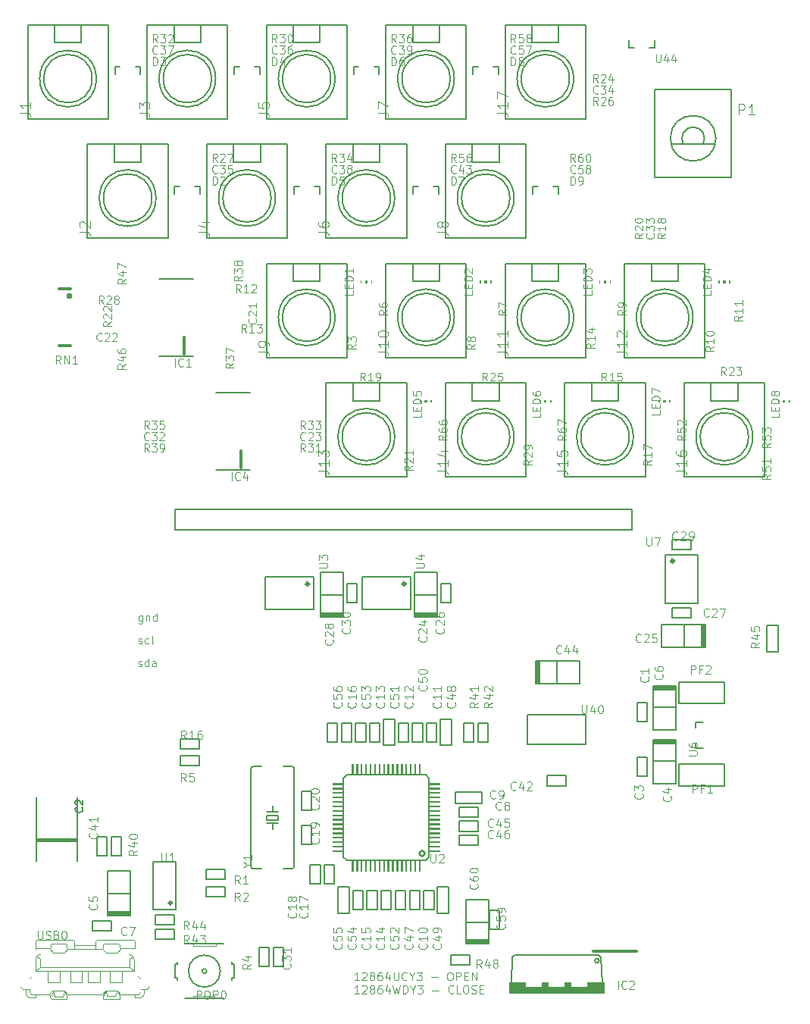
<source format=gbr>
%TF.GenerationSoftware,KiCad,Pcbnew,6.0.11*%
%TF.CreationDate,2023-03-20T20:23:43+01:00*%
%TF.ProjectId,teletype-180824-no-slots,74656c65-7479-4706-952d-313830383234,rev?*%
%TF.SameCoordinates,Original*%
%TF.FileFunction,Legend,Top*%
%TF.FilePolarity,Positive*%
%FSLAX46Y46*%
G04 Gerber Fmt 4.6, Leading zero omitted, Abs format (unit mm)*
G04 Created by KiCad (PCBNEW 6.0.11) date 2023-03-20 20:23:43*
%MOMM*%
%LPD*%
G01*
G04 APERTURE LIST*
%ADD10C,0.121920*%
%ADD11C,0.304800*%
%ADD12C,0.101600*%
%ADD13C,0.074778*%
%ADD14C,0.066650*%
%ADD15C,0.083312*%
%ADD16C,0.116840*%
%ADD17C,0.093472*%
%ADD18C,0.114300*%
%ADD19C,0.149962*%
%ADD20C,0.254000*%
%ADD21C,0.203200*%
%ADD22C,0.317500*%
%ADD23C,0.354900*%
%ADD24C,0.152400*%
%ADD25C,0.127000*%
%ADD26C,0.050800*%
G04 APERTURE END LIST*
D10*
X119331401Y-116969721D02*
X119331401Y-117693500D01*
X119288826Y-117778650D01*
X119246250Y-117821226D01*
X119161100Y-117863801D01*
X119033374Y-117863801D01*
X118948224Y-117821226D01*
X119331401Y-117523199D02*
X119246250Y-117565774D01*
X119075949Y-117565774D01*
X118990799Y-117523199D01*
X118948224Y-117480624D01*
X118905648Y-117395473D01*
X118905648Y-117140022D01*
X118948224Y-117054871D01*
X118990799Y-117012296D01*
X119075949Y-116969721D01*
X119246250Y-116969721D01*
X119331401Y-117012296D01*
X119757153Y-116969721D02*
X119757153Y-117565774D01*
X119757153Y-117054871D02*
X119799728Y-117012296D01*
X119884879Y-116969721D01*
X120012605Y-116969721D01*
X120097755Y-117012296D01*
X120140330Y-117097447D01*
X120140330Y-117565774D01*
X120949260Y-117565774D02*
X120949260Y-116671694D01*
X120949260Y-117523199D02*
X120864109Y-117565774D01*
X120693808Y-117565774D01*
X120608658Y-117523199D01*
X120566083Y-117480624D01*
X120523508Y-117395473D01*
X120523508Y-117140022D01*
X120566083Y-117054871D01*
X120608658Y-117012296D01*
X120693808Y-116969721D01*
X120864109Y-116969721D01*
X120949260Y-117012296D01*
X118905648Y-120063199D02*
X118990799Y-120105774D01*
X119161100Y-120105774D01*
X119246250Y-120063199D01*
X119288826Y-119978049D01*
X119288826Y-119935473D01*
X119246250Y-119850323D01*
X119161100Y-119807748D01*
X119033374Y-119807748D01*
X118948224Y-119765172D01*
X118905648Y-119680022D01*
X118905648Y-119637447D01*
X118948224Y-119552296D01*
X119033374Y-119509721D01*
X119161100Y-119509721D01*
X119246250Y-119552296D01*
X120055180Y-120063199D02*
X119970029Y-120105774D01*
X119799728Y-120105774D01*
X119714578Y-120063199D01*
X119672003Y-120020624D01*
X119629428Y-119935473D01*
X119629428Y-119680022D01*
X119672003Y-119594871D01*
X119714578Y-119552296D01*
X119799728Y-119509721D01*
X119970029Y-119509721D01*
X120055180Y-119552296D01*
X120566083Y-120105774D02*
X120480932Y-120063199D01*
X120438357Y-119978049D01*
X120438357Y-119211694D01*
X118905648Y-122603199D02*
X118990799Y-122645774D01*
X119161100Y-122645774D01*
X119246250Y-122603199D01*
X119288826Y-122518049D01*
X119288826Y-122475473D01*
X119246250Y-122390323D01*
X119161100Y-122347748D01*
X119033374Y-122347748D01*
X118948224Y-122305172D01*
X118905648Y-122220022D01*
X118905648Y-122177447D01*
X118948224Y-122092296D01*
X119033374Y-122049721D01*
X119161100Y-122049721D01*
X119246250Y-122092296D01*
X120055180Y-122645774D02*
X120055180Y-121751694D01*
X120055180Y-122603199D02*
X119970029Y-122645774D01*
X119799728Y-122645774D01*
X119714578Y-122603199D01*
X119672003Y-122560624D01*
X119629428Y-122475473D01*
X119629428Y-122220022D01*
X119672003Y-122134871D01*
X119714578Y-122092296D01*
X119799728Y-122049721D01*
X119970029Y-122049721D01*
X120055180Y-122092296D01*
X120864109Y-122645774D02*
X120864109Y-122177447D01*
X120821534Y-122092296D01*
X120736384Y-122049721D01*
X120566083Y-122049721D01*
X120480932Y-122092296D01*
X120864109Y-122603199D02*
X120778959Y-122645774D01*
X120566083Y-122645774D01*
X120480932Y-122603199D01*
X120438357Y-122518049D01*
X120438357Y-122432898D01*
X120480932Y-122347748D01*
X120566083Y-122305172D01*
X120778959Y-122305172D01*
X120864109Y-122262597D01*
D11*
X174536100Y-154438350D02*
X169773600Y-154438350D01*
X130403600Y-100463350D02*
X130403600Y-98558350D01*
X124053600Y-87763350D02*
X124053600Y-85858350D01*
D12*
X143548825Y-157685123D02*
X143026311Y-157685123D01*
X143287568Y-157685123D02*
X143287568Y-156770723D01*
X143200482Y-156901351D01*
X143113397Y-156988437D01*
X143026311Y-157031980D01*
X143897168Y-156857808D02*
X143940711Y-156814266D01*
X144027797Y-156770723D01*
X144245511Y-156770723D01*
X144332597Y-156814266D01*
X144376140Y-156857808D01*
X144419682Y-156944894D01*
X144419682Y-157031980D01*
X144376140Y-157162608D01*
X143853625Y-157685123D01*
X144419682Y-157685123D01*
X144942197Y-157162608D02*
X144855111Y-157119066D01*
X144811568Y-157075523D01*
X144768025Y-156988437D01*
X144768025Y-156944894D01*
X144811568Y-156857808D01*
X144855111Y-156814266D01*
X144942197Y-156770723D01*
X145116368Y-156770723D01*
X145203454Y-156814266D01*
X145246997Y-156857808D01*
X145290540Y-156944894D01*
X145290540Y-156988437D01*
X145246997Y-157075523D01*
X145203454Y-157119066D01*
X145116368Y-157162608D01*
X144942197Y-157162608D01*
X144855111Y-157206151D01*
X144811568Y-157249694D01*
X144768025Y-157336780D01*
X144768025Y-157510951D01*
X144811568Y-157598037D01*
X144855111Y-157641580D01*
X144942197Y-157685123D01*
X145116368Y-157685123D01*
X145203454Y-157641580D01*
X145246997Y-157598037D01*
X145290540Y-157510951D01*
X145290540Y-157336780D01*
X145246997Y-157249694D01*
X145203454Y-157206151D01*
X145116368Y-157162608D01*
X146074311Y-156770723D02*
X145900140Y-156770723D01*
X145813054Y-156814266D01*
X145769511Y-156857808D01*
X145682425Y-156988437D01*
X145638882Y-157162608D01*
X145638882Y-157510951D01*
X145682425Y-157598037D01*
X145725968Y-157641580D01*
X145813054Y-157685123D01*
X145987225Y-157685123D01*
X146074311Y-157641580D01*
X146117854Y-157598037D01*
X146161397Y-157510951D01*
X146161397Y-157293237D01*
X146117854Y-157206151D01*
X146074311Y-157162608D01*
X145987225Y-157119066D01*
X145813054Y-157119066D01*
X145725968Y-157162608D01*
X145682425Y-157206151D01*
X145638882Y-157293237D01*
X146945168Y-157075523D02*
X146945168Y-157685123D01*
X146727454Y-156727180D02*
X146509740Y-157380323D01*
X147075797Y-157380323D01*
X147424140Y-156770723D02*
X147424140Y-157510951D01*
X147467682Y-157598037D01*
X147511225Y-157641580D01*
X147598311Y-157685123D01*
X147772482Y-157685123D01*
X147859568Y-157641580D01*
X147903111Y-157598037D01*
X147946654Y-157510951D01*
X147946654Y-156770723D01*
X148904597Y-157598037D02*
X148861054Y-157641580D01*
X148730425Y-157685123D01*
X148643340Y-157685123D01*
X148512711Y-157641580D01*
X148425625Y-157554494D01*
X148382082Y-157467408D01*
X148338540Y-157293237D01*
X148338540Y-157162608D01*
X148382082Y-156988437D01*
X148425625Y-156901351D01*
X148512711Y-156814266D01*
X148643340Y-156770723D01*
X148730425Y-156770723D01*
X148861054Y-156814266D01*
X148904597Y-156857808D01*
X149470654Y-157249694D02*
X149470654Y-157685123D01*
X149165854Y-156770723D02*
X149470654Y-157249694D01*
X149775454Y-156770723D01*
X149993168Y-156770723D02*
X150559225Y-156770723D01*
X150254425Y-157119066D01*
X150385054Y-157119066D01*
X150472140Y-157162608D01*
X150515682Y-157206151D01*
X150559225Y-157293237D01*
X150559225Y-157510951D01*
X150515682Y-157598037D01*
X150472140Y-157641580D01*
X150385054Y-157685123D01*
X150123797Y-157685123D01*
X150036711Y-157641580D01*
X149993168Y-157598037D01*
X151647797Y-157336780D02*
X152344482Y-157336780D01*
X153650768Y-156770723D02*
X153824940Y-156770723D01*
X153912025Y-156814266D01*
X153999111Y-156901351D01*
X154042654Y-157075523D01*
X154042654Y-157380323D01*
X153999111Y-157554494D01*
X153912025Y-157641580D01*
X153824940Y-157685123D01*
X153650768Y-157685123D01*
X153563682Y-157641580D01*
X153476597Y-157554494D01*
X153433054Y-157380323D01*
X153433054Y-157075523D01*
X153476597Y-156901351D01*
X153563682Y-156814266D01*
X153650768Y-156770723D01*
X154434540Y-157685123D02*
X154434540Y-156770723D01*
X154782882Y-156770723D01*
X154869968Y-156814266D01*
X154913511Y-156857808D01*
X154957054Y-156944894D01*
X154957054Y-157075523D01*
X154913511Y-157162608D01*
X154869968Y-157206151D01*
X154782882Y-157249694D01*
X154434540Y-157249694D01*
X155348940Y-157206151D02*
X155653740Y-157206151D01*
X155784368Y-157685123D02*
X155348940Y-157685123D01*
X155348940Y-156770723D01*
X155784368Y-156770723D01*
X156176254Y-157685123D02*
X156176254Y-156770723D01*
X156698768Y-157685123D01*
X156698768Y-156770723D01*
X143548825Y-159157307D02*
X143026311Y-159157307D01*
X143287568Y-159157307D02*
X143287568Y-158242907D01*
X143200482Y-158373535D01*
X143113397Y-158460621D01*
X143026311Y-158504164D01*
X143897168Y-158329992D02*
X143940711Y-158286450D01*
X144027797Y-158242907D01*
X144245511Y-158242907D01*
X144332597Y-158286450D01*
X144376140Y-158329992D01*
X144419682Y-158417078D01*
X144419682Y-158504164D01*
X144376140Y-158634792D01*
X143853625Y-159157307D01*
X144419682Y-159157307D01*
X144942197Y-158634792D02*
X144855111Y-158591250D01*
X144811568Y-158547707D01*
X144768025Y-158460621D01*
X144768025Y-158417078D01*
X144811568Y-158329992D01*
X144855111Y-158286450D01*
X144942197Y-158242907D01*
X145116368Y-158242907D01*
X145203454Y-158286450D01*
X145246997Y-158329992D01*
X145290540Y-158417078D01*
X145290540Y-158460621D01*
X145246997Y-158547707D01*
X145203454Y-158591250D01*
X145116368Y-158634792D01*
X144942197Y-158634792D01*
X144855111Y-158678335D01*
X144811568Y-158721878D01*
X144768025Y-158808964D01*
X144768025Y-158983135D01*
X144811568Y-159070221D01*
X144855111Y-159113764D01*
X144942197Y-159157307D01*
X145116368Y-159157307D01*
X145203454Y-159113764D01*
X145246997Y-159070221D01*
X145290540Y-158983135D01*
X145290540Y-158808964D01*
X145246997Y-158721878D01*
X145203454Y-158678335D01*
X145116368Y-158634792D01*
X146074311Y-158242907D02*
X145900140Y-158242907D01*
X145813054Y-158286450D01*
X145769511Y-158329992D01*
X145682425Y-158460621D01*
X145638882Y-158634792D01*
X145638882Y-158983135D01*
X145682425Y-159070221D01*
X145725968Y-159113764D01*
X145813054Y-159157307D01*
X145987225Y-159157307D01*
X146074311Y-159113764D01*
X146117854Y-159070221D01*
X146161397Y-158983135D01*
X146161397Y-158765421D01*
X146117854Y-158678335D01*
X146074311Y-158634792D01*
X145987225Y-158591250D01*
X145813054Y-158591250D01*
X145725968Y-158634792D01*
X145682425Y-158678335D01*
X145638882Y-158765421D01*
X146945168Y-158547707D02*
X146945168Y-159157307D01*
X146727454Y-158199364D02*
X146509740Y-158852507D01*
X147075797Y-158852507D01*
X147337054Y-158242907D02*
X147554768Y-159157307D01*
X147728940Y-158504164D01*
X147903111Y-159157307D01*
X148120825Y-158242907D01*
X148469168Y-159157307D02*
X148469168Y-158242907D01*
X148686882Y-158242907D01*
X148817511Y-158286450D01*
X148904597Y-158373535D01*
X148948140Y-158460621D01*
X148991682Y-158634792D01*
X148991682Y-158765421D01*
X148948140Y-158939592D01*
X148904597Y-159026678D01*
X148817511Y-159113764D01*
X148686882Y-159157307D01*
X148469168Y-159157307D01*
X149557740Y-158721878D02*
X149557740Y-159157307D01*
X149252940Y-158242907D02*
X149557740Y-158721878D01*
X149862540Y-158242907D01*
X150080254Y-158242907D02*
X150646311Y-158242907D01*
X150341511Y-158591250D01*
X150472140Y-158591250D01*
X150559225Y-158634792D01*
X150602768Y-158678335D01*
X150646311Y-158765421D01*
X150646311Y-158983135D01*
X150602768Y-159070221D01*
X150559225Y-159113764D01*
X150472140Y-159157307D01*
X150210882Y-159157307D01*
X150123797Y-159113764D01*
X150080254Y-159070221D01*
X151734882Y-158808964D02*
X152431568Y-158808964D01*
X154086197Y-159070221D02*
X154042654Y-159113764D01*
X153912025Y-159157307D01*
X153824940Y-159157307D01*
X153694311Y-159113764D01*
X153607225Y-159026678D01*
X153563682Y-158939592D01*
X153520140Y-158765421D01*
X153520140Y-158634792D01*
X153563682Y-158460621D01*
X153607225Y-158373535D01*
X153694311Y-158286450D01*
X153824940Y-158242907D01*
X153912025Y-158242907D01*
X154042654Y-158286450D01*
X154086197Y-158329992D01*
X154913511Y-159157307D02*
X154478082Y-159157307D01*
X154478082Y-158242907D01*
X155392482Y-158242907D02*
X155566654Y-158242907D01*
X155653740Y-158286450D01*
X155740825Y-158373535D01*
X155784368Y-158547707D01*
X155784368Y-158852507D01*
X155740825Y-159026678D01*
X155653740Y-159113764D01*
X155566654Y-159157307D01*
X155392482Y-159157307D01*
X155305397Y-159113764D01*
X155218311Y-159026678D01*
X155174768Y-158852507D01*
X155174768Y-158547707D01*
X155218311Y-158373535D01*
X155305397Y-158286450D01*
X155392482Y-158242907D01*
X156132711Y-159113764D02*
X156263340Y-159157307D01*
X156481054Y-159157307D01*
X156568140Y-159113764D01*
X156611682Y-159070221D01*
X156655225Y-158983135D01*
X156655225Y-158896050D01*
X156611682Y-158808964D01*
X156568140Y-158765421D01*
X156481054Y-158721878D01*
X156306882Y-158678335D01*
X156219797Y-158634792D01*
X156176254Y-158591250D01*
X156132711Y-158504164D01*
X156132711Y-158417078D01*
X156176254Y-158329992D01*
X156219797Y-158286450D01*
X156306882Y-158242907D01*
X156524597Y-158242907D01*
X156655225Y-158286450D01*
X157047111Y-158678335D02*
X157351911Y-158678335D01*
X157482540Y-159157307D02*
X157047111Y-159157307D01*
X157047111Y-158242907D01*
X157482540Y-158242907D01*
D13*
%TO.C,U2*%
X151556650Y-143581918D02*
X151556650Y-144343860D01*
X151601470Y-144433500D01*
X151646290Y-144478320D01*
X151735931Y-144523140D01*
X151915211Y-144523140D01*
X152004851Y-144478320D01*
X152049671Y-144433500D01*
X152094491Y-144343860D01*
X152094491Y-143581918D01*
X152497872Y-143671559D02*
X152542692Y-143626739D01*
X152632333Y-143581918D01*
X152856433Y-143581918D01*
X152946073Y-143626739D01*
X152990893Y-143671559D01*
X153035713Y-143761199D01*
X153035713Y-143850839D01*
X152990893Y-143985299D01*
X152453052Y-144523140D01*
X153035713Y-144523140D01*
D14*
%TO.C,C19*%
X138997653Y-141865786D02*
X139042860Y-141910993D01*
X139088067Y-142046615D01*
X139088067Y-142137029D01*
X139042860Y-142272651D01*
X138952446Y-142363065D01*
X138862032Y-142408272D01*
X138681203Y-142453479D01*
X138545582Y-142453479D01*
X138364753Y-142408272D01*
X138274339Y-142363065D01*
X138183925Y-142272651D01*
X138138717Y-142137029D01*
X138138717Y-142046615D01*
X138183925Y-141910993D01*
X138229132Y-141865786D01*
X139088067Y-140961643D02*
X139088067Y-141504129D01*
X139088067Y-141232886D02*
X138138717Y-141232886D01*
X138274339Y-141323301D01*
X138364753Y-141413715D01*
X138409960Y-141504129D01*
X139088067Y-140509572D02*
X139088067Y-140328743D01*
X139042860Y-140238329D01*
X138997653Y-140193122D01*
X138862032Y-140102708D01*
X138681203Y-140057501D01*
X138319546Y-140057501D01*
X138229132Y-140102708D01*
X138183925Y-140147915D01*
X138138717Y-140238329D01*
X138138717Y-140419158D01*
X138183925Y-140509572D01*
X138229132Y-140554779D01*
X138319546Y-140599986D01*
X138545582Y-140599986D01*
X138635996Y-140554779D01*
X138681203Y-140509572D01*
X138726410Y-140419158D01*
X138726410Y-140238329D01*
X138681203Y-140147915D01*
X138635996Y-140102708D01*
X138545582Y-140057501D01*
%TO.C,C20*%
X138997653Y-138055786D02*
X139042860Y-138100993D01*
X139088067Y-138236615D01*
X139088067Y-138327029D01*
X139042860Y-138462651D01*
X138952446Y-138553065D01*
X138862032Y-138598272D01*
X138681203Y-138643479D01*
X138545582Y-138643479D01*
X138364753Y-138598272D01*
X138274339Y-138553065D01*
X138183925Y-138462651D01*
X138138717Y-138327029D01*
X138138717Y-138236615D01*
X138183925Y-138100993D01*
X138229132Y-138055786D01*
X138229132Y-137694129D02*
X138183925Y-137648922D01*
X138138717Y-137558508D01*
X138138717Y-137332472D01*
X138183925Y-137242058D01*
X138229132Y-137196851D01*
X138319546Y-137151643D01*
X138409960Y-137151643D01*
X138545582Y-137196851D01*
X139088067Y-137739336D01*
X139088067Y-137151643D01*
X138138717Y-136563951D02*
X138138717Y-136473536D01*
X138183925Y-136383122D01*
X138229132Y-136337915D01*
X138319546Y-136292708D01*
X138500375Y-136247501D01*
X138726410Y-136247501D01*
X138907239Y-136292708D01*
X138997653Y-136337915D01*
X139042860Y-136383122D01*
X139088067Y-136473536D01*
X139088067Y-136563951D01*
X139042860Y-136654365D01*
X138997653Y-136699572D01*
X138907239Y-136744779D01*
X138726410Y-136789986D01*
X138500375Y-136789986D01*
X138319546Y-136744779D01*
X138229132Y-136699572D01*
X138183925Y-136654365D01*
X138138717Y-136563951D01*
D15*
%TO.C,U1*%
X121472321Y-143450092D02*
X121472321Y-144205125D01*
X121516735Y-144293952D01*
X121561148Y-144338366D01*
X121649976Y-144382780D01*
X121827631Y-144382780D01*
X121916458Y-144338366D01*
X121960872Y-144293952D01*
X122005285Y-144205125D01*
X122005285Y-143450092D01*
X122937973Y-144382780D02*
X122405009Y-144382780D01*
X122671491Y-144382780D02*
X122671491Y-143450092D01*
X122582664Y-143583333D01*
X122493836Y-143672160D01*
X122405009Y-143716574D01*
D14*
%TO.C,R2*%
X130262943Y-148835317D02*
X129946493Y-148383246D01*
X129720458Y-148835317D02*
X129720458Y-147885967D01*
X130082115Y-147885967D01*
X130172529Y-147931175D01*
X130217736Y-147976382D01*
X130262943Y-148066796D01*
X130262943Y-148202417D01*
X130217736Y-148292832D01*
X130172529Y-148338039D01*
X130082115Y-148383246D01*
X129720458Y-148383246D01*
X130624601Y-147976382D02*
X130669808Y-147931175D01*
X130760222Y-147885967D01*
X130986258Y-147885967D01*
X131076672Y-147931175D01*
X131121879Y-147976382D01*
X131167086Y-148066796D01*
X131167086Y-148157210D01*
X131121879Y-148292832D01*
X130579393Y-148835317D01*
X131167086Y-148835317D01*
%TO.C,R1*%
X130262943Y-146930317D02*
X129946493Y-146478246D01*
X129720458Y-146930317D02*
X129720458Y-145980967D01*
X130082115Y-145980967D01*
X130172529Y-146026175D01*
X130217736Y-146071382D01*
X130262943Y-146161796D01*
X130262943Y-146297417D01*
X130217736Y-146387832D01*
X130172529Y-146433039D01*
X130082115Y-146478246D01*
X129720458Y-146478246D01*
X131167086Y-146930317D02*
X130624601Y-146930317D01*
X130895843Y-146930317D02*
X130895843Y-145980967D01*
X130805429Y-146116589D01*
X130715015Y-146207003D01*
X130624601Y-146252210D01*
%TO.C,C7*%
X117562943Y-152554903D02*
X117517736Y-152600110D01*
X117382115Y-152645317D01*
X117291701Y-152645317D01*
X117156079Y-152600110D01*
X117065665Y-152509696D01*
X117020458Y-152419282D01*
X116975251Y-152238453D01*
X116975251Y-152102832D01*
X117020458Y-151922003D01*
X117065665Y-151831589D01*
X117156079Y-151741175D01*
X117291701Y-151695967D01*
X117382115Y-151695967D01*
X117517736Y-151741175D01*
X117562943Y-151786382D01*
X117879393Y-151695967D02*
X118512293Y-151695967D01*
X118105429Y-152645317D01*
D15*
%TO.C,C5*%
X114226702Y-149208431D02*
X114271116Y-149252845D01*
X114315530Y-149386086D01*
X114315530Y-149474914D01*
X114271116Y-149608155D01*
X114182289Y-149696982D01*
X114093461Y-149741396D01*
X113915806Y-149785810D01*
X113782565Y-149785810D01*
X113604910Y-149741396D01*
X113516083Y-149696982D01*
X113427256Y-149608155D01*
X113382842Y-149474914D01*
X113382842Y-149386086D01*
X113427256Y-149252845D01*
X113471669Y-149208431D01*
X113382842Y-148364571D02*
X113382842Y-148808708D01*
X113826979Y-148853122D01*
X113782565Y-148808708D01*
X113738152Y-148719881D01*
X113738152Y-148497812D01*
X113782565Y-148408985D01*
X113826979Y-148364571D01*
X113915806Y-148320157D01*
X114137875Y-148320157D01*
X114226702Y-148364571D01*
X114271116Y-148408985D01*
X114315530Y-148497812D01*
X114315530Y-148719881D01*
X114271116Y-148808708D01*
X114226702Y-148853122D01*
D14*
%TO.C,C10*%
X151062653Y-153613286D02*
X151107860Y-153658493D01*
X151153067Y-153794115D01*
X151153067Y-153884529D01*
X151107860Y-154020151D01*
X151017446Y-154110565D01*
X150927032Y-154155772D01*
X150746203Y-154200979D01*
X150610582Y-154200979D01*
X150429753Y-154155772D01*
X150339339Y-154110565D01*
X150248925Y-154020151D01*
X150203717Y-153884529D01*
X150203717Y-153794115D01*
X150248925Y-153658493D01*
X150294132Y-153613286D01*
X151153067Y-152709143D02*
X151153067Y-153251629D01*
X151153067Y-152980386D02*
X150203717Y-152980386D01*
X150339339Y-153070801D01*
X150429753Y-153161215D01*
X150474960Y-153251629D01*
X150203717Y-152121451D02*
X150203717Y-152031036D01*
X150248925Y-151940622D01*
X150294132Y-151895415D01*
X150384546Y-151850208D01*
X150565375Y-151805001D01*
X150791410Y-151805001D01*
X150972239Y-151850208D01*
X151062653Y-151895415D01*
X151107860Y-151940622D01*
X151153067Y-152031036D01*
X151153067Y-152121451D01*
X151107860Y-152211865D01*
X151062653Y-152257072D01*
X150972239Y-152302279D01*
X150791410Y-152347486D01*
X150565375Y-152347486D01*
X150384546Y-152302279D01*
X150294132Y-152257072D01*
X150248925Y-152211865D01*
X150203717Y-152121451D01*
%TO.C,C17*%
X137727653Y-150120786D02*
X137772860Y-150165993D01*
X137818067Y-150301615D01*
X137818067Y-150392029D01*
X137772860Y-150527651D01*
X137682446Y-150618065D01*
X137592032Y-150663272D01*
X137411203Y-150708479D01*
X137275582Y-150708479D01*
X137094753Y-150663272D01*
X137004339Y-150618065D01*
X136913925Y-150527651D01*
X136868717Y-150392029D01*
X136868717Y-150301615D01*
X136913925Y-150165993D01*
X136959132Y-150120786D01*
X137818067Y-149216643D02*
X137818067Y-149759129D01*
X137818067Y-149487886D02*
X136868717Y-149487886D01*
X137004339Y-149578301D01*
X137094753Y-149668715D01*
X137139960Y-149759129D01*
X136868717Y-148900193D02*
X136868717Y-148267293D01*
X137818067Y-148674158D01*
%TO.C,C16*%
X143125153Y-126639006D02*
X143170360Y-126684213D01*
X143215567Y-126819834D01*
X143215567Y-126910248D01*
X143170360Y-127045870D01*
X143079946Y-127136284D01*
X142989532Y-127181491D01*
X142808703Y-127226698D01*
X142673082Y-127226698D01*
X142492253Y-127181491D01*
X142401839Y-127136284D01*
X142311425Y-127045870D01*
X142266217Y-126910248D01*
X142266217Y-126819834D01*
X142311425Y-126684213D01*
X142356632Y-126639006D01*
X143215567Y-125734863D02*
X143215567Y-126277348D01*
X143215567Y-126006106D02*
X142266217Y-126006106D01*
X142401839Y-126096520D01*
X142492253Y-126186934D01*
X142537460Y-126277348D01*
X142266217Y-124921134D02*
X142266217Y-125101963D01*
X142311425Y-125192377D01*
X142356632Y-125237584D01*
X142492253Y-125327998D01*
X142673082Y-125373206D01*
X143034739Y-125373206D01*
X143125153Y-125327998D01*
X143170360Y-125282791D01*
X143215567Y-125192377D01*
X143215567Y-125011548D01*
X143170360Y-124921134D01*
X143125153Y-124875927D01*
X143034739Y-124830720D01*
X142808703Y-124830720D01*
X142718289Y-124875927D01*
X142673082Y-124921134D01*
X142627875Y-125011548D01*
X142627875Y-125192377D01*
X142673082Y-125282791D01*
X142718289Y-125327998D01*
X142808703Y-125373206D01*
%TO.C,C47*%
X149475153Y-153613286D02*
X149520360Y-153658493D01*
X149565567Y-153794115D01*
X149565567Y-153884529D01*
X149520360Y-154020151D01*
X149429946Y-154110565D01*
X149339532Y-154155772D01*
X149158703Y-154200979D01*
X149023082Y-154200979D01*
X148842253Y-154155772D01*
X148751839Y-154110565D01*
X148661425Y-154020151D01*
X148616217Y-153884529D01*
X148616217Y-153794115D01*
X148661425Y-153658493D01*
X148706632Y-153613286D01*
X148932667Y-152799558D02*
X149565567Y-152799558D01*
X148571010Y-153025593D02*
X149249117Y-153251629D01*
X149249117Y-152663936D01*
X148616217Y-152392693D02*
X148616217Y-151759793D01*
X149565567Y-152166658D01*
%TO.C,C18*%
X136457653Y-150120786D02*
X136502860Y-150165993D01*
X136548067Y-150301615D01*
X136548067Y-150392029D01*
X136502860Y-150527651D01*
X136412446Y-150618065D01*
X136322032Y-150663272D01*
X136141203Y-150708479D01*
X136005582Y-150708479D01*
X135824753Y-150663272D01*
X135734339Y-150618065D01*
X135643925Y-150527651D01*
X135598717Y-150392029D01*
X135598717Y-150301615D01*
X135643925Y-150165993D01*
X135689132Y-150120786D01*
X136548067Y-149216643D02*
X136548067Y-149759129D01*
X136548067Y-149487886D02*
X135598717Y-149487886D01*
X135734339Y-149578301D01*
X135824753Y-149668715D01*
X135869960Y-149759129D01*
X136005582Y-148674158D02*
X135960375Y-148764572D01*
X135915167Y-148809779D01*
X135824753Y-148854986D01*
X135779546Y-148854986D01*
X135689132Y-148809779D01*
X135643925Y-148764572D01*
X135598717Y-148674158D01*
X135598717Y-148493329D01*
X135643925Y-148402915D01*
X135689132Y-148357708D01*
X135779546Y-148312501D01*
X135824753Y-148312501D01*
X135915167Y-148357708D01*
X135960375Y-148402915D01*
X136005582Y-148493329D01*
X136005582Y-148674158D01*
X136050789Y-148764572D01*
X136095996Y-148809779D01*
X136186410Y-148854986D01*
X136367239Y-148854986D01*
X136457653Y-148809779D01*
X136502860Y-148764572D01*
X136548067Y-148674158D01*
X136548067Y-148493329D01*
X136502860Y-148402915D01*
X136457653Y-148357708D01*
X136367239Y-148312501D01*
X136186410Y-148312501D01*
X136095996Y-148357708D01*
X136050789Y-148402915D01*
X136005582Y-148493329D01*
%TO.C,C56*%
X141537653Y-126639006D02*
X141582860Y-126684213D01*
X141628067Y-126819834D01*
X141628067Y-126910248D01*
X141582860Y-127045870D01*
X141492446Y-127136284D01*
X141402032Y-127181491D01*
X141221203Y-127226698D01*
X141085582Y-127226698D01*
X140904753Y-127181491D01*
X140814339Y-127136284D01*
X140723925Y-127045870D01*
X140678717Y-126910248D01*
X140678717Y-126819834D01*
X140723925Y-126684213D01*
X140769132Y-126639006D01*
X140678717Y-125780070D02*
X140678717Y-126232141D01*
X141130789Y-126277348D01*
X141085582Y-126232141D01*
X141040375Y-126141727D01*
X141040375Y-125915691D01*
X141085582Y-125825277D01*
X141130789Y-125780070D01*
X141221203Y-125734863D01*
X141447239Y-125734863D01*
X141537653Y-125780070D01*
X141582860Y-125825277D01*
X141628067Y-125915691D01*
X141628067Y-126141727D01*
X141582860Y-126232141D01*
X141537653Y-126277348D01*
X140678717Y-124921134D02*
X140678717Y-125101963D01*
X140723925Y-125192377D01*
X140769132Y-125237584D01*
X140904753Y-125327998D01*
X141085582Y-125373206D01*
X141447239Y-125373206D01*
X141537653Y-125327998D01*
X141582860Y-125282791D01*
X141628067Y-125192377D01*
X141628067Y-125011548D01*
X141582860Y-124921134D01*
X141537653Y-124875927D01*
X141447239Y-124830720D01*
X141221203Y-124830720D01*
X141130789Y-124875927D01*
X141085582Y-124921134D01*
X141040375Y-125011548D01*
X141040375Y-125192377D01*
X141085582Y-125282791D01*
X141130789Y-125327998D01*
X141221203Y-125373206D01*
%TO.C,C12*%
X149475153Y-126639006D02*
X149520360Y-126684213D01*
X149565567Y-126819834D01*
X149565567Y-126910248D01*
X149520360Y-127045870D01*
X149429946Y-127136284D01*
X149339532Y-127181491D01*
X149158703Y-127226698D01*
X149023082Y-127226698D01*
X148842253Y-127181491D01*
X148751839Y-127136284D01*
X148661425Y-127045870D01*
X148616217Y-126910248D01*
X148616217Y-126819834D01*
X148661425Y-126684213D01*
X148706632Y-126639006D01*
X149565567Y-125734863D02*
X149565567Y-126277348D01*
X149565567Y-126006106D02*
X148616217Y-126006106D01*
X148751839Y-126096520D01*
X148842253Y-126186934D01*
X148887460Y-126277348D01*
X148706632Y-125373206D02*
X148661425Y-125327998D01*
X148616217Y-125237584D01*
X148616217Y-125011548D01*
X148661425Y-124921134D01*
X148706632Y-124875927D01*
X148797046Y-124830720D01*
X148887460Y-124830720D01*
X149023082Y-124875927D01*
X149565567Y-125418413D01*
X149565567Y-124830720D01*
%TO.C,C50*%
X151062653Y-124734006D02*
X151107860Y-124779213D01*
X151153067Y-124914834D01*
X151153067Y-125005248D01*
X151107860Y-125140870D01*
X151017446Y-125231284D01*
X150927032Y-125276491D01*
X150746203Y-125321698D01*
X150610582Y-125321698D01*
X150429753Y-125276491D01*
X150339339Y-125231284D01*
X150248925Y-125140870D01*
X150203717Y-125005248D01*
X150203717Y-124914834D01*
X150248925Y-124779213D01*
X150294132Y-124734006D01*
X150203717Y-123875070D02*
X150203717Y-124327141D01*
X150655789Y-124372348D01*
X150610582Y-124327141D01*
X150565375Y-124236727D01*
X150565375Y-124010691D01*
X150610582Y-123920277D01*
X150655789Y-123875070D01*
X150746203Y-123829863D01*
X150972239Y-123829863D01*
X151062653Y-123875070D01*
X151107860Y-123920277D01*
X151153067Y-124010691D01*
X151153067Y-124236727D01*
X151107860Y-124327141D01*
X151062653Y-124372348D01*
X150203717Y-123242170D02*
X150203717Y-123151756D01*
X150248925Y-123061341D01*
X150294132Y-123016134D01*
X150384546Y-122970927D01*
X150565375Y-122925720D01*
X150791410Y-122925720D01*
X150972239Y-122970927D01*
X151062653Y-123016134D01*
X151107860Y-123061341D01*
X151153067Y-123151756D01*
X151153067Y-123242170D01*
X151107860Y-123332584D01*
X151062653Y-123377791D01*
X150972239Y-123422998D01*
X150791410Y-123468206D01*
X150565375Y-123468206D01*
X150384546Y-123422998D01*
X150294132Y-123377791D01*
X150248925Y-123332584D01*
X150203717Y-123242170D01*
%TO.C,C49*%
X152650153Y-153613286D02*
X152695360Y-153658493D01*
X152740567Y-153794115D01*
X152740567Y-153884529D01*
X152695360Y-154020151D01*
X152604946Y-154110565D01*
X152514532Y-154155772D01*
X152333703Y-154200979D01*
X152198082Y-154200979D01*
X152017253Y-154155772D01*
X151926839Y-154110565D01*
X151836425Y-154020151D01*
X151791217Y-153884529D01*
X151791217Y-153794115D01*
X151836425Y-153658493D01*
X151881632Y-153613286D01*
X152107667Y-152799558D02*
X152740567Y-152799558D01*
X151746010Y-153025593D02*
X152424117Y-153251629D01*
X152424117Y-152663936D01*
X152740567Y-152257072D02*
X152740567Y-152076243D01*
X152695360Y-151985829D01*
X152650153Y-151940622D01*
X152514532Y-151850208D01*
X152333703Y-151805001D01*
X151972046Y-151805001D01*
X151881632Y-151850208D01*
X151836425Y-151895415D01*
X151791217Y-151985829D01*
X151791217Y-152166658D01*
X151836425Y-152257072D01*
X151881632Y-152302279D01*
X151972046Y-152347486D01*
X152198082Y-152347486D01*
X152288496Y-152302279D01*
X152333703Y-152257072D01*
X152378910Y-152166658D01*
X152378910Y-151985829D01*
X152333703Y-151895415D01*
X152288496Y-151850208D01*
X152198082Y-151805001D01*
%TO.C,C51*%
X147887653Y-126639006D02*
X147932860Y-126684213D01*
X147978067Y-126819834D01*
X147978067Y-126910248D01*
X147932860Y-127045870D01*
X147842446Y-127136284D01*
X147752032Y-127181491D01*
X147571203Y-127226698D01*
X147435582Y-127226698D01*
X147254753Y-127181491D01*
X147164339Y-127136284D01*
X147073925Y-127045870D01*
X147028717Y-126910248D01*
X147028717Y-126819834D01*
X147073925Y-126684213D01*
X147119132Y-126639006D01*
X147028717Y-125780070D02*
X147028717Y-126232141D01*
X147480789Y-126277348D01*
X147435582Y-126232141D01*
X147390375Y-126141727D01*
X147390375Y-125915691D01*
X147435582Y-125825277D01*
X147480789Y-125780070D01*
X147571203Y-125734863D01*
X147797239Y-125734863D01*
X147887653Y-125780070D01*
X147932860Y-125825277D01*
X147978067Y-125915691D01*
X147978067Y-126141727D01*
X147932860Y-126232141D01*
X147887653Y-126277348D01*
X147978067Y-124830720D02*
X147978067Y-125373206D01*
X147978067Y-125101963D02*
X147028717Y-125101963D01*
X147164339Y-125192377D01*
X147254753Y-125282791D01*
X147299960Y-125373206D01*
%TO.C,C48*%
X154237653Y-126639006D02*
X154282860Y-126684213D01*
X154328067Y-126819834D01*
X154328067Y-126910248D01*
X154282860Y-127045870D01*
X154192446Y-127136284D01*
X154102032Y-127181491D01*
X153921203Y-127226698D01*
X153785582Y-127226698D01*
X153604753Y-127181491D01*
X153514339Y-127136284D01*
X153423925Y-127045870D01*
X153378717Y-126910248D01*
X153378717Y-126819834D01*
X153423925Y-126684213D01*
X153469132Y-126639006D01*
X153695167Y-125825277D02*
X154328067Y-125825277D01*
X153333510Y-126051313D02*
X154011617Y-126277348D01*
X154011617Y-125689656D01*
X153785582Y-125192377D02*
X153740375Y-125282791D01*
X153695167Y-125327998D01*
X153604753Y-125373206D01*
X153559546Y-125373206D01*
X153469132Y-125327998D01*
X153423925Y-125282791D01*
X153378717Y-125192377D01*
X153378717Y-125011548D01*
X153423925Y-124921134D01*
X153469132Y-124875927D01*
X153559546Y-124830720D01*
X153604753Y-124830720D01*
X153695167Y-124875927D01*
X153740375Y-124921134D01*
X153785582Y-125011548D01*
X153785582Y-125192377D01*
X153830789Y-125282791D01*
X153875996Y-125327998D01*
X153966410Y-125373206D01*
X154147239Y-125373206D01*
X154237653Y-125327998D01*
X154282860Y-125282791D01*
X154328067Y-125192377D01*
X154328067Y-125011548D01*
X154282860Y-124921134D01*
X154237653Y-124875927D01*
X154147239Y-124830720D01*
X153966410Y-124830720D01*
X153875996Y-124875927D01*
X153830789Y-124921134D01*
X153785582Y-125011548D01*
%TO.C,C9*%
X158802806Y-137314903D02*
X158757598Y-137360110D01*
X158621977Y-137405317D01*
X158531563Y-137405317D01*
X158395941Y-137360110D01*
X158305527Y-137269696D01*
X158260320Y-137179282D01*
X158215113Y-136998453D01*
X158215113Y-136862832D01*
X158260320Y-136682003D01*
X158305527Y-136591589D01*
X158395941Y-136501175D01*
X158531563Y-136455967D01*
X158621977Y-136455967D01*
X158757598Y-136501175D01*
X158802806Y-136546382D01*
X159254877Y-137405317D02*
X159435706Y-137405317D01*
X159526120Y-137360110D01*
X159571327Y-137314903D01*
X159661741Y-137179282D01*
X159706948Y-136998453D01*
X159706948Y-136636796D01*
X159661741Y-136546382D01*
X159616534Y-136501175D01*
X159526120Y-136455967D01*
X159345291Y-136455967D01*
X159254877Y-136501175D01*
X159209670Y-136546382D01*
X159164463Y-136636796D01*
X159164463Y-136862832D01*
X159209670Y-136953246D01*
X159254877Y-136998453D01*
X159345291Y-137043660D01*
X159526120Y-137043660D01*
X159616534Y-136998453D01*
X159661741Y-136953246D01*
X159706948Y-136862832D01*
%TO.C,C55*%
X141537653Y-153613286D02*
X141582860Y-153658493D01*
X141628067Y-153794115D01*
X141628067Y-153884529D01*
X141582860Y-154020151D01*
X141492446Y-154110565D01*
X141402032Y-154155772D01*
X141221203Y-154200979D01*
X141085582Y-154200979D01*
X140904753Y-154155772D01*
X140814339Y-154110565D01*
X140723925Y-154020151D01*
X140678717Y-153884529D01*
X140678717Y-153794115D01*
X140723925Y-153658493D01*
X140769132Y-153613286D01*
X140678717Y-152754351D02*
X140678717Y-153206422D01*
X141130789Y-153251629D01*
X141085582Y-153206422D01*
X141040375Y-153116008D01*
X141040375Y-152889972D01*
X141085582Y-152799558D01*
X141130789Y-152754351D01*
X141221203Y-152709143D01*
X141447239Y-152709143D01*
X141537653Y-152754351D01*
X141582860Y-152799558D01*
X141628067Y-152889972D01*
X141628067Y-153116008D01*
X141582860Y-153206422D01*
X141537653Y-153251629D01*
X140678717Y-151850208D02*
X140678717Y-152302279D01*
X141130789Y-152347486D01*
X141085582Y-152302279D01*
X141040375Y-152211865D01*
X141040375Y-151985829D01*
X141085582Y-151895415D01*
X141130789Y-151850208D01*
X141221203Y-151805001D01*
X141447239Y-151805001D01*
X141537653Y-151850208D01*
X141582860Y-151895415D01*
X141628067Y-151985829D01*
X141628067Y-152211865D01*
X141582860Y-152302279D01*
X141537653Y-152347486D01*
%TO.C,C11*%
X152650153Y-126639006D02*
X152695360Y-126684213D01*
X152740567Y-126819834D01*
X152740567Y-126910248D01*
X152695360Y-127045870D01*
X152604946Y-127136284D01*
X152514532Y-127181491D01*
X152333703Y-127226698D01*
X152198082Y-127226698D01*
X152017253Y-127181491D01*
X151926839Y-127136284D01*
X151836425Y-127045870D01*
X151791217Y-126910248D01*
X151791217Y-126819834D01*
X151836425Y-126684213D01*
X151881632Y-126639006D01*
X152740567Y-125734863D02*
X152740567Y-126277348D01*
X152740567Y-126006106D02*
X151791217Y-126006106D01*
X151926839Y-126096520D01*
X152017253Y-126186934D01*
X152062460Y-126277348D01*
X152740567Y-124830720D02*
X152740567Y-125373206D01*
X152740567Y-125101963D02*
X151791217Y-125101963D01*
X151926839Y-125192377D01*
X152017253Y-125282791D01*
X152062460Y-125373206D01*
%TO.C,C8*%
X159437806Y-138584903D02*
X159392598Y-138630110D01*
X159256977Y-138675317D01*
X159166563Y-138675317D01*
X159030941Y-138630110D01*
X158940527Y-138539696D01*
X158895320Y-138449282D01*
X158850113Y-138268453D01*
X158850113Y-138132832D01*
X158895320Y-137952003D01*
X158940527Y-137861589D01*
X159030941Y-137771175D01*
X159166563Y-137725967D01*
X159256977Y-137725967D01*
X159392598Y-137771175D01*
X159437806Y-137816382D01*
X159980291Y-138132832D02*
X159889877Y-138087625D01*
X159844670Y-138042417D01*
X159799463Y-137952003D01*
X159799463Y-137906796D01*
X159844670Y-137816382D01*
X159889877Y-137771175D01*
X159980291Y-137725967D01*
X160161120Y-137725967D01*
X160251534Y-137771175D01*
X160296741Y-137816382D01*
X160341948Y-137906796D01*
X160341948Y-137952003D01*
X160296741Y-138042417D01*
X160251534Y-138087625D01*
X160161120Y-138132832D01*
X159980291Y-138132832D01*
X159889877Y-138178039D01*
X159844670Y-138223246D01*
X159799463Y-138313660D01*
X159799463Y-138494489D01*
X159844670Y-138584903D01*
X159889877Y-138630110D01*
X159980291Y-138675317D01*
X160161120Y-138675317D01*
X160251534Y-138630110D01*
X160296741Y-138584903D01*
X160341948Y-138494489D01*
X160341948Y-138313660D01*
X160296741Y-138223246D01*
X160251534Y-138178039D01*
X160161120Y-138132832D01*
%TO.C,C13*%
X146300153Y-126639006D02*
X146345360Y-126684213D01*
X146390567Y-126819834D01*
X146390567Y-126910248D01*
X146345360Y-127045870D01*
X146254946Y-127136284D01*
X146164532Y-127181491D01*
X145983703Y-127226698D01*
X145848082Y-127226698D01*
X145667253Y-127181491D01*
X145576839Y-127136284D01*
X145486425Y-127045870D01*
X145441217Y-126910248D01*
X145441217Y-126819834D01*
X145486425Y-126684213D01*
X145531632Y-126639006D01*
X146390567Y-125734863D02*
X146390567Y-126277348D01*
X146390567Y-126006106D02*
X145441217Y-126006106D01*
X145576839Y-126096520D01*
X145667253Y-126186934D01*
X145712460Y-126277348D01*
X145441217Y-125418413D02*
X145441217Y-124830720D01*
X145802875Y-125147170D01*
X145802875Y-125011548D01*
X145848082Y-124921134D01*
X145893289Y-124875927D01*
X145983703Y-124830720D01*
X146209739Y-124830720D01*
X146300153Y-124875927D01*
X146345360Y-124921134D01*
X146390567Y-125011548D01*
X146390567Y-125282791D01*
X146345360Y-125373206D01*
X146300153Y-125418413D01*
%TO.C,C14*%
X146300153Y-153613286D02*
X146345360Y-153658493D01*
X146390567Y-153794115D01*
X146390567Y-153884529D01*
X146345360Y-154020151D01*
X146254946Y-154110565D01*
X146164532Y-154155772D01*
X145983703Y-154200979D01*
X145848082Y-154200979D01*
X145667253Y-154155772D01*
X145576839Y-154110565D01*
X145486425Y-154020151D01*
X145441217Y-153884529D01*
X145441217Y-153794115D01*
X145486425Y-153658493D01*
X145531632Y-153613286D01*
X146390567Y-152709143D02*
X146390567Y-153251629D01*
X146390567Y-152980386D02*
X145441217Y-152980386D01*
X145576839Y-153070801D01*
X145667253Y-153161215D01*
X145712460Y-153251629D01*
X145757667Y-151895415D02*
X146390567Y-151895415D01*
X145396010Y-152121451D02*
X146074117Y-152347486D01*
X146074117Y-151759793D01*
%TO.C,C53*%
X144712653Y-126639006D02*
X144757860Y-126684213D01*
X144803067Y-126819834D01*
X144803067Y-126910248D01*
X144757860Y-127045870D01*
X144667446Y-127136284D01*
X144577032Y-127181491D01*
X144396203Y-127226698D01*
X144260582Y-127226698D01*
X144079753Y-127181491D01*
X143989339Y-127136284D01*
X143898925Y-127045870D01*
X143853717Y-126910248D01*
X143853717Y-126819834D01*
X143898925Y-126684213D01*
X143944132Y-126639006D01*
X143853717Y-125780070D02*
X143853717Y-126232141D01*
X144305789Y-126277348D01*
X144260582Y-126232141D01*
X144215375Y-126141727D01*
X144215375Y-125915691D01*
X144260582Y-125825277D01*
X144305789Y-125780070D01*
X144396203Y-125734863D01*
X144622239Y-125734863D01*
X144712653Y-125780070D01*
X144757860Y-125825277D01*
X144803067Y-125915691D01*
X144803067Y-126141727D01*
X144757860Y-126232141D01*
X144712653Y-126277348D01*
X143853717Y-125418413D02*
X143853717Y-124830720D01*
X144215375Y-125147170D01*
X144215375Y-125011548D01*
X144260582Y-124921134D01*
X144305789Y-124875927D01*
X144396203Y-124830720D01*
X144622239Y-124830720D01*
X144712653Y-124875927D01*
X144757860Y-124921134D01*
X144803067Y-125011548D01*
X144803067Y-125282791D01*
X144757860Y-125373206D01*
X144712653Y-125418413D01*
%TO.C,C15*%
X144712653Y-153613286D02*
X144757860Y-153658493D01*
X144803067Y-153794115D01*
X144803067Y-153884529D01*
X144757860Y-154020151D01*
X144667446Y-154110565D01*
X144577032Y-154155772D01*
X144396203Y-154200979D01*
X144260582Y-154200979D01*
X144079753Y-154155772D01*
X143989339Y-154110565D01*
X143898925Y-154020151D01*
X143853717Y-153884529D01*
X143853717Y-153794115D01*
X143898925Y-153658493D01*
X143944132Y-153613286D01*
X144803067Y-152709143D02*
X144803067Y-153251629D01*
X144803067Y-152980386D02*
X143853717Y-152980386D01*
X143989339Y-153070801D01*
X144079753Y-153161215D01*
X144124960Y-153251629D01*
X143853717Y-151850208D02*
X143853717Y-152302279D01*
X144305789Y-152347486D01*
X144260582Y-152302279D01*
X144215375Y-152211865D01*
X144215375Y-151985829D01*
X144260582Y-151895415D01*
X144305789Y-151850208D01*
X144396203Y-151805001D01*
X144622239Y-151805001D01*
X144712653Y-151850208D01*
X144757860Y-151895415D01*
X144803067Y-151985829D01*
X144803067Y-152211865D01*
X144757860Y-152302279D01*
X144712653Y-152347486D01*
%TO.C,C54*%
X143125153Y-153613286D02*
X143170360Y-153658493D01*
X143215567Y-153794115D01*
X143215567Y-153884529D01*
X143170360Y-154020151D01*
X143079946Y-154110565D01*
X142989532Y-154155772D01*
X142808703Y-154200979D01*
X142673082Y-154200979D01*
X142492253Y-154155772D01*
X142401839Y-154110565D01*
X142311425Y-154020151D01*
X142266217Y-153884529D01*
X142266217Y-153794115D01*
X142311425Y-153658493D01*
X142356632Y-153613286D01*
X142266217Y-152754351D02*
X142266217Y-153206422D01*
X142718289Y-153251629D01*
X142673082Y-153206422D01*
X142627875Y-153116008D01*
X142627875Y-152889972D01*
X142673082Y-152799558D01*
X142718289Y-152754351D01*
X142808703Y-152709143D01*
X143034739Y-152709143D01*
X143125153Y-152754351D01*
X143170360Y-152799558D01*
X143215567Y-152889972D01*
X143215567Y-153116008D01*
X143170360Y-153206422D01*
X143125153Y-153251629D01*
X142582667Y-151895415D02*
X143215567Y-151895415D01*
X142221010Y-152121451D02*
X142899117Y-152347486D01*
X142899117Y-151759793D01*
%TO.C,C45*%
X158533663Y-140489903D02*
X158488456Y-140535110D01*
X158352834Y-140580317D01*
X158262420Y-140580317D01*
X158126798Y-140535110D01*
X158036384Y-140444696D01*
X157991177Y-140354282D01*
X157945970Y-140173453D01*
X157945970Y-140037832D01*
X157991177Y-139857003D01*
X158036384Y-139766589D01*
X158126798Y-139676175D01*
X158262420Y-139630967D01*
X158352834Y-139630967D01*
X158488456Y-139676175D01*
X158533663Y-139721382D01*
X159347391Y-139947417D02*
X159347391Y-140580317D01*
X159121356Y-139585760D02*
X158895320Y-140263867D01*
X159483013Y-140263867D01*
X160296741Y-139630967D02*
X159844670Y-139630967D01*
X159799463Y-140083039D01*
X159844670Y-140037832D01*
X159935084Y-139992625D01*
X160161120Y-139992625D01*
X160251534Y-140037832D01*
X160296741Y-140083039D01*
X160341948Y-140173453D01*
X160341948Y-140399489D01*
X160296741Y-140489903D01*
X160251534Y-140535110D01*
X160161120Y-140580317D01*
X159935084Y-140580317D01*
X159844670Y-140535110D01*
X159799463Y-140489903D01*
%TO.C,R41*%
X156868067Y-126639006D02*
X156415996Y-126955456D01*
X156868067Y-127181491D02*
X155918717Y-127181491D01*
X155918717Y-126819834D01*
X155963925Y-126729420D01*
X156009132Y-126684213D01*
X156099546Y-126639006D01*
X156235167Y-126639006D01*
X156325582Y-126684213D01*
X156370789Y-126729420D01*
X156415996Y-126819834D01*
X156415996Y-127181491D01*
X156235167Y-125825277D02*
X156868067Y-125825277D01*
X155873510Y-126051313D02*
X156551617Y-126277348D01*
X156551617Y-125689656D01*
X156868067Y-124830720D02*
X156868067Y-125373206D01*
X156868067Y-125101963D02*
X155918717Y-125101963D01*
X156054339Y-125192377D01*
X156144753Y-125282791D01*
X156189960Y-125373206D01*
%TO.C,R42*%
X158455567Y-126639006D02*
X158003496Y-126955456D01*
X158455567Y-127181491D02*
X157506217Y-127181491D01*
X157506217Y-126819834D01*
X157551425Y-126729420D01*
X157596632Y-126684213D01*
X157687046Y-126639006D01*
X157822667Y-126639006D01*
X157913082Y-126684213D01*
X157958289Y-126729420D01*
X158003496Y-126819834D01*
X158003496Y-127181491D01*
X157822667Y-125825277D02*
X158455567Y-125825277D01*
X157461010Y-126051313D02*
X158139117Y-126277348D01*
X158139117Y-125689656D01*
X157596632Y-125373206D02*
X157551425Y-125327998D01*
X157506217Y-125237584D01*
X157506217Y-125011548D01*
X157551425Y-124921134D01*
X157596632Y-124875927D01*
X157687046Y-124830720D01*
X157777460Y-124830720D01*
X157913082Y-124875927D01*
X158455567Y-125418413D01*
X158455567Y-124830720D01*
%TO.C,C52*%
X147887653Y-153613286D02*
X147932860Y-153658493D01*
X147978067Y-153794115D01*
X147978067Y-153884529D01*
X147932860Y-154020151D01*
X147842446Y-154110565D01*
X147752032Y-154155772D01*
X147571203Y-154200979D01*
X147435582Y-154200979D01*
X147254753Y-154155772D01*
X147164339Y-154110565D01*
X147073925Y-154020151D01*
X147028717Y-153884529D01*
X147028717Y-153794115D01*
X147073925Y-153658493D01*
X147119132Y-153613286D01*
X147028717Y-152754351D02*
X147028717Y-153206422D01*
X147480789Y-153251629D01*
X147435582Y-153206422D01*
X147390375Y-153116008D01*
X147390375Y-152889972D01*
X147435582Y-152799558D01*
X147480789Y-152754351D01*
X147571203Y-152709143D01*
X147797239Y-152709143D01*
X147887653Y-152754351D01*
X147932860Y-152799558D01*
X147978067Y-152889972D01*
X147978067Y-153116008D01*
X147932860Y-153206422D01*
X147887653Y-153251629D01*
X147119132Y-152347486D02*
X147073925Y-152302279D01*
X147028717Y-152211865D01*
X147028717Y-151985829D01*
X147073925Y-151895415D01*
X147119132Y-151850208D01*
X147209546Y-151805001D01*
X147299960Y-151805001D01*
X147435582Y-151850208D01*
X147978067Y-152392693D01*
X147978067Y-151805001D01*
%TO.C,C46*%
X158533663Y-141759903D02*
X158488456Y-141805110D01*
X158352834Y-141850317D01*
X158262420Y-141850317D01*
X158126798Y-141805110D01*
X158036384Y-141714696D01*
X157991177Y-141624282D01*
X157945970Y-141443453D01*
X157945970Y-141307832D01*
X157991177Y-141127003D01*
X158036384Y-141036589D01*
X158126798Y-140946175D01*
X158262420Y-140900967D01*
X158352834Y-140900967D01*
X158488456Y-140946175D01*
X158533663Y-140991382D01*
X159347391Y-141217417D02*
X159347391Y-141850317D01*
X159121356Y-140855760D02*
X158895320Y-141533867D01*
X159483013Y-141533867D01*
X160251534Y-140900967D02*
X160070706Y-140900967D01*
X159980291Y-140946175D01*
X159935084Y-140991382D01*
X159844670Y-141127003D01*
X159799463Y-141307832D01*
X159799463Y-141669489D01*
X159844670Y-141759903D01*
X159889877Y-141805110D01*
X159980291Y-141850317D01*
X160161120Y-141850317D01*
X160251534Y-141805110D01*
X160296741Y-141759903D01*
X160341948Y-141669489D01*
X160341948Y-141443453D01*
X160296741Y-141353039D01*
X160251534Y-141307832D01*
X160161120Y-141262625D01*
X159980291Y-141262625D01*
X159889877Y-141307832D01*
X159844670Y-141353039D01*
X159799463Y-141443453D01*
%TO.C,R40*%
X118768067Y-143149006D02*
X118315996Y-143465456D01*
X118768067Y-143691491D02*
X117818717Y-143691491D01*
X117818717Y-143329834D01*
X117863925Y-143239420D01*
X117909132Y-143194213D01*
X117999546Y-143149006D01*
X118135167Y-143149006D01*
X118225582Y-143194213D01*
X118270789Y-143239420D01*
X118315996Y-143329834D01*
X118315996Y-143691491D01*
X118135167Y-142335277D02*
X118768067Y-142335277D01*
X117773510Y-142561313D02*
X118451617Y-142787348D01*
X118451617Y-142199656D01*
X117818717Y-141657170D02*
X117818717Y-141566756D01*
X117863925Y-141476341D01*
X117909132Y-141431134D01*
X117999546Y-141385927D01*
X118180375Y-141340720D01*
X118406410Y-141340720D01*
X118587239Y-141385927D01*
X118677653Y-141431134D01*
X118722860Y-141476341D01*
X118768067Y-141566756D01*
X118768067Y-141657170D01*
X118722860Y-141747584D01*
X118677653Y-141792791D01*
X118587239Y-141837998D01*
X118406410Y-141883206D01*
X118180375Y-141883206D01*
X117999546Y-141837998D01*
X117909132Y-141792791D01*
X117863925Y-141747584D01*
X117818717Y-141657170D01*
%TO.C,C41*%
X114232653Y-141244006D02*
X114277860Y-141289213D01*
X114323067Y-141424834D01*
X114323067Y-141515248D01*
X114277860Y-141650870D01*
X114187446Y-141741284D01*
X114097032Y-141786491D01*
X113916203Y-141831698D01*
X113780582Y-141831698D01*
X113599753Y-141786491D01*
X113509339Y-141741284D01*
X113418925Y-141650870D01*
X113373717Y-141515248D01*
X113373717Y-141424834D01*
X113418925Y-141289213D01*
X113464132Y-141244006D01*
X113690167Y-140430277D02*
X114323067Y-140430277D01*
X113328510Y-140656313D02*
X114006617Y-140882348D01*
X114006617Y-140294656D01*
X114323067Y-139435720D02*
X114323067Y-139978206D01*
X114323067Y-139706963D02*
X113373717Y-139706963D01*
X113509339Y-139797377D01*
X113599753Y-139887791D01*
X113644960Y-139978206D01*
D15*
%TO.C,U40*%
X168462321Y-126940092D02*
X168462321Y-127695125D01*
X168506735Y-127783952D01*
X168551148Y-127828366D01*
X168639976Y-127872780D01*
X168817631Y-127872780D01*
X168906458Y-127828366D01*
X168950872Y-127783952D01*
X168995285Y-127695125D01*
X168995285Y-126940092D01*
X169839146Y-127250988D02*
X169839146Y-127872780D01*
X169617077Y-126895678D02*
X169395009Y-127561884D01*
X169972387Y-127561884D01*
X170505352Y-126940092D02*
X170594179Y-126940092D01*
X170683007Y-126984506D01*
X170727420Y-127028919D01*
X170771834Y-127117747D01*
X170816248Y-127295402D01*
X170816248Y-127517470D01*
X170771834Y-127695125D01*
X170727420Y-127783952D01*
X170683007Y-127828366D01*
X170594179Y-127872780D01*
X170505352Y-127872780D01*
X170416524Y-127828366D01*
X170372111Y-127783952D01*
X170327697Y-127695125D01*
X170283283Y-127517470D01*
X170283283Y-127295402D01*
X170327697Y-127117747D01*
X170372111Y-127028919D01*
X170416524Y-126984506D01*
X170505352Y-126940092D01*
D14*
%TO.C,C42*%
X161060443Y-136362403D02*
X161015236Y-136407610D01*
X160879615Y-136452817D01*
X160789201Y-136452817D01*
X160653579Y-136407610D01*
X160563165Y-136317196D01*
X160517958Y-136226782D01*
X160472751Y-136045953D01*
X160472751Y-135910332D01*
X160517958Y-135729503D01*
X160563165Y-135639089D01*
X160653579Y-135548675D01*
X160789201Y-135503467D01*
X160879615Y-135503467D01*
X161015236Y-135548675D01*
X161060443Y-135593882D01*
X161874172Y-135819917D02*
X161874172Y-136452817D01*
X161648136Y-135458260D02*
X161422101Y-136136367D01*
X162009793Y-136136367D01*
X162326243Y-135593882D02*
X162371451Y-135548675D01*
X162461865Y-135503467D01*
X162687901Y-135503467D01*
X162778315Y-135548675D01*
X162823522Y-135593882D01*
X162868729Y-135684296D01*
X162868729Y-135774710D01*
X162823522Y-135910332D01*
X162281036Y-136452817D01*
X162868729Y-136452817D01*
D15*
%TO.C,C44*%
X166177743Y-121116452D02*
X166133330Y-121160866D01*
X166000088Y-121205280D01*
X165911261Y-121205280D01*
X165778020Y-121160866D01*
X165689192Y-121072039D01*
X165644779Y-120983211D01*
X165600365Y-120805556D01*
X165600365Y-120672315D01*
X165644779Y-120494660D01*
X165689192Y-120405833D01*
X165778020Y-120317006D01*
X165911261Y-120272592D01*
X166000088Y-120272592D01*
X166133330Y-120317006D01*
X166177743Y-120361419D01*
X166977190Y-120583488D02*
X166977190Y-121205280D01*
X166755122Y-120228178D02*
X166533053Y-120894384D01*
X167110431Y-120894384D01*
X167865464Y-120583488D02*
X167865464Y-121205280D01*
X167643396Y-120228178D02*
X167421327Y-120894384D01*
X167998706Y-120894384D01*
%TO.C,C6*%
X177409202Y-123490931D02*
X177453616Y-123535345D01*
X177498030Y-123668586D01*
X177498030Y-123757414D01*
X177453616Y-123890655D01*
X177364789Y-123979482D01*
X177275961Y-124023896D01*
X177098306Y-124068310D01*
X176965065Y-124068310D01*
X176787410Y-124023896D01*
X176698583Y-123979482D01*
X176609756Y-123890655D01*
X176565342Y-123757414D01*
X176565342Y-123668586D01*
X176609756Y-123535345D01*
X176654169Y-123490931D01*
X176565342Y-122691485D02*
X176565342Y-122869139D01*
X176609756Y-122957967D01*
X176654169Y-123002381D01*
X176787410Y-123091208D01*
X176965065Y-123135622D01*
X177320375Y-123135622D01*
X177409202Y-123091208D01*
X177453616Y-123046794D01*
X177498030Y-122957967D01*
X177498030Y-122780312D01*
X177453616Y-122691485D01*
X177409202Y-122647071D01*
X177320375Y-122602657D01*
X177098306Y-122602657D01*
X177009479Y-122647071D01*
X176965065Y-122691485D01*
X176920652Y-122780312D01*
X176920652Y-122957967D01*
X176965065Y-123046794D01*
X177009479Y-123091208D01*
X177098306Y-123135622D01*
D14*
%TO.C,C3*%
X175192653Y-136834143D02*
X175237860Y-136879351D01*
X175283067Y-137014972D01*
X175283067Y-137105386D01*
X175237860Y-137241008D01*
X175147446Y-137331422D01*
X175057032Y-137376629D01*
X174876203Y-137421836D01*
X174740582Y-137421836D01*
X174559753Y-137376629D01*
X174469339Y-137331422D01*
X174378925Y-137241008D01*
X174333717Y-137105386D01*
X174333717Y-137014972D01*
X174378925Y-136879351D01*
X174424132Y-136834143D01*
X174333717Y-136517693D02*
X174333717Y-135930001D01*
X174695375Y-136246451D01*
X174695375Y-136110829D01*
X174740582Y-136020415D01*
X174785789Y-135975208D01*
X174876203Y-135930001D01*
X175102239Y-135930001D01*
X175192653Y-135975208D01*
X175237860Y-136020415D01*
X175283067Y-136110829D01*
X175283067Y-136382072D01*
X175237860Y-136472486D01*
X175192653Y-136517693D01*
D15*
%TO.C,C4*%
X178361702Y-137119164D02*
X178406116Y-137163577D01*
X178450530Y-137296818D01*
X178450530Y-137385646D01*
X178406116Y-137518887D01*
X178317289Y-137607714D01*
X178228461Y-137652128D01*
X178050806Y-137696542D01*
X177917565Y-137696542D01*
X177739910Y-137652128D01*
X177651083Y-137607714D01*
X177562256Y-137518887D01*
X177517842Y-137385646D01*
X177517842Y-137296818D01*
X177562256Y-137163577D01*
X177606669Y-137119164D01*
X177828738Y-136319717D02*
X178450530Y-136319717D01*
X177473428Y-136541785D02*
X178139634Y-136763854D01*
X178139634Y-136186476D01*
D14*
%TO.C,C1*%
X175827653Y-123781506D02*
X175872860Y-123826713D01*
X175918067Y-123962334D01*
X175918067Y-124052748D01*
X175872860Y-124188370D01*
X175782446Y-124278784D01*
X175692032Y-124323991D01*
X175511203Y-124369198D01*
X175375582Y-124369198D01*
X175194753Y-124323991D01*
X175104339Y-124278784D01*
X175013925Y-124188370D01*
X174968717Y-124052748D01*
X174968717Y-123962334D01*
X175013925Y-123826713D01*
X175059132Y-123781506D01*
X175918067Y-122877363D02*
X175918067Y-123419848D01*
X175918067Y-123148606D02*
X174968717Y-123148606D01*
X175104339Y-123239020D01*
X175194753Y-123329434D01*
X175239960Y-123419848D01*
D15*
%TO.C,PF2*%
X180656106Y-123427780D02*
X180656106Y-122495092D01*
X181011416Y-122495092D01*
X181100243Y-122539506D01*
X181144657Y-122583919D01*
X181189071Y-122672747D01*
X181189071Y-122805988D01*
X181144657Y-122894815D01*
X181100243Y-122939229D01*
X181011416Y-122983643D01*
X180656106Y-122983643D01*
X181899690Y-122939229D02*
X181588794Y-122939229D01*
X181588794Y-123427780D02*
X181588794Y-122495092D01*
X182032931Y-122495092D01*
X182343827Y-122583919D02*
X182388241Y-122539506D01*
X182477068Y-122495092D01*
X182699137Y-122495092D01*
X182787964Y-122539506D01*
X182832378Y-122583919D01*
X182876792Y-122672747D01*
X182876792Y-122761574D01*
X182832378Y-122894815D01*
X182299414Y-123427780D01*
X182876792Y-123427780D01*
%TO.C,PF1*%
X180814856Y-136762830D02*
X180814856Y-135830142D01*
X181170166Y-135830142D01*
X181258993Y-135874556D01*
X181303407Y-135918969D01*
X181347821Y-136007797D01*
X181347821Y-136141038D01*
X181303407Y-136229865D01*
X181258993Y-136274279D01*
X181170166Y-136318693D01*
X180814856Y-136318693D01*
X182058440Y-136274279D02*
X181747544Y-136274279D01*
X181747544Y-136762830D02*
X181747544Y-135830142D01*
X182191681Y-135830142D01*
X183035542Y-136762830D02*
X182502577Y-136762830D01*
X182769060Y-136762830D02*
X182769060Y-135830142D01*
X182680232Y-135963383D01*
X182591405Y-136052210D01*
X182502577Y-136096624D01*
D14*
%TO.C,R44*%
X124547943Y-152010317D02*
X124231493Y-151558246D01*
X124005458Y-152010317D02*
X124005458Y-151060967D01*
X124367115Y-151060967D01*
X124457529Y-151106175D01*
X124502736Y-151151382D01*
X124547943Y-151241796D01*
X124547943Y-151377417D01*
X124502736Y-151467832D01*
X124457529Y-151513039D01*
X124367115Y-151558246D01*
X124005458Y-151558246D01*
X125361672Y-151377417D02*
X125361672Y-152010317D01*
X125135636Y-151015760D02*
X124909601Y-151693867D01*
X125497293Y-151693867D01*
X126265815Y-151377417D02*
X126265815Y-152010317D01*
X126039779Y-151015760D02*
X125813743Y-151693867D01*
X126401436Y-151693867D01*
%TO.C,R43*%
X124547943Y-153597817D02*
X124231493Y-153145746D01*
X124005458Y-153597817D02*
X124005458Y-152648467D01*
X124367115Y-152648467D01*
X124457529Y-152693675D01*
X124502736Y-152738882D01*
X124547943Y-152829296D01*
X124547943Y-152964917D01*
X124502736Y-153055332D01*
X124457529Y-153100539D01*
X124367115Y-153145746D01*
X124005458Y-153145746D01*
X125361672Y-152964917D02*
X125361672Y-153597817D01*
X125135636Y-152603260D02*
X124909601Y-153281367D01*
X125497293Y-153281367D01*
X125768536Y-152648467D02*
X126356229Y-152648467D01*
X126039779Y-153010125D01*
X126175401Y-153010125D01*
X126265815Y-153055332D01*
X126311022Y-153100539D01*
X126356229Y-153190953D01*
X126356229Y-153416989D01*
X126311022Y-153507403D01*
X126265815Y-153552610D01*
X126175401Y-153597817D01*
X125904158Y-153597817D01*
X125813743Y-153552610D01*
X125768536Y-153507403D01*
D15*
%TO.C,U3*%
X139100342Y-111617128D02*
X139855375Y-111617128D01*
X139944202Y-111572714D01*
X139988616Y-111528301D01*
X140033030Y-111439473D01*
X140033030Y-111261818D01*
X139988616Y-111172991D01*
X139944202Y-111128577D01*
X139855375Y-111084164D01*
X139100342Y-111084164D01*
X139100342Y-110728854D02*
X139100342Y-110151476D01*
X139455652Y-110462372D01*
X139455652Y-110329130D01*
X139500065Y-110240303D01*
X139544479Y-110195889D01*
X139633306Y-110151476D01*
X139855375Y-110151476D01*
X139944202Y-110195889D01*
X139988616Y-110240303D01*
X140033030Y-110329130D01*
X140033030Y-110595613D01*
X139988616Y-110684440D01*
X139944202Y-110728854D01*
%TO.C,U4*%
X149895342Y-111617128D02*
X150650375Y-111617128D01*
X150739202Y-111572714D01*
X150783616Y-111528301D01*
X150828030Y-111439473D01*
X150828030Y-111261818D01*
X150783616Y-111172991D01*
X150739202Y-111128577D01*
X150650375Y-111084164D01*
X149895342Y-111084164D01*
X150206238Y-110240303D02*
X150828030Y-110240303D01*
X149850928Y-110462372D02*
X150517134Y-110684440D01*
X150517134Y-110107062D01*
%TO.C,U7*%
X175696139Y-108207592D02*
X175696139Y-108962625D01*
X175740553Y-109051452D01*
X175784967Y-109095866D01*
X175873794Y-109140280D01*
X176051449Y-109140280D01*
X176140276Y-109095866D01*
X176184690Y-109051452D01*
X176229104Y-108962625D01*
X176229104Y-108207592D01*
X176584414Y-108207592D02*
X177206206Y-108207592D01*
X176806482Y-109140280D01*
D14*
%TO.C,C27*%
X182650443Y-116994903D02*
X182605236Y-117040110D01*
X182469615Y-117085317D01*
X182379201Y-117085317D01*
X182243579Y-117040110D01*
X182153165Y-116949696D01*
X182107958Y-116859282D01*
X182062751Y-116678453D01*
X182062751Y-116542832D01*
X182107958Y-116362003D01*
X182153165Y-116271589D01*
X182243579Y-116181175D01*
X182379201Y-116135967D01*
X182469615Y-116135967D01*
X182605236Y-116181175D01*
X182650443Y-116226382D01*
X183012101Y-116226382D02*
X183057308Y-116181175D01*
X183147722Y-116135967D01*
X183373758Y-116135967D01*
X183464172Y-116181175D01*
X183509379Y-116226382D01*
X183554586Y-116316796D01*
X183554586Y-116407210D01*
X183509379Y-116542832D01*
X182966893Y-117085317D01*
X183554586Y-117085317D01*
X183871036Y-116135967D02*
X184503936Y-116135967D01*
X184097072Y-117085317D01*
D15*
%TO.C,C25*%
X175067743Y-119846452D02*
X175023330Y-119890866D01*
X174890088Y-119935280D01*
X174801261Y-119935280D01*
X174668020Y-119890866D01*
X174579192Y-119802039D01*
X174534779Y-119713211D01*
X174490365Y-119535556D01*
X174490365Y-119402315D01*
X174534779Y-119224660D01*
X174579192Y-119135833D01*
X174668020Y-119047006D01*
X174801261Y-119002592D01*
X174890088Y-119002592D01*
X175023330Y-119047006D01*
X175067743Y-119091419D01*
X175423053Y-119091419D02*
X175467467Y-119047006D01*
X175556294Y-119002592D01*
X175778363Y-119002592D01*
X175867190Y-119047006D01*
X175911604Y-119091419D01*
X175956018Y-119180247D01*
X175956018Y-119269074D01*
X175911604Y-119402315D01*
X175378639Y-119935280D01*
X175956018Y-119935280D01*
X176799878Y-119002592D02*
X176355741Y-119002592D01*
X176311327Y-119446729D01*
X176355741Y-119402315D01*
X176444568Y-119357902D01*
X176666637Y-119357902D01*
X176755464Y-119402315D01*
X176799878Y-119446729D01*
X176844292Y-119535556D01*
X176844292Y-119757625D01*
X176799878Y-119846452D01*
X176755464Y-119890866D01*
X176666637Y-119935280D01*
X176444568Y-119935280D01*
X176355741Y-119890866D01*
X176311327Y-119846452D01*
D14*
%TO.C,C29*%
X179157943Y-108422403D02*
X179112736Y-108467610D01*
X178977115Y-108512817D01*
X178886701Y-108512817D01*
X178751079Y-108467610D01*
X178660665Y-108377196D01*
X178615458Y-108286782D01*
X178570251Y-108105953D01*
X178570251Y-107970332D01*
X178615458Y-107789503D01*
X178660665Y-107699089D01*
X178751079Y-107608675D01*
X178886701Y-107563467D01*
X178977115Y-107563467D01*
X179112736Y-107608675D01*
X179157943Y-107653882D01*
X179519601Y-107653882D02*
X179564808Y-107608675D01*
X179655222Y-107563467D01*
X179881258Y-107563467D01*
X179971672Y-107608675D01*
X180016879Y-107653882D01*
X180062086Y-107744296D01*
X180062086Y-107834710D01*
X180016879Y-107970332D01*
X179474393Y-108512817D01*
X180062086Y-108512817D01*
X180514158Y-108512817D02*
X180694986Y-108512817D01*
X180785401Y-108467610D01*
X180830608Y-108422403D01*
X180921022Y-108286782D01*
X180966229Y-108105953D01*
X180966229Y-107744296D01*
X180921022Y-107653882D01*
X180875815Y-107608675D01*
X180785401Y-107563467D01*
X180604572Y-107563467D01*
X180514158Y-107608675D01*
X180468951Y-107653882D01*
X180423743Y-107744296D01*
X180423743Y-107970332D01*
X180468951Y-108060746D01*
X180514158Y-108105953D01*
X180604572Y-108151160D01*
X180785401Y-108151160D01*
X180875815Y-108105953D01*
X180921022Y-108060746D01*
X180966229Y-107970332D01*
%TO.C,C30*%
X142490153Y-118370786D02*
X142535360Y-118415993D01*
X142580567Y-118551615D01*
X142580567Y-118642029D01*
X142535360Y-118777651D01*
X142444946Y-118868065D01*
X142354532Y-118913272D01*
X142173703Y-118958479D01*
X142038082Y-118958479D01*
X141857253Y-118913272D01*
X141766839Y-118868065D01*
X141676425Y-118777651D01*
X141631217Y-118642029D01*
X141631217Y-118551615D01*
X141676425Y-118415993D01*
X141721632Y-118370786D01*
X141631217Y-118054336D02*
X141631217Y-117466643D01*
X141992875Y-117783093D01*
X141992875Y-117647472D01*
X142038082Y-117557058D01*
X142083289Y-117511851D01*
X142173703Y-117466643D01*
X142399739Y-117466643D01*
X142490153Y-117511851D01*
X142535360Y-117557058D01*
X142580567Y-117647472D01*
X142580567Y-117918715D01*
X142535360Y-118009129D01*
X142490153Y-118054336D01*
X141631217Y-116878951D02*
X141631217Y-116788536D01*
X141676425Y-116698122D01*
X141721632Y-116652915D01*
X141812046Y-116607708D01*
X141992875Y-116562501D01*
X142218910Y-116562501D01*
X142399739Y-116607708D01*
X142490153Y-116652915D01*
X142535360Y-116698122D01*
X142580567Y-116788536D01*
X142580567Y-116878951D01*
X142535360Y-116969365D01*
X142490153Y-117014572D01*
X142399739Y-117059779D01*
X142218910Y-117104986D01*
X141992875Y-117104986D01*
X141812046Y-117059779D01*
X141721632Y-117014572D01*
X141676425Y-116969365D01*
X141631217Y-116878951D01*
%TO.C,C26*%
X152967653Y-118370786D02*
X153012860Y-118415993D01*
X153058067Y-118551615D01*
X153058067Y-118642029D01*
X153012860Y-118777651D01*
X152922446Y-118868065D01*
X152832032Y-118913272D01*
X152651203Y-118958479D01*
X152515582Y-118958479D01*
X152334753Y-118913272D01*
X152244339Y-118868065D01*
X152153925Y-118777651D01*
X152108717Y-118642029D01*
X152108717Y-118551615D01*
X152153925Y-118415993D01*
X152199132Y-118370786D01*
X152199132Y-118009129D02*
X152153925Y-117963922D01*
X152108717Y-117873508D01*
X152108717Y-117647472D01*
X152153925Y-117557058D01*
X152199132Y-117511851D01*
X152289546Y-117466643D01*
X152379960Y-117466643D01*
X152515582Y-117511851D01*
X153058067Y-118054336D01*
X153058067Y-117466643D01*
X152108717Y-116652915D02*
X152108717Y-116833743D01*
X152153925Y-116924158D01*
X152199132Y-116969365D01*
X152334753Y-117059779D01*
X152515582Y-117104986D01*
X152877239Y-117104986D01*
X152967653Y-117059779D01*
X153012860Y-117014572D01*
X153058067Y-116924158D01*
X153058067Y-116743329D01*
X153012860Y-116652915D01*
X152967653Y-116607708D01*
X152877239Y-116562501D01*
X152651203Y-116562501D01*
X152560789Y-116607708D01*
X152515582Y-116652915D01*
X152470375Y-116743329D01*
X152470375Y-116924158D01*
X152515582Y-117014572D01*
X152560789Y-117059779D01*
X152651203Y-117104986D01*
D15*
%TO.C,C24*%
X151056702Y-119299206D02*
X151101116Y-119343619D01*
X151145530Y-119476861D01*
X151145530Y-119565688D01*
X151101116Y-119698929D01*
X151012289Y-119787757D01*
X150923461Y-119832170D01*
X150745806Y-119876584D01*
X150612565Y-119876584D01*
X150434910Y-119832170D01*
X150346083Y-119787757D01*
X150257256Y-119698929D01*
X150212842Y-119565688D01*
X150212842Y-119476861D01*
X150257256Y-119343619D01*
X150301669Y-119299206D01*
X150301669Y-118943896D02*
X150257256Y-118899482D01*
X150212842Y-118810655D01*
X150212842Y-118588586D01*
X150257256Y-118499759D01*
X150301669Y-118455345D01*
X150390497Y-118410931D01*
X150479324Y-118410931D01*
X150612565Y-118455345D01*
X151145530Y-118988310D01*
X151145530Y-118410931D01*
X150523738Y-117611485D02*
X151145530Y-117611485D01*
X150168428Y-117833553D02*
X150834634Y-118055622D01*
X150834634Y-117478243D01*
%TO.C,C28*%
X140579202Y-119616706D02*
X140623616Y-119661119D01*
X140668030Y-119794361D01*
X140668030Y-119883188D01*
X140623616Y-120016429D01*
X140534789Y-120105257D01*
X140445961Y-120149670D01*
X140268306Y-120194084D01*
X140135065Y-120194084D01*
X139957410Y-120149670D01*
X139868583Y-120105257D01*
X139779756Y-120016429D01*
X139735342Y-119883188D01*
X139735342Y-119794361D01*
X139779756Y-119661119D01*
X139824169Y-119616706D01*
X139824169Y-119261396D02*
X139779756Y-119216982D01*
X139735342Y-119128155D01*
X139735342Y-118906086D01*
X139779756Y-118817259D01*
X139824169Y-118772845D01*
X139912997Y-118728431D01*
X140001824Y-118728431D01*
X140135065Y-118772845D01*
X140668030Y-119305810D01*
X140668030Y-118728431D01*
X140135065Y-118195467D02*
X140090652Y-118284294D01*
X140046238Y-118328708D01*
X139957410Y-118373122D01*
X139912997Y-118373122D01*
X139824169Y-118328708D01*
X139779756Y-118284294D01*
X139735342Y-118195467D01*
X139735342Y-118017812D01*
X139779756Y-117928985D01*
X139824169Y-117884571D01*
X139912997Y-117840157D01*
X139957410Y-117840157D01*
X140046238Y-117884571D01*
X140090652Y-117928985D01*
X140135065Y-118017812D01*
X140135065Y-118195467D01*
X140179479Y-118284294D01*
X140223893Y-118328708D01*
X140312720Y-118373122D01*
X140490375Y-118373122D01*
X140579202Y-118328708D01*
X140623616Y-118284294D01*
X140668030Y-118195467D01*
X140668030Y-118017812D01*
X140623616Y-117928985D01*
X140579202Y-117884571D01*
X140490375Y-117840157D01*
X140312720Y-117840157D01*
X140223893Y-117884571D01*
X140179479Y-117928985D01*
X140135065Y-118017812D01*
D14*
%TO.C,R45*%
X188300567Y-119958286D02*
X187848496Y-120274736D01*
X188300567Y-120500772D02*
X187351217Y-120500772D01*
X187351217Y-120139115D01*
X187396425Y-120048701D01*
X187441632Y-120003493D01*
X187532046Y-119958286D01*
X187667667Y-119958286D01*
X187758082Y-120003493D01*
X187803289Y-120048701D01*
X187848496Y-120139115D01*
X187848496Y-120500772D01*
X187667667Y-119144558D02*
X188300567Y-119144558D01*
X187306010Y-119370593D02*
X187984117Y-119596629D01*
X187984117Y-119008936D01*
X187351217Y-118195208D02*
X187351217Y-118647279D01*
X187803289Y-118692486D01*
X187758082Y-118647279D01*
X187712875Y-118556865D01*
X187712875Y-118330829D01*
X187758082Y-118240415D01*
X187803289Y-118195208D01*
X187893703Y-118150001D01*
X188119739Y-118150001D01*
X188210153Y-118195208D01*
X188255360Y-118240415D01*
X188300567Y-118330829D01*
X188300567Y-118556865D01*
X188255360Y-118647279D01*
X188210153Y-118692486D01*
D16*
%TO.C,U44*%
X176731131Y-54250952D02*
X176731131Y-54978844D01*
X176773948Y-55064478D01*
X176816766Y-55107295D01*
X176902400Y-55150112D01*
X177073668Y-55150112D01*
X177159303Y-55107295D01*
X177202120Y-55064478D01*
X177244937Y-54978844D01*
X177244937Y-54250952D01*
X178058463Y-54550672D02*
X178058463Y-55150112D01*
X177844377Y-54208135D02*
X177630291Y-54850392D01*
X178186914Y-54850392D01*
X178914806Y-54550672D02*
X178914806Y-55150112D01*
X178700720Y-54208135D02*
X178486634Y-54850392D01*
X179043257Y-54850392D01*
D14*
%TO.C,R4*%
X131468067Y-155884143D02*
X131015996Y-156200593D01*
X131468067Y-156426629D02*
X130518717Y-156426629D01*
X130518717Y-156064972D01*
X130563925Y-155974558D01*
X130609132Y-155929351D01*
X130699546Y-155884143D01*
X130835167Y-155884143D01*
X130925582Y-155929351D01*
X130970789Y-155974558D01*
X131015996Y-156064972D01*
X131015996Y-156426629D01*
X130835167Y-155070415D02*
X131468067Y-155070415D01*
X130473510Y-155296451D02*
X131151617Y-155522486D01*
X131151617Y-154934793D01*
%TO.C,C31*%
X135822653Y-155835786D02*
X135867860Y-155880993D01*
X135913067Y-156016615D01*
X135913067Y-156107029D01*
X135867860Y-156242651D01*
X135777446Y-156333065D01*
X135687032Y-156378272D01*
X135506203Y-156423479D01*
X135370582Y-156423479D01*
X135189753Y-156378272D01*
X135099339Y-156333065D01*
X135008925Y-156242651D01*
X134963717Y-156107029D01*
X134963717Y-156016615D01*
X135008925Y-155880993D01*
X135054132Y-155835786D01*
X134963717Y-155519336D02*
X134963717Y-154931643D01*
X135325375Y-155248093D01*
X135325375Y-155112472D01*
X135370582Y-155022058D01*
X135415789Y-154976851D01*
X135506203Y-154931643D01*
X135732239Y-154931643D01*
X135822653Y-154976851D01*
X135867860Y-155022058D01*
X135913067Y-155112472D01*
X135913067Y-155383715D01*
X135867860Y-155474129D01*
X135822653Y-155519336D01*
X135913067Y-154027501D02*
X135913067Y-154569986D01*
X135913067Y-154298743D02*
X134963717Y-154298743D01*
X135099339Y-154389158D01*
X135189753Y-154479572D01*
X135234960Y-154569986D01*
D15*
%TO.C,Y1*%
X131079893Y-144776973D02*
X131524030Y-144776973D01*
X130591342Y-145087869D02*
X131079893Y-144776973D01*
X130591342Y-144466077D01*
X131524030Y-143666630D02*
X131524030Y-144199595D01*
X131524030Y-143933113D02*
X130591342Y-143933113D01*
X130724583Y-144021940D01*
X130813410Y-144110768D01*
X130857824Y-144199595D01*
D17*
%TO.C,P1*%
X185989482Y-60990588D02*
X185989482Y-59814060D01*
X186437683Y-59814060D01*
X186549733Y-59870086D01*
X186605759Y-59926111D01*
X186661784Y-60038161D01*
X186661784Y-60206236D01*
X186605759Y-60318287D01*
X186549733Y-60374312D01*
X186437683Y-60430337D01*
X185989482Y-60430337D01*
X187782287Y-60990588D02*
X187109985Y-60990588D01*
X187446136Y-60990588D02*
X187446136Y-59814060D01*
X187334085Y-59982136D01*
X187222035Y-60094186D01*
X187109985Y-60150211D01*
D16*
%TO.C,USB0*%
X107681531Y-152181152D02*
X107681531Y-152909044D01*
X107724348Y-152994678D01*
X107767166Y-153037495D01*
X107852800Y-153080312D01*
X108024068Y-153080312D01*
X108109703Y-153037495D01*
X108152520Y-152994678D01*
X108195337Y-152909044D01*
X108195337Y-152181152D01*
X108580691Y-153037495D02*
X108709143Y-153080312D01*
X108923228Y-153080312D01*
X109008863Y-153037495D01*
X109051680Y-152994678D01*
X109094497Y-152909044D01*
X109094497Y-152823410D01*
X109051680Y-152737775D01*
X109008863Y-152694958D01*
X108923228Y-152652141D01*
X108751960Y-152609324D01*
X108666326Y-152566507D01*
X108623508Y-152523690D01*
X108580691Y-152438055D01*
X108580691Y-152352421D01*
X108623508Y-152266787D01*
X108666326Y-152223970D01*
X108751960Y-152181152D01*
X108966046Y-152181152D01*
X109094497Y-152223970D01*
X109779571Y-152609324D02*
X109908023Y-152652141D01*
X109950840Y-152694958D01*
X109993657Y-152780592D01*
X109993657Y-152909044D01*
X109950840Y-152994678D01*
X109908023Y-153037495D01*
X109822388Y-153080312D01*
X109479851Y-153080312D01*
X109479851Y-152181152D01*
X109779571Y-152181152D01*
X109865206Y-152223970D01*
X109908023Y-152266787D01*
X109950840Y-152352421D01*
X109950840Y-152438055D01*
X109908023Y-152523690D01*
X109865206Y-152566507D01*
X109779571Y-152609324D01*
X109479851Y-152609324D01*
X110550280Y-152181152D02*
X110635914Y-152181152D01*
X110721548Y-152223970D01*
X110764366Y-152266787D01*
X110807183Y-152352421D01*
X110850000Y-152523690D01*
X110850000Y-152737775D01*
X110807183Y-152909044D01*
X110764366Y-152994678D01*
X110721548Y-153037495D01*
X110635914Y-153080312D01*
X110550280Y-153080312D01*
X110464646Y-153037495D01*
X110421828Y-152994678D01*
X110379011Y-152909044D01*
X110336194Y-152737775D01*
X110336194Y-152523690D01*
X110379011Y-152352421D01*
X110421828Y-152266787D01*
X110464646Y-152223970D01*
X110550280Y-152181152D01*
D18*
%TO.C,POP0*%
X125422085Y-159735761D02*
X125422085Y-158834061D01*
X125765590Y-158834061D01*
X125851466Y-158877000D01*
X125894404Y-158919938D01*
X125937342Y-159005814D01*
X125937342Y-159134628D01*
X125894404Y-159220504D01*
X125851466Y-159263442D01*
X125765590Y-159306380D01*
X125422085Y-159306380D01*
X126495537Y-158834061D02*
X126667290Y-158834061D01*
X126753166Y-158877000D01*
X126839042Y-158962876D01*
X126881980Y-159134628D01*
X126881980Y-159435195D01*
X126839042Y-159606947D01*
X126753166Y-159692823D01*
X126667290Y-159735761D01*
X126495537Y-159735761D01*
X126409661Y-159692823D01*
X126323785Y-159606947D01*
X126280847Y-159435195D01*
X126280847Y-159134628D01*
X126323785Y-158962876D01*
X126409661Y-158877000D01*
X126495537Y-158834061D01*
X127268423Y-159735761D02*
X127268423Y-158834061D01*
X127611928Y-158834061D01*
X127697804Y-158877000D01*
X127740742Y-158919938D01*
X127783680Y-159005814D01*
X127783680Y-159134628D01*
X127740742Y-159220504D01*
X127697804Y-159263442D01*
X127611928Y-159306380D01*
X127268423Y-159306380D01*
X128341875Y-158834061D02*
X128427752Y-158834061D01*
X128513628Y-158877000D01*
X128556566Y-158919938D01*
X128599504Y-159005814D01*
X128642442Y-159177566D01*
X128642442Y-159392257D01*
X128599504Y-159564009D01*
X128556566Y-159649885D01*
X128513628Y-159692823D01*
X128427752Y-159735761D01*
X128341875Y-159735761D01*
X128255999Y-159692823D01*
X128213061Y-159649885D01*
X128170123Y-159564009D01*
X128127185Y-159392257D01*
X128127185Y-159177566D01*
X128170123Y-159005814D01*
X128213061Y-158919938D01*
X128255999Y-158877000D01*
X128341875Y-158834061D01*
D16*
%TO.C,IC1*%
X122960565Y-89122612D02*
X122960565Y-88223452D01*
X123902542Y-89036978D02*
X123859725Y-89079795D01*
X123731274Y-89122612D01*
X123645639Y-89122612D01*
X123517188Y-89079795D01*
X123431554Y-88994161D01*
X123388736Y-88908527D01*
X123345919Y-88737258D01*
X123345919Y-88608807D01*
X123388736Y-88437538D01*
X123431554Y-88351904D01*
X123517188Y-88266270D01*
X123645639Y-88223452D01*
X123731274Y-88223452D01*
X123859725Y-88266270D01*
X123902542Y-88309087D01*
X124758885Y-89122612D02*
X124245079Y-89122612D01*
X124501982Y-89122612D02*
X124501982Y-88223452D01*
X124416348Y-88351904D01*
X124330714Y-88437538D01*
X124245079Y-88480355D01*
%TO.C,C21*%
X131994728Y-83784512D02*
X132037545Y-83827329D01*
X132080362Y-83955781D01*
X132080362Y-84041415D01*
X132037545Y-84169866D01*
X131951911Y-84255501D01*
X131866277Y-84298318D01*
X131695008Y-84341135D01*
X131566557Y-84341135D01*
X131395288Y-84298318D01*
X131309654Y-84255501D01*
X131224020Y-84169866D01*
X131181202Y-84041415D01*
X131181202Y-83955781D01*
X131224020Y-83827329D01*
X131266837Y-83784512D01*
X131266837Y-83441975D02*
X131224020Y-83399158D01*
X131181202Y-83313524D01*
X131181202Y-83099438D01*
X131224020Y-83013804D01*
X131266837Y-82970986D01*
X131352471Y-82928169D01*
X131438105Y-82928169D01*
X131566557Y-82970986D01*
X132080362Y-83484792D01*
X132080362Y-82928169D01*
X132080362Y-82071826D02*
X132080362Y-82585632D01*
X132080362Y-82328729D02*
X131181202Y-82328729D01*
X131309654Y-82414364D01*
X131395288Y-82499998D01*
X131438105Y-82585632D01*
%TO.C,C22*%
X114791199Y-86179478D02*
X114748382Y-86222295D01*
X114619931Y-86265112D01*
X114534296Y-86265112D01*
X114405845Y-86222295D01*
X114320211Y-86136661D01*
X114277394Y-86051027D01*
X114234576Y-85879758D01*
X114234576Y-85751307D01*
X114277394Y-85580038D01*
X114320211Y-85494404D01*
X114405845Y-85408770D01*
X114534296Y-85365952D01*
X114619931Y-85365952D01*
X114748382Y-85408770D01*
X114791199Y-85451587D01*
X115133736Y-85451587D02*
X115176554Y-85408770D01*
X115262188Y-85365952D01*
X115476274Y-85365952D01*
X115561908Y-85408770D01*
X115604725Y-85451587D01*
X115647542Y-85537221D01*
X115647542Y-85622855D01*
X115604725Y-85751307D01*
X115090919Y-86265112D01*
X115647542Y-86265112D01*
X115990079Y-85451587D02*
X116032896Y-85408770D01*
X116118531Y-85365952D01*
X116332616Y-85365952D01*
X116418251Y-85408770D01*
X116461068Y-85451587D01*
X116503885Y-85537221D01*
X116503885Y-85622855D01*
X116461068Y-85751307D01*
X115947262Y-86265112D01*
X116503885Y-86265112D01*
%TO.C,R3*%
X143192862Y-86644407D02*
X142764691Y-86944127D01*
X143192862Y-87158213D02*
X142293702Y-87158213D01*
X142293702Y-86815676D01*
X142336520Y-86730041D01*
X142379337Y-86687224D01*
X142464971Y-86644407D01*
X142593422Y-86644407D01*
X142679057Y-86687224D01*
X142721874Y-86730041D01*
X142764691Y-86815676D01*
X142764691Y-87158213D01*
X142293702Y-86344687D02*
X142293702Y-85788064D01*
X142636240Y-86087784D01*
X142636240Y-85959333D01*
X142679057Y-85873698D01*
X142721874Y-85830881D01*
X142807508Y-85788064D01*
X143021594Y-85788064D01*
X143107228Y-85830881D01*
X143150045Y-85873698D01*
X143192862Y-85959333D01*
X143192862Y-86216236D01*
X143150045Y-86301870D01*
X143107228Y-86344687D01*
%TO.C,R8*%
X156527862Y-86644407D02*
X156099691Y-86944127D01*
X156527862Y-87158213D02*
X155628702Y-87158213D01*
X155628702Y-86815676D01*
X155671520Y-86730041D01*
X155714337Y-86687224D01*
X155799971Y-86644407D01*
X155928422Y-86644407D01*
X156014057Y-86687224D01*
X156056874Y-86730041D01*
X156099691Y-86815676D01*
X156099691Y-87158213D01*
X156014057Y-86130601D02*
X155971240Y-86216236D01*
X155928422Y-86259053D01*
X155842788Y-86301870D01*
X155799971Y-86301870D01*
X155714337Y-86259053D01*
X155671520Y-86216236D01*
X155628702Y-86130601D01*
X155628702Y-85959333D01*
X155671520Y-85873698D01*
X155714337Y-85830881D01*
X155799971Y-85788064D01*
X155842788Y-85788064D01*
X155928422Y-85830881D01*
X155971240Y-85873698D01*
X156014057Y-85959333D01*
X156014057Y-86130601D01*
X156056874Y-86216236D01*
X156099691Y-86259053D01*
X156185325Y-86301870D01*
X156356594Y-86301870D01*
X156442228Y-86259053D01*
X156485045Y-86216236D01*
X156527862Y-86130601D01*
X156527862Y-85959333D01*
X156485045Y-85873698D01*
X156442228Y-85830881D01*
X156356594Y-85788064D01*
X156185325Y-85788064D01*
X156099691Y-85830881D01*
X156056874Y-85873698D01*
X156014057Y-85959333D01*
%TO.C,R19*%
X144224937Y-90710112D02*
X143925217Y-90281941D01*
X143711131Y-90710112D02*
X143711131Y-89810952D01*
X144053668Y-89810952D01*
X144139303Y-89853770D01*
X144182120Y-89896587D01*
X144224937Y-89982221D01*
X144224937Y-90110672D01*
X144182120Y-90196307D01*
X144139303Y-90239124D01*
X144053668Y-90281941D01*
X143711131Y-90281941D01*
X145081280Y-90710112D02*
X144567474Y-90710112D01*
X144824377Y-90710112D02*
X144824377Y-89810952D01*
X144738743Y-89939404D01*
X144653108Y-90025038D01*
X144567474Y-90067855D01*
X145509451Y-90710112D02*
X145680720Y-90710112D01*
X145766354Y-90667295D01*
X145809171Y-90624478D01*
X145894806Y-90496027D01*
X145937623Y-90324758D01*
X145937623Y-89982221D01*
X145894806Y-89896587D01*
X145851988Y-89853770D01*
X145766354Y-89810952D01*
X145595086Y-89810952D01*
X145509451Y-89853770D01*
X145466634Y-89896587D01*
X145423817Y-89982221D01*
X145423817Y-90196307D01*
X145466634Y-90281941D01*
X145509451Y-90324758D01*
X145595086Y-90367575D01*
X145766354Y-90367575D01*
X145851988Y-90324758D01*
X145894806Y-90281941D01*
X145937623Y-90196307D01*
%TO.C,R21*%
X149542862Y-100200750D02*
X149114691Y-100500470D01*
X149542862Y-100714556D02*
X148643702Y-100714556D01*
X148643702Y-100372018D01*
X148686520Y-100286384D01*
X148729337Y-100243567D01*
X148814971Y-100200750D01*
X148943422Y-100200750D01*
X149029057Y-100243567D01*
X149071874Y-100286384D01*
X149114691Y-100372018D01*
X149114691Y-100714556D01*
X148729337Y-99858213D02*
X148686520Y-99815396D01*
X148643702Y-99729761D01*
X148643702Y-99515676D01*
X148686520Y-99430041D01*
X148729337Y-99387224D01*
X148814971Y-99344407D01*
X148900605Y-99344407D01*
X149029057Y-99387224D01*
X149542862Y-99901030D01*
X149542862Y-99344407D01*
X149542862Y-98488064D02*
X149542862Y-99001870D01*
X149542862Y-98744967D02*
X148643702Y-98744967D01*
X148772154Y-98830601D01*
X148857788Y-98916236D01*
X148900605Y-99001870D01*
%TO.C,R25*%
X157877437Y-90710112D02*
X157577717Y-90281941D01*
X157363631Y-90710112D02*
X157363631Y-89810952D01*
X157706168Y-89810952D01*
X157791803Y-89853770D01*
X157834620Y-89896587D01*
X157877437Y-89982221D01*
X157877437Y-90110672D01*
X157834620Y-90196307D01*
X157791803Y-90239124D01*
X157706168Y-90281941D01*
X157363631Y-90281941D01*
X158219974Y-89896587D02*
X158262791Y-89853770D01*
X158348426Y-89810952D01*
X158562511Y-89810952D01*
X158648146Y-89853770D01*
X158690963Y-89896587D01*
X158733780Y-89982221D01*
X158733780Y-90067855D01*
X158690963Y-90196307D01*
X158177157Y-90710112D01*
X158733780Y-90710112D01*
X159547306Y-89810952D02*
X159119134Y-89810952D01*
X159076317Y-90239124D01*
X159119134Y-90196307D01*
X159204768Y-90153490D01*
X159418854Y-90153490D01*
X159504488Y-90196307D01*
X159547306Y-90239124D01*
X159590123Y-90324758D01*
X159590123Y-90538844D01*
X159547306Y-90624478D01*
X159504488Y-90667295D01*
X159418854Y-90710112D01*
X159204768Y-90710112D01*
X159119134Y-90667295D01*
X159076317Y-90624478D01*
%TO.C,R29*%
X162877862Y-99565750D02*
X162449691Y-99865470D01*
X162877862Y-100079556D02*
X161978702Y-100079556D01*
X161978702Y-99737018D01*
X162021520Y-99651384D01*
X162064337Y-99608567D01*
X162149971Y-99565750D01*
X162278422Y-99565750D01*
X162364057Y-99608567D01*
X162406874Y-99651384D01*
X162449691Y-99737018D01*
X162449691Y-100079556D01*
X162064337Y-99223213D02*
X162021520Y-99180396D01*
X161978702Y-99094761D01*
X161978702Y-98880676D01*
X162021520Y-98795041D01*
X162064337Y-98752224D01*
X162149971Y-98709407D01*
X162235605Y-98709407D01*
X162364057Y-98752224D01*
X162877862Y-99266030D01*
X162877862Y-98709407D01*
X162877862Y-98281236D02*
X162877862Y-98109967D01*
X162835045Y-98024333D01*
X162792228Y-97981516D01*
X162663777Y-97895881D01*
X162492508Y-97853064D01*
X162149971Y-97853064D01*
X162064337Y-97895881D01*
X162021520Y-97938698D01*
X161978702Y-98024333D01*
X161978702Y-98195601D01*
X162021520Y-98281236D01*
X162064337Y-98324053D01*
X162149971Y-98366870D01*
X162364057Y-98366870D01*
X162449691Y-98324053D01*
X162492508Y-98281236D01*
X162535325Y-98195601D01*
X162535325Y-98024333D01*
X162492508Y-97938698D01*
X162449691Y-97895881D01*
X162364057Y-97853064D01*
%TO.C,C23*%
X137557437Y-97291978D02*
X137514620Y-97334795D01*
X137386168Y-97377612D01*
X137300534Y-97377612D01*
X137172083Y-97334795D01*
X137086448Y-97249161D01*
X137043631Y-97163527D01*
X137000814Y-96992258D01*
X137000814Y-96863807D01*
X137043631Y-96692538D01*
X137086448Y-96606904D01*
X137172083Y-96521270D01*
X137300534Y-96478452D01*
X137386168Y-96478452D01*
X137514620Y-96521270D01*
X137557437Y-96564087D01*
X137899974Y-96564087D02*
X137942791Y-96521270D01*
X138028426Y-96478452D01*
X138242511Y-96478452D01*
X138328146Y-96521270D01*
X138370963Y-96564087D01*
X138413780Y-96649721D01*
X138413780Y-96735355D01*
X138370963Y-96863807D01*
X137857157Y-97377612D01*
X138413780Y-97377612D01*
X138713500Y-96478452D02*
X139270123Y-96478452D01*
X138970403Y-96820990D01*
X139098854Y-96820990D01*
X139184488Y-96863807D01*
X139227306Y-96906624D01*
X139270123Y-96992258D01*
X139270123Y-97206344D01*
X139227306Y-97291978D01*
X139184488Y-97334795D01*
X139098854Y-97377612D01*
X138841951Y-97377612D01*
X138756317Y-97334795D01*
X138713500Y-97291978D01*
%TO.C,C32*%
X120094937Y-97291978D02*
X120052120Y-97334795D01*
X119923668Y-97377612D01*
X119838034Y-97377612D01*
X119709583Y-97334795D01*
X119623948Y-97249161D01*
X119581131Y-97163527D01*
X119538314Y-96992258D01*
X119538314Y-96863807D01*
X119581131Y-96692538D01*
X119623948Y-96606904D01*
X119709583Y-96521270D01*
X119838034Y-96478452D01*
X119923668Y-96478452D01*
X120052120Y-96521270D01*
X120094937Y-96564087D01*
X120394657Y-96478452D02*
X120951280Y-96478452D01*
X120651560Y-96820990D01*
X120780011Y-96820990D01*
X120865646Y-96863807D01*
X120908463Y-96906624D01*
X120951280Y-96992258D01*
X120951280Y-97206344D01*
X120908463Y-97291978D01*
X120865646Y-97334795D01*
X120780011Y-97377612D01*
X120523108Y-97377612D01*
X120437474Y-97334795D01*
X120394657Y-97291978D01*
X121293817Y-96564087D02*
X121336634Y-96521270D01*
X121422268Y-96478452D01*
X121636354Y-96478452D01*
X121721988Y-96521270D01*
X121764806Y-96564087D01*
X121807623Y-96649721D01*
X121807623Y-96735355D01*
X121764806Y-96863807D01*
X121251000Y-97377612D01*
X121807623Y-97377612D01*
%TO.C,R37*%
X129540362Y-88770750D02*
X129112191Y-89070470D01*
X129540362Y-89284556D02*
X128641202Y-89284556D01*
X128641202Y-88942018D01*
X128684020Y-88856384D01*
X128726837Y-88813567D01*
X128812471Y-88770750D01*
X128940922Y-88770750D01*
X129026557Y-88813567D01*
X129069374Y-88856384D01*
X129112191Y-88942018D01*
X129112191Y-89284556D01*
X128641202Y-88471030D02*
X128641202Y-87914407D01*
X128983740Y-88214127D01*
X128983740Y-88085676D01*
X129026557Y-88000041D01*
X129069374Y-87957224D01*
X129155008Y-87914407D01*
X129369094Y-87914407D01*
X129454728Y-87957224D01*
X129497545Y-88000041D01*
X129540362Y-88085676D01*
X129540362Y-88342578D01*
X129497545Y-88428213D01*
X129454728Y-88471030D01*
X128641202Y-87614687D02*
X128641202Y-87015247D01*
X129540362Y-87400601D01*
%TO.C,R38*%
X130492862Y-79022012D02*
X130064691Y-79321732D01*
X130492862Y-79535818D02*
X129593702Y-79535818D01*
X129593702Y-79193281D01*
X129636520Y-79107646D01*
X129679337Y-79064829D01*
X129764971Y-79022012D01*
X129893422Y-79022012D01*
X129979057Y-79064829D01*
X130021874Y-79107646D01*
X130064691Y-79193281D01*
X130064691Y-79535818D01*
X129593702Y-78722292D02*
X129593702Y-78165669D01*
X129936240Y-78465389D01*
X129936240Y-78336938D01*
X129979057Y-78251304D01*
X130021874Y-78208486D01*
X130107508Y-78165669D01*
X130321594Y-78165669D01*
X130407228Y-78208486D01*
X130450045Y-78251304D01*
X130492862Y-78336938D01*
X130492862Y-78593841D01*
X130450045Y-78679475D01*
X130407228Y-78722292D01*
X129979057Y-77651864D02*
X129936240Y-77737498D01*
X129893422Y-77780315D01*
X129807788Y-77823132D01*
X129764971Y-77823132D01*
X129679337Y-77780315D01*
X129636520Y-77737498D01*
X129593702Y-77651864D01*
X129593702Y-77480595D01*
X129636520Y-77394961D01*
X129679337Y-77352144D01*
X129764971Y-77309326D01*
X129807788Y-77309326D01*
X129893422Y-77352144D01*
X129936240Y-77394961D01*
X129979057Y-77480595D01*
X129979057Y-77651864D01*
X130021874Y-77737498D01*
X130064691Y-77780315D01*
X130150325Y-77823132D01*
X130321594Y-77823132D01*
X130407228Y-77780315D01*
X130450045Y-77737498D01*
X130492862Y-77651864D01*
X130492862Y-77480595D01*
X130450045Y-77394961D01*
X130407228Y-77352144D01*
X130321594Y-77309326D01*
X130150325Y-77309326D01*
X130064691Y-77352144D01*
X130021874Y-77394961D01*
X129979057Y-77480595D01*
%TO.C,R6*%
X146685362Y-82832012D02*
X146257191Y-83131732D01*
X146685362Y-83345818D02*
X145786202Y-83345818D01*
X145786202Y-83003281D01*
X145829020Y-82917646D01*
X145871837Y-82874829D01*
X145957471Y-82832012D01*
X146085922Y-82832012D01*
X146171557Y-82874829D01*
X146214374Y-82917646D01*
X146257191Y-83003281D01*
X146257191Y-83345818D01*
X145786202Y-82061304D02*
X145786202Y-82232572D01*
X145829020Y-82318206D01*
X145871837Y-82361024D01*
X146000288Y-82446658D01*
X146171557Y-82489475D01*
X146514094Y-82489475D01*
X146599728Y-82446658D01*
X146642545Y-82403841D01*
X146685362Y-82318206D01*
X146685362Y-82146938D01*
X146642545Y-82061304D01*
X146599728Y-82018486D01*
X146514094Y-81975669D01*
X146300008Y-81975669D01*
X146214374Y-82018486D01*
X146171557Y-82061304D01*
X146128740Y-82146938D01*
X146128740Y-82318206D01*
X146171557Y-82403841D01*
X146214374Y-82446658D01*
X146300008Y-82489475D01*
%TO.C,R7*%
X160020362Y-82832012D02*
X159592191Y-83131732D01*
X160020362Y-83345818D02*
X159121202Y-83345818D01*
X159121202Y-83003281D01*
X159164020Y-82917646D01*
X159206837Y-82874829D01*
X159292471Y-82832012D01*
X159420922Y-82832012D01*
X159506557Y-82874829D01*
X159549374Y-82917646D01*
X159592191Y-83003281D01*
X159592191Y-83345818D01*
X159121202Y-82532292D02*
X159121202Y-81932852D01*
X160020362Y-82318206D01*
%TO.C,LED1*%
X142875362Y-80651458D02*
X142875362Y-81079630D01*
X141976202Y-81079630D01*
X142404374Y-80351738D02*
X142404374Y-80052018D01*
X142875362Y-79923567D02*
X142875362Y-80351738D01*
X141976202Y-80351738D01*
X141976202Y-79923567D01*
X142875362Y-79538213D02*
X141976202Y-79538213D01*
X141976202Y-79324127D01*
X142019020Y-79195676D01*
X142104654Y-79110041D01*
X142190288Y-79067224D01*
X142361557Y-79024407D01*
X142490008Y-79024407D01*
X142661277Y-79067224D01*
X142746911Y-79110041D01*
X142832545Y-79195676D01*
X142875362Y-79324127D01*
X142875362Y-79538213D01*
X142875362Y-78168064D02*
X142875362Y-78681870D01*
X142875362Y-78424967D02*
X141976202Y-78424967D01*
X142104654Y-78510601D01*
X142190288Y-78596236D01*
X142233105Y-78681870D01*
%TO.C,LED2*%
X156210362Y-80651458D02*
X156210362Y-81079630D01*
X155311202Y-81079630D01*
X155739374Y-80351738D02*
X155739374Y-80052018D01*
X156210362Y-79923567D02*
X156210362Y-80351738D01*
X155311202Y-80351738D01*
X155311202Y-79923567D01*
X156210362Y-79538213D02*
X155311202Y-79538213D01*
X155311202Y-79324127D01*
X155354020Y-79195676D01*
X155439654Y-79110041D01*
X155525288Y-79067224D01*
X155696557Y-79024407D01*
X155825008Y-79024407D01*
X155996277Y-79067224D01*
X156081911Y-79110041D01*
X156167545Y-79195676D01*
X156210362Y-79324127D01*
X156210362Y-79538213D01*
X155396837Y-78681870D02*
X155354020Y-78639053D01*
X155311202Y-78553418D01*
X155311202Y-78339333D01*
X155354020Y-78253698D01*
X155396837Y-78210881D01*
X155482471Y-78168064D01*
X155568105Y-78168064D01*
X155696557Y-78210881D01*
X156210362Y-78724687D01*
X156210362Y-78168064D01*
%TO.C,R14*%
X169862862Y-86548250D02*
X169434691Y-86847970D01*
X169862862Y-87062056D02*
X168963702Y-87062056D01*
X168963702Y-86719518D01*
X169006520Y-86633884D01*
X169049337Y-86591067D01*
X169134971Y-86548250D01*
X169263422Y-86548250D01*
X169349057Y-86591067D01*
X169391874Y-86633884D01*
X169434691Y-86719518D01*
X169434691Y-87062056D01*
X169862862Y-85691907D02*
X169862862Y-86205713D01*
X169862862Y-85948810D02*
X168963702Y-85948810D01*
X169092154Y-86034444D01*
X169177788Y-86120078D01*
X169220605Y-86205713D01*
X169263422Y-84921198D02*
X169862862Y-84921198D01*
X168920885Y-85135284D02*
X169563142Y-85349370D01*
X169563142Y-84792747D01*
%TO.C,R9*%
X173355362Y-82832012D02*
X172927191Y-83131732D01*
X173355362Y-83345818D02*
X172456202Y-83345818D01*
X172456202Y-83003281D01*
X172499020Y-82917646D01*
X172541837Y-82874829D01*
X172627471Y-82832012D01*
X172755922Y-82832012D01*
X172841557Y-82874829D01*
X172884374Y-82917646D01*
X172927191Y-83003281D01*
X172927191Y-83345818D01*
X173355362Y-82403841D02*
X173355362Y-82232572D01*
X173312545Y-82146938D01*
X173269728Y-82104121D01*
X173141277Y-82018486D01*
X172970008Y-81975669D01*
X172627471Y-81975669D01*
X172541837Y-82018486D01*
X172499020Y-82061304D01*
X172456202Y-82146938D01*
X172456202Y-82318206D01*
X172499020Y-82403841D01*
X172541837Y-82446658D01*
X172627471Y-82489475D01*
X172841557Y-82489475D01*
X172927191Y-82446658D01*
X172970008Y-82403841D01*
X173012825Y-82318206D01*
X173012825Y-82146938D01*
X172970008Y-82061304D01*
X172927191Y-82018486D01*
X172841557Y-81975669D01*
%TO.C,R10*%
X183197862Y-86865750D02*
X182769691Y-87165470D01*
X183197862Y-87379556D02*
X182298702Y-87379556D01*
X182298702Y-87037018D01*
X182341520Y-86951384D01*
X182384337Y-86908567D01*
X182469971Y-86865750D01*
X182598422Y-86865750D01*
X182684057Y-86908567D01*
X182726874Y-86951384D01*
X182769691Y-87037018D01*
X182769691Y-87379556D01*
X183197862Y-86009407D02*
X183197862Y-86523213D01*
X183197862Y-86266310D02*
X182298702Y-86266310D01*
X182427154Y-86351944D01*
X182512788Y-86437578D01*
X182555605Y-86523213D01*
X182298702Y-85452784D02*
X182298702Y-85367150D01*
X182341520Y-85281516D01*
X182384337Y-85238698D01*
X182469971Y-85195881D01*
X182641240Y-85153064D01*
X182855325Y-85153064D01*
X183026594Y-85195881D01*
X183112228Y-85238698D01*
X183155045Y-85281516D01*
X183197862Y-85367150D01*
X183197862Y-85452784D01*
X183155045Y-85538418D01*
X183112228Y-85581236D01*
X183026594Y-85624053D01*
X182855325Y-85666870D01*
X182641240Y-85666870D01*
X182469971Y-85624053D01*
X182384337Y-85581236D01*
X182341520Y-85538418D01*
X182298702Y-85452784D01*
%TO.C,R11*%
X186372862Y-83467012D02*
X185944691Y-83766732D01*
X186372862Y-83980818D02*
X185473702Y-83980818D01*
X185473702Y-83638281D01*
X185516520Y-83552646D01*
X185559337Y-83509829D01*
X185644971Y-83467012D01*
X185773422Y-83467012D01*
X185859057Y-83509829D01*
X185901874Y-83552646D01*
X185944691Y-83638281D01*
X185944691Y-83980818D01*
X186372862Y-82610669D02*
X186372862Y-83124475D01*
X186372862Y-82867572D02*
X185473702Y-82867572D01*
X185602154Y-82953206D01*
X185687788Y-83038841D01*
X185730605Y-83124475D01*
X186372862Y-81754326D02*
X186372862Y-82268132D01*
X186372862Y-82011229D02*
X185473702Y-82011229D01*
X185602154Y-82096864D01*
X185687788Y-82182498D01*
X185730605Y-82268132D01*
%TO.C,R46*%
X117475362Y-88864512D02*
X117047191Y-89164232D01*
X117475362Y-89378318D02*
X116576202Y-89378318D01*
X116576202Y-89035781D01*
X116619020Y-88950146D01*
X116661837Y-88907329D01*
X116747471Y-88864512D01*
X116875922Y-88864512D01*
X116961557Y-88907329D01*
X117004374Y-88950146D01*
X117047191Y-89035781D01*
X117047191Y-89378318D01*
X116875922Y-88093804D02*
X117475362Y-88093804D01*
X116533385Y-88307889D02*
X117175642Y-88521975D01*
X117175642Y-87965352D01*
X116576202Y-87237461D02*
X116576202Y-87408729D01*
X116619020Y-87494364D01*
X116661837Y-87537181D01*
X116790288Y-87622815D01*
X116961557Y-87665632D01*
X117304094Y-87665632D01*
X117389728Y-87622815D01*
X117432545Y-87579998D01*
X117475362Y-87494364D01*
X117475362Y-87323095D01*
X117432545Y-87237461D01*
X117389728Y-87194644D01*
X117304094Y-87151826D01*
X117090008Y-87151826D01*
X117004374Y-87194644D01*
X116961557Y-87237461D01*
X116918740Y-87323095D01*
X116918740Y-87494364D01*
X116961557Y-87579998D01*
X117004374Y-87622815D01*
X117090008Y-87665632D01*
%TO.C,R47*%
X117475362Y-79339512D02*
X117047191Y-79639232D01*
X117475362Y-79853318D02*
X116576202Y-79853318D01*
X116576202Y-79510781D01*
X116619020Y-79425146D01*
X116661837Y-79382329D01*
X116747471Y-79339512D01*
X116875922Y-79339512D01*
X116961557Y-79382329D01*
X117004374Y-79425146D01*
X117047191Y-79510781D01*
X117047191Y-79853318D01*
X116875922Y-78568804D02*
X117475362Y-78568804D01*
X116533385Y-78782889D02*
X117175642Y-78996975D01*
X117175642Y-78440352D01*
X116576202Y-78183449D02*
X116576202Y-77584009D01*
X117475362Y-77969364D01*
%TO.C,LED3*%
X169545362Y-80651458D02*
X169545362Y-81079630D01*
X168646202Y-81079630D01*
X169074374Y-80351738D02*
X169074374Y-80052018D01*
X169545362Y-79923567D02*
X169545362Y-80351738D01*
X168646202Y-80351738D01*
X168646202Y-79923567D01*
X169545362Y-79538213D02*
X168646202Y-79538213D01*
X168646202Y-79324127D01*
X168689020Y-79195676D01*
X168774654Y-79110041D01*
X168860288Y-79067224D01*
X169031557Y-79024407D01*
X169160008Y-79024407D01*
X169331277Y-79067224D01*
X169416911Y-79110041D01*
X169502545Y-79195676D01*
X169545362Y-79324127D01*
X169545362Y-79538213D01*
X168646202Y-78724687D02*
X168646202Y-78168064D01*
X168988740Y-78467784D01*
X168988740Y-78339333D01*
X169031557Y-78253698D01*
X169074374Y-78210881D01*
X169160008Y-78168064D01*
X169374094Y-78168064D01*
X169459728Y-78210881D01*
X169502545Y-78253698D01*
X169545362Y-78339333D01*
X169545362Y-78596236D01*
X169502545Y-78681870D01*
X169459728Y-78724687D01*
%TO.C,LED4*%
X182880362Y-80651458D02*
X182880362Y-81079630D01*
X181981202Y-81079630D01*
X182409374Y-80351738D02*
X182409374Y-80052018D01*
X182880362Y-79923567D02*
X182880362Y-80351738D01*
X181981202Y-80351738D01*
X181981202Y-79923567D01*
X182880362Y-79538213D02*
X181981202Y-79538213D01*
X181981202Y-79324127D01*
X182024020Y-79195676D01*
X182109654Y-79110041D01*
X182195288Y-79067224D01*
X182366557Y-79024407D01*
X182495008Y-79024407D01*
X182666277Y-79067224D01*
X182751911Y-79110041D01*
X182837545Y-79195676D01*
X182880362Y-79324127D01*
X182880362Y-79538213D01*
X182280922Y-78253698D02*
X182880362Y-78253698D01*
X181938385Y-78467784D02*
X182580642Y-78681870D01*
X182580642Y-78125247D01*
%TO.C,C33*%
X176444728Y-74259512D02*
X176487545Y-74302329D01*
X176530362Y-74430781D01*
X176530362Y-74516415D01*
X176487545Y-74644866D01*
X176401911Y-74730501D01*
X176316277Y-74773318D01*
X176145008Y-74816135D01*
X176016557Y-74816135D01*
X175845288Y-74773318D01*
X175759654Y-74730501D01*
X175674020Y-74644866D01*
X175631202Y-74516415D01*
X175631202Y-74430781D01*
X175674020Y-74302329D01*
X175716837Y-74259512D01*
X175631202Y-73959792D02*
X175631202Y-73403169D01*
X175973740Y-73702889D01*
X175973740Y-73574438D01*
X176016557Y-73488804D01*
X176059374Y-73445986D01*
X176145008Y-73403169D01*
X176359094Y-73403169D01*
X176444728Y-73445986D01*
X176487545Y-73488804D01*
X176530362Y-73574438D01*
X176530362Y-73831341D01*
X176487545Y-73916975D01*
X176444728Y-73959792D01*
X175631202Y-73103449D02*
X175631202Y-72546826D01*
X175973740Y-72846546D01*
X175973740Y-72718095D01*
X176016557Y-72632461D01*
X176059374Y-72589644D01*
X176145008Y-72546826D01*
X176359094Y-72546826D01*
X176444728Y-72589644D01*
X176487545Y-72632461D01*
X176530362Y-72718095D01*
X176530362Y-72974998D01*
X176487545Y-73060632D01*
X176444728Y-73103449D01*
%TO.C,LED5*%
X150495362Y-94347646D02*
X150495362Y-94775818D01*
X149596202Y-94775818D01*
X150024374Y-94047926D02*
X150024374Y-93748206D01*
X150495362Y-93619755D02*
X150495362Y-94047926D01*
X149596202Y-94047926D01*
X149596202Y-93619755D01*
X150495362Y-93234401D02*
X149596202Y-93234401D01*
X149596202Y-93020315D01*
X149639020Y-92891864D01*
X149724654Y-92806229D01*
X149810288Y-92763412D01*
X149981557Y-92720595D01*
X150110008Y-92720595D01*
X150281277Y-92763412D01*
X150366911Y-92806229D01*
X150452545Y-92891864D01*
X150495362Y-93020315D01*
X150495362Y-93234401D01*
X149596202Y-91907069D02*
X149596202Y-92335241D01*
X150024374Y-92378058D01*
X149981557Y-92335241D01*
X149938740Y-92249606D01*
X149938740Y-92035521D01*
X149981557Y-91949886D01*
X150024374Y-91907069D01*
X150110008Y-91864252D01*
X150324094Y-91864252D01*
X150409728Y-91907069D01*
X150452545Y-91949886D01*
X150495362Y-92035521D01*
X150495362Y-92249606D01*
X150452545Y-92335241D01*
X150409728Y-92378058D01*
%TO.C,LED6*%
X163830362Y-94347646D02*
X163830362Y-94775818D01*
X162931202Y-94775818D01*
X163359374Y-94047926D02*
X163359374Y-93748206D01*
X163830362Y-93619755D02*
X163830362Y-94047926D01*
X162931202Y-94047926D01*
X162931202Y-93619755D01*
X163830362Y-93234401D02*
X162931202Y-93234401D01*
X162931202Y-93020315D01*
X162974020Y-92891864D01*
X163059654Y-92806229D01*
X163145288Y-92763412D01*
X163316557Y-92720595D01*
X163445008Y-92720595D01*
X163616277Y-92763412D01*
X163701911Y-92806229D01*
X163787545Y-92891864D01*
X163830362Y-93020315D01*
X163830362Y-93234401D01*
X162931202Y-91949886D02*
X162931202Y-92121155D01*
X162974020Y-92206789D01*
X163016837Y-92249606D01*
X163145288Y-92335241D01*
X163316557Y-92378058D01*
X163659094Y-92378058D01*
X163744728Y-92335241D01*
X163787545Y-92292424D01*
X163830362Y-92206789D01*
X163830362Y-92035521D01*
X163787545Y-91949886D01*
X163744728Y-91907069D01*
X163659094Y-91864252D01*
X163445008Y-91864252D01*
X163359374Y-91907069D01*
X163316557Y-91949886D01*
X163273740Y-92035521D01*
X163273740Y-92206789D01*
X163316557Y-92292424D01*
X163359374Y-92335241D01*
X163445008Y-92378058D01*
%TO.C,R32*%
X121047437Y-52927612D02*
X120747717Y-52499441D01*
X120533631Y-52927612D02*
X120533631Y-52028452D01*
X120876168Y-52028452D01*
X120961803Y-52071270D01*
X121004620Y-52114087D01*
X121047437Y-52199721D01*
X121047437Y-52328172D01*
X121004620Y-52413807D01*
X120961803Y-52456624D01*
X120876168Y-52499441D01*
X120533631Y-52499441D01*
X121347157Y-52028452D02*
X121903780Y-52028452D01*
X121604060Y-52370990D01*
X121732511Y-52370990D01*
X121818146Y-52413807D01*
X121860963Y-52456624D01*
X121903780Y-52542258D01*
X121903780Y-52756344D01*
X121860963Y-52841978D01*
X121818146Y-52884795D01*
X121732511Y-52927612D01*
X121475608Y-52927612D01*
X121389974Y-52884795D01*
X121347157Y-52841978D01*
X122246317Y-52114087D02*
X122289134Y-52071270D01*
X122374768Y-52028452D01*
X122588854Y-52028452D01*
X122674488Y-52071270D01*
X122717306Y-52114087D01*
X122760123Y-52199721D01*
X122760123Y-52285355D01*
X122717306Y-52413807D01*
X122203500Y-52927612D01*
X122760123Y-52927612D01*
%TO.C,C37*%
X121047437Y-54111978D02*
X121004620Y-54154795D01*
X120876168Y-54197612D01*
X120790534Y-54197612D01*
X120662083Y-54154795D01*
X120576448Y-54069161D01*
X120533631Y-53983527D01*
X120490814Y-53812258D01*
X120490814Y-53683807D01*
X120533631Y-53512538D01*
X120576448Y-53426904D01*
X120662083Y-53341270D01*
X120790534Y-53298452D01*
X120876168Y-53298452D01*
X121004620Y-53341270D01*
X121047437Y-53384087D01*
X121347157Y-53298452D02*
X121903780Y-53298452D01*
X121604060Y-53640990D01*
X121732511Y-53640990D01*
X121818146Y-53683807D01*
X121860963Y-53726624D01*
X121903780Y-53812258D01*
X121903780Y-54026344D01*
X121860963Y-54111978D01*
X121818146Y-54154795D01*
X121732511Y-54197612D01*
X121475608Y-54197612D01*
X121389974Y-54154795D01*
X121347157Y-54111978D01*
X122203500Y-53298452D02*
X122802940Y-53298452D01*
X122417586Y-54197612D01*
%TO.C,D3*%
X120533631Y-55467612D02*
X120533631Y-54568452D01*
X120747717Y-54568452D01*
X120876168Y-54611270D01*
X120961803Y-54696904D01*
X121004620Y-54782538D01*
X121047437Y-54953807D01*
X121047437Y-55082258D01*
X121004620Y-55253527D01*
X120961803Y-55339161D01*
X120876168Y-55424795D01*
X120747717Y-55467612D01*
X120533631Y-55467612D01*
X121347157Y-54568452D02*
X121903780Y-54568452D01*
X121604060Y-54910990D01*
X121732511Y-54910990D01*
X121818146Y-54953807D01*
X121860963Y-54996624D01*
X121903780Y-55082258D01*
X121903780Y-55296344D01*
X121860963Y-55381978D01*
X121818146Y-55424795D01*
X121732511Y-55467612D01*
X121475608Y-55467612D01*
X121389974Y-55424795D01*
X121347157Y-55381978D01*
%TO.C,R66*%
X153352862Y-96802012D02*
X152924691Y-97101732D01*
X153352862Y-97315818D02*
X152453702Y-97315818D01*
X152453702Y-96973281D01*
X152496520Y-96887646D01*
X152539337Y-96844829D01*
X152624971Y-96802012D01*
X152753422Y-96802012D01*
X152839057Y-96844829D01*
X152881874Y-96887646D01*
X152924691Y-96973281D01*
X152924691Y-97315818D01*
X152453702Y-96031304D02*
X152453702Y-96202572D01*
X152496520Y-96288206D01*
X152539337Y-96331024D01*
X152667788Y-96416658D01*
X152839057Y-96459475D01*
X153181594Y-96459475D01*
X153267228Y-96416658D01*
X153310045Y-96373841D01*
X153352862Y-96288206D01*
X153352862Y-96116938D01*
X153310045Y-96031304D01*
X153267228Y-95988486D01*
X153181594Y-95945669D01*
X152967508Y-95945669D01*
X152881874Y-95988486D01*
X152839057Y-96031304D01*
X152796240Y-96116938D01*
X152796240Y-96288206D01*
X152839057Y-96373841D01*
X152881874Y-96416658D01*
X152967508Y-96459475D01*
X152453702Y-95174961D02*
X152453702Y-95346229D01*
X152496520Y-95431864D01*
X152539337Y-95474681D01*
X152667788Y-95560315D01*
X152839057Y-95603132D01*
X153181594Y-95603132D01*
X153267228Y-95560315D01*
X153310045Y-95517498D01*
X153352862Y-95431864D01*
X153352862Y-95260595D01*
X153310045Y-95174961D01*
X153267228Y-95132144D01*
X153181594Y-95089326D01*
X152967508Y-95089326D01*
X152881874Y-95132144D01*
X152839057Y-95174961D01*
X152796240Y-95260595D01*
X152796240Y-95431864D01*
X152839057Y-95517498D01*
X152881874Y-95560315D01*
X152967508Y-95603132D01*
%TO.C,R67*%
X166687862Y-96802012D02*
X166259691Y-97101732D01*
X166687862Y-97315818D02*
X165788702Y-97315818D01*
X165788702Y-96973281D01*
X165831520Y-96887646D01*
X165874337Y-96844829D01*
X165959971Y-96802012D01*
X166088422Y-96802012D01*
X166174057Y-96844829D01*
X166216874Y-96887646D01*
X166259691Y-96973281D01*
X166259691Y-97315818D01*
X165788702Y-96031304D02*
X165788702Y-96202572D01*
X165831520Y-96288206D01*
X165874337Y-96331024D01*
X166002788Y-96416658D01*
X166174057Y-96459475D01*
X166516594Y-96459475D01*
X166602228Y-96416658D01*
X166645045Y-96373841D01*
X166687862Y-96288206D01*
X166687862Y-96116938D01*
X166645045Y-96031304D01*
X166602228Y-95988486D01*
X166516594Y-95945669D01*
X166302508Y-95945669D01*
X166216874Y-95988486D01*
X166174057Y-96031304D01*
X166131240Y-96116938D01*
X166131240Y-96288206D01*
X166174057Y-96373841D01*
X166216874Y-96416658D01*
X166302508Y-96459475D01*
X165788702Y-95645949D02*
X165788702Y-95046509D01*
X166687862Y-95431864D01*
%TO.C,R15*%
X171212437Y-90710112D02*
X170912717Y-90281941D01*
X170698631Y-90710112D02*
X170698631Y-89810952D01*
X171041168Y-89810952D01*
X171126803Y-89853770D01*
X171169620Y-89896587D01*
X171212437Y-89982221D01*
X171212437Y-90110672D01*
X171169620Y-90196307D01*
X171126803Y-90239124D01*
X171041168Y-90281941D01*
X170698631Y-90281941D01*
X172068780Y-90710112D02*
X171554974Y-90710112D01*
X171811877Y-90710112D02*
X171811877Y-89810952D01*
X171726243Y-89939404D01*
X171640608Y-90025038D01*
X171554974Y-90067855D01*
X172882306Y-89810952D02*
X172454134Y-89810952D01*
X172411317Y-90239124D01*
X172454134Y-90196307D01*
X172539768Y-90153490D01*
X172753854Y-90153490D01*
X172839488Y-90196307D01*
X172882306Y-90239124D01*
X172925123Y-90324758D01*
X172925123Y-90538844D01*
X172882306Y-90624478D01*
X172839488Y-90667295D01*
X172753854Y-90710112D01*
X172539768Y-90710112D01*
X172454134Y-90667295D01*
X172411317Y-90624478D01*
%TO.C,R17*%
X176212862Y-99565750D02*
X175784691Y-99865470D01*
X176212862Y-100079556D02*
X175313702Y-100079556D01*
X175313702Y-99737018D01*
X175356520Y-99651384D01*
X175399337Y-99608567D01*
X175484971Y-99565750D01*
X175613422Y-99565750D01*
X175699057Y-99608567D01*
X175741874Y-99651384D01*
X175784691Y-99737018D01*
X175784691Y-100079556D01*
X176212862Y-98709407D02*
X176212862Y-99223213D01*
X176212862Y-98966310D02*
X175313702Y-98966310D01*
X175442154Y-99051944D01*
X175527788Y-99137578D01*
X175570605Y-99223213D01*
X175313702Y-98409687D02*
X175313702Y-97810247D01*
X176212862Y-98195601D01*
%TO.C,R23*%
X184547437Y-90075112D02*
X184247717Y-89646941D01*
X184033631Y-90075112D02*
X184033631Y-89175952D01*
X184376168Y-89175952D01*
X184461803Y-89218770D01*
X184504620Y-89261587D01*
X184547437Y-89347221D01*
X184547437Y-89475672D01*
X184504620Y-89561307D01*
X184461803Y-89604124D01*
X184376168Y-89646941D01*
X184033631Y-89646941D01*
X184889974Y-89261587D02*
X184932791Y-89218770D01*
X185018426Y-89175952D01*
X185232511Y-89175952D01*
X185318146Y-89218770D01*
X185360963Y-89261587D01*
X185403780Y-89347221D01*
X185403780Y-89432855D01*
X185360963Y-89561307D01*
X184847157Y-90075112D01*
X185403780Y-90075112D01*
X185703500Y-89175952D02*
X186260123Y-89175952D01*
X185960403Y-89518490D01*
X186088854Y-89518490D01*
X186174488Y-89561307D01*
X186217306Y-89604124D01*
X186260123Y-89689758D01*
X186260123Y-89903844D01*
X186217306Y-89989478D01*
X186174488Y-90032295D01*
X186088854Y-90075112D01*
X185831951Y-90075112D01*
X185746317Y-90032295D01*
X185703500Y-89989478D01*
%TO.C,R51*%
X189547862Y-101153250D02*
X189119691Y-101452970D01*
X189547862Y-101667056D02*
X188648702Y-101667056D01*
X188648702Y-101324518D01*
X188691520Y-101238884D01*
X188734337Y-101196067D01*
X188819971Y-101153250D01*
X188948422Y-101153250D01*
X189034057Y-101196067D01*
X189076874Y-101238884D01*
X189119691Y-101324518D01*
X189119691Y-101667056D01*
X188648702Y-100339724D02*
X188648702Y-100767896D01*
X189076874Y-100810713D01*
X189034057Y-100767896D01*
X188991240Y-100682261D01*
X188991240Y-100468176D01*
X189034057Y-100382541D01*
X189076874Y-100339724D01*
X189162508Y-100296907D01*
X189376594Y-100296907D01*
X189462228Y-100339724D01*
X189505045Y-100382541D01*
X189547862Y-100468176D01*
X189547862Y-100682261D01*
X189505045Y-100767896D01*
X189462228Y-100810713D01*
X189547862Y-99440564D02*
X189547862Y-99954370D01*
X189547862Y-99697467D02*
X188648702Y-99697467D01*
X188777154Y-99783101D01*
X188862788Y-99868736D01*
X188905605Y-99954370D01*
%TO.C,LED7*%
X177165362Y-94030146D02*
X177165362Y-94458318D01*
X176266202Y-94458318D01*
X176694374Y-93730426D02*
X176694374Y-93430706D01*
X177165362Y-93302255D02*
X177165362Y-93730426D01*
X176266202Y-93730426D01*
X176266202Y-93302255D01*
X177165362Y-92916901D02*
X176266202Y-92916901D01*
X176266202Y-92702815D01*
X176309020Y-92574364D01*
X176394654Y-92488729D01*
X176480288Y-92445912D01*
X176651557Y-92403095D01*
X176780008Y-92403095D01*
X176951277Y-92445912D01*
X177036911Y-92488729D01*
X177122545Y-92574364D01*
X177165362Y-92702815D01*
X177165362Y-92916901D01*
X176266202Y-92103375D02*
X176266202Y-91503935D01*
X177165362Y-91889289D01*
%TO.C,LED8*%
X190500362Y-94347646D02*
X190500362Y-94775818D01*
X189601202Y-94775818D01*
X190029374Y-94047926D02*
X190029374Y-93748206D01*
X190500362Y-93619755D02*
X190500362Y-94047926D01*
X189601202Y-94047926D01*
X189601202Y-93619755D01*
X190500362Y-93234401D02*
X189601202Y-93234401D01*
X189601202Y-93020315D01*
X189644020Y-92891864D01*
X189729654Y-92806229D01*
X189815288Y-92763412D01*
X189986557Y-92720595D01*
X190115008Y-92720595D01*
X190286277Y-92763412D01*
X190371911Y-92806229D01*
X190457545Y-92891864D01*
X190500362Y-93020315D01*
X190500362Y-93234401D01*
X189986557Y-92206789D02*
X189943740Y-92292424D01*
X189900922Y-92335241D01*
X189815288Y-92378058D01*
X189772471Y-92378058D01*
X189686837Y-92335241D01*
X189644020Y-92292424D01*
X189601202Y-92206789D01*
X189601202Y-92035521D01*
X189644020Y-91949886D01*
X189686837Y-91907069D01*
X189772471Y-91864252D01*
X189815288Y-91864252D01*
X189900922Y-91907069D01*
X189943740Y-91949886D01*
X189986557Y-92035521D01*
X189986557Y-92206789D01*
X190029374Y-92292424D01*
X190072191Y-92335241D01*
X190157825Y-92378058D01*
X190329094Y-92378058D01*
X190414728Y-92335241D01*
X190457545Y-92292424D01*
X190500362Y-92206789D01*
X190500362Y-92035521D01*
X190457545Y-91949886D01*
X190414728Y-91907069D01*
X190329094Y-91864252D01*
X190157825Y-91864252D01*
X190072191Y-91907069D01*
X190029374Y-91949886D01*
X189986557Y-92035521D01*
%TO.C,R52*%
X180022862Y-96802012D02*
X179594691Y-97101732D01*
X180022862Y-97315818D02*
X179123702Y-97315818D01*
X179123702Y-96973281D01*
X179166520Y-96887646D01*
X179209337Y-96844829D01*
X179294971Y-96802012D01*
X179423422Y-96802012D01*
X179509057Y-96844829D01*
X179551874Y-96887646D01*
X179594691Y-96973281D01*
X179594691Y-97315818D01*
X179123702Y-95988486D02*
X179123702Y-96416658D01*
X179551874Y-96459475D01*
X179509057Y-96416658D01*
X179466240Y-96331024D01*
X179466240Y-96116938D01*
X179509057Y-96031304D01*
X179551874Y-95988486D01*
X179637508Y-95945669D01*
X179851594Y-95945669D01*
X179937228Y-95988486D01*
X179980045Y-96031304D01*
X180022862Y-96116938D01*
X180022862Y-96331024D01*
X179980045Y-96416658D01*
X179937228Y-96459475D01*
X179209337Y-95603132D02*
X179166520Y-95560315D01*
X179123702Y-95474681D01*
X179123702Y-95260595D01*
X179166520Y-95174961D01*
X179209337Y-95132144D01*
X179294971Y-95089326D01*
X179380605Y-95089326D01*
X179509057Y-95132144D01*
X180022862Y-95645949D01*
X180022862Y-95089326D01*
%TO.C,R53*%
X189547862Y-97660750D02*
X189119691Y-97960470D01*
X189547862Y-98174556D02*
X188648702Y-98174556D01*
X188648702Y-97832018D01*
X188691520Y-97746384D01*
X188734337Y-97703567D01*
X188819971Y-97660750D01*
X188948422Y-97660750D01*
X189034057Y-97703567D01*
X189076874Y-97746384D01*
X189119691Y-97832018D01*
X189119691Y-98174556D01*
X188648702Y-96847224D02*
X188648702Y-97275396D01*
X189076874Y-97318213D01*
X189034057Y-97275396D01*
X188991240Y-97189761D01*
X188991240Y-96975676D01*
X189034057Y-96890041D01*
X189076874Y-96847224D01*
X189162508Y-96804407D01*
X189376594Y-96804407D01*
X189462228Y-96847224D01*
X189505045Y-96890041D01*
X189547862Y-96975676D01*
X189547862Y-97189761D01*
X189505045Y-97275396D01*
X189462228Y-97318213D01*
X188648702Y-96504687D02*
X188648702Y-95948064D01*
X188991240Y-96247784D01*
X188991240Y-96119333D01*
X189034057Y-96033698D01*
X189076874Y-95990881D01*
X189162508Y-95948064D01*
X189376594Y-95948064D01*
X189462228Y-95990881D01*
X189505045Y-96033698D01*
X189547862Y-96119333D01*
X189547862Y-96376236D01*
X189505045Y-96461870D01*
X189462228Y-96504687D01*
%TO.C,IC4*%
X129310565Y-101822612D02*
X129310565Y-100923452D01*
X130252542Y-101736978D02*
X130209725Y-101779795D01*
X130081274Y-101822612D01*
X129995639Y-101822612D01*
X129867188Y-101779795D01*
X129781554Y-101694161D01*
X129738736Y-101608527D01*
X129695919Y-101437258D01*
X129695919Y-101308807D01*
X129738736Y-101137538D01*
X129781554Y-101051904D01*
X129867188Y-100966270D01*
X129995639Y-100923452D01*
X130081274Y-100923452D01*
X130209725Y-100966270D01*
X130252542Y-101009087D01*
X131023251Y-101223172D02*
X131023251Y-101822612D01*
X130809165Y-100880635D02*
X130595079Y-101522892D01*
X131151702Y-101522892D01*
%TO.C,R24*%
X170259937Y-57372612D02*
X169960217Y-56944441D01*
X169746131Y-57372612D02*
X169746131Y-56473452D01*
X170088668Y-56473452D01*
X170174303Y-56516270D01*
X170217120Y-56559087D01*
X170259937Y-56644721D01*
X170259937Y-56773172D01*
X170217120Y-56858807D01*
X170174303Y-56901624D01*
X170088668Y-56944441D01*
X169746131Y-56944441D01*
X170602474Y-56559087D02*
X170645291Y-56516270D01*
X170730926Y-56473452D01*
X170945011Y-56473452D01*
X171030646Y-56516270D01*
X171073463Y-56559087D01*
X171116280Y-56644721D01*
X171116280Y-56730355D01*
X171073463Y-56858807D01*
X170559657Y-57372612D01*
X171116280Y-57372612D01*
X171886988Y-56773172D02*
X171886988Y-57372612D01*
X171672903Y-56430635D02*
X171458817Y-57072892D01*
X172015440Y-57072892D01*
%TO.C,R26*%
X170259937Y-59912612D02*
X169960217Y-59484441D01*
X169746131Y-59912612D02*
X169746131Y-59013452D01*
X170088668Y-59013452D01*
X170174303Y-59056270D01*
X170217120Y-59099087D01*
X170259937Y-59184721D01*
X170259937Y-59313172D01*
X170217120Y-59398807D01*
X170174303Y-59441624D01*
X170088668Y-59484441D01*
X169746131Y-59484441D01*
X170602474Y-59099087D02*
X170645291Y-59056270D01*
X170730926Y-59013452D01*
X170945011Y-59013452D01*
X171030646Y-59056270D01*
X171073463Y-59099087D01*
X171116280Y-59184721D01*
X171116280Y-59270355D01*
X171073463Y-59398807D01*
X170559657Y-59912612D01*
X171116280Y-59912612D01*
X171886988Y-59013452D02*
X171715720Y-59013452D01*
X171630086Y-59056270D01*
X171587268Y-59099087D01*
X171501634Y-59227538D01*
X171458817Y-59398807D01*
X171458817Y-59741344D01*
X171501634Y-59826978D01*
X171544451Y-59869795D01*
X171630086Y-59912612D01*
X171801354Y-59912612D01*
X171886988Y-59869795D01*
X171929806Y-59826978D01*
X171972623Y-59741344D01*
X171972623Y-59527258D01*
X171929806Y-59441624D01*
X171886988Y-59398807D01*
X171801354Y-59355990D01*
X171630086Y-59355990D01*
X171544451Y-59398807D01*
X171501634Y-59441624D01*
X171458817Y-59527258D01*
%TO.C,C34*%
X170259937Y-58556978D02*
X170217120Y-58599795D01*
X170088668Y-58642612D01*
X170003034Y-58642612D01*
X169874583Y-58599795D01*
X169788948Y-58514161D01*
X169746131Y-58428527D01*
X169703314Y-58257258D01*
X169703314Y-58128807D01*
X169746131Y-57957538D01*
X169788948Y-57871904D01*
X169874583Y-57786270D01*
X170003034Y-57743452D01*
X170088668Y-57743452D01*
X170217120Y-57786270D01*
X170259937Y-57829087D01*
X170559657Y-57743452D02*
X171116280Y-57743452D01*
X170816560Y-58085990D01*
X170945011Y-58085990D01*
X171030646Y-58128807D01*
X171073463Y-58171624D01*
X171116280Y-58257258D01*
X171116280Y-58471344D01*
X171073463Y-58556978D01*
X171030646Y-58599795D01*
X170945011Y-58642612D01*
X170688108Y-58642612D01*
X170602474Y-58599795D01*
X170559657Y-58556978D01*
X171886988Y-58043172D02*
X171886988Y-58642612D01*
X171672903Y-57700635D02*
X171458817Y-58342892D01*
X172015440Y-58342892D01*
%TO.C,R27*%
X127714937Y-66262612D02*
X127415217Y-65834441D01*
X127201131Y-66262612D02*
X127201131Y-65363452D01*
X127543668Y-65363452D01*
X127629303Y-65406270D01*
X127672120Y-65449087D01*
X127714937Y-65534721D01*
X127714937Y-65663172D01*
X127672120Y-65748807D01*
X127629303Y-65791624D01*
X127543668Y-65834441D01*
X127201131Y-65834441D01*
X128057474Y-65449087D02*
X128100291Y-65406270D01*
X128185926Y-65363452D01*
X128400011Y-65363452D01*
X128485646Y-65406270D01*
X128528463Y-65449087D01*
X128571280Y-65534721D01*
X128571280Y-65620355D01*
X128528463Y-65748807D01*
X128014657Y-66262612D01*
X128571280Y-66262612D01*
X128871000Y-65363452D02*
X129470440Y-65363452D01*
X129085086Y-66262612D01*
%TO.C,C35*%
X127714937Y-67446978D02*
X127672120Y-67489795D01*
X127543668Y-67532612D01*
X127458034Y-67532612D01*
X127329583Y-67489795D01*
X127243948Y-67404161D01*
X127201131Y-67318527D01*
X127158314Y-67147258D01*
X127158314Y-67018807D01*
X127201131Y-66847538D01*
X127243948Y-66761904D01*
X127329583Y-66676270D01*
X127458034Y-66633452D01*
X127543668Y-66633452D01*
X127672120Y-66676270D01*
X127714937Y-66719087D01*
X128014657Y-66633452D02*
X128571280Y-66633452D01*
X128271560Y-66975990D01*
X128400011Y-66975990D01*
X128485646Y-67018807D01*
X128528463Y-67061624D01*
X128571280Y-67147258D01*
X128571280Y-67361344D01*
X128528463Y-67446978D01*
X128485646Y-67489795D01*
X128400011Y-67532612D01*
X128143108Y-67532612D01*
X128057474Y-67489795D01*
X128014657Y-67446978D01*
X129384806Y-66633452D02*
X128956634Y-66633452D01*
X128913817Y-67061624D01*
X128956634Y-67018807D01*
X129042268Y-66975990D01*
X129256354Y-66975990D01*
X129341988Y-67018807D01*
X129384806Y-67061624D01*
X129427623Y-67147258D01*
X129427623Y-67361344D01*
X129384806Y-67446978D01*
X129341988Y-67489795D01*
X129256354Y-67532612D01*
X129042268Y-67532612D01*
X128956634Y-67489795D01*
X128913817Y-67446978D01*
%TO.C,D2*%
X127201131Y-68802612D02*
X127201131Y-67903452D01*
X127415217Y-67903452D01*
X127543668Y-67946270D01*
X127629303Y-68031904D01*
X127672120Y-68117538D01*
X127714937Y-68288807D01*
X127714937Y-68417258D01*
X127672120Y-68588527D01*
X127629303Y-68674161D01*
X127543668Y-68759795D01*
X127415217Y-68802612D01*
X127201131Y-68802612D01*
X128057474Y-67989087D02*
X128100291Y-67946270D01*
X128185926Y-67903452D01*
X128400011Y-67903452D01*
X128485646Y-67946270D01*
X128528463Y-67989087D01*
X128571280Y-68074721D01*
X128571280Y-68160355D01*
X128528463Y-68288807D01*
X128014657Y-68802612D01*
X128571280Y-68802612D01*
%TO.C,R30*%
X134382437Y-52927612D02*
X134082717Y-52499441D01*
X133868631Y-52927612D02*
X133868631Y-52028452D01*
X134211168Y-52028452D01*
X134296803Y-52071270D01*
X134339620Y-52114087D01*
X134382437Y-52199721D01*
X134382437Y-52328172D01*
X134339620Y-52413807D01*
X134296803Y-52456624D01*
X134211168Y-52499441D01*
X133868631Y-52499441D01*
X134682157Y-52028452D02*
X135238780Y-52028452D01*
X134939060Y-52370990D01*
X135067511Y-52370990D01*
X135153146Y-52413807D01*
X135195963Y-52456624D01*
X135238780Y-52542258D01*
X135238780Y-52756344D01*
X135195963Y-52841978D01*
X135153146Y-52884795D01*
X135067511Y-52927612D01*
X134810608Y-52927612D01*
X134724974Y-52884795D01*
X134682157Y-52841978D01*
X135795403Y-52028452D02*
X135881037Y-52028452D01*
X135966671Y-52071270D01*
X136009488Y-52114087D01*
X136052306Y-52199721D01*
X136095123Y-52370990D01*
X136095123Y-52585075D01*
X136052306Y-52756344D01*
X136009488Y-52841978D01*
X135966671Y-52884795D01*
X135881037Y-52927612D01*
X135795403Y-52927612D01*
X135709768Y-52884795D01*
X135666951Y-52841978D01*
X135624134Y-52756344D01*
X135581317Y-52585075D01*
X135581317Y-52370990D01*
X135624134Y-52199721D01*
X135666951Y-52114087D01*
X135709768Y-52071270D01*
X135795403Y-52028452D01*
%TO.C,C36*%
X134382437Y-54111978D02*
X134339620Y-54154795D01*
X134211168Y-54197612D01*
X134125534Y-54197612D01*
X133997083Y-54154795D01*
X133911448Y-54069161D01*
X133868631Y-53983527D01*
X133825814Y-53812258D01*
X133825814Y-53683807D01*
X133868631Y-53512538D01*
X133911448Y-53426904D01*
X133997083Y-53341270D01*
X134125534Y-53298452D01*
X134211168Y-53298452D01*
X134339620Y-53341270D01*
X134382437Y-53384087D01*
X134682157Y-53298452D02*
X135238780Y-53298452D01*
X134939060Y-53640990D01*
X135067511Y-53640990D01*
X135153146Y-53683807D01*
X135195963Y-53726624D01*
X135238780Y-53812258D01*
X135238780Y-54026344D01*
X135195963Y-54111978D01*
X135153146Y-54154795D01*
X135067511Y-54197612D01*
X134810608Y-54197612D01*
X134724974Y-54154795D01*
X134682157Y-54111978D01*
X136009488Y-53298452D02*
X135838220Y-53298452D01*
X135752586Y-53341270D01*
X135709768Y-53384087D01*
X135624134Y-53512538D01*
X135581317Y-53683807D01*
X135581317Y-54026344D01*
X135624134Y-54111978D01*
X135666951Y-54154795D01*
X135752586Y-54197612D01*
X135923854Y-54197612D01*
X136009488Y-54154795D01*
X136052306Y-54111978D01*
X136095123Y-54026344D01*
X136095123Y-53812258D01*
X136052306Y-53726624D01*
X136009488Y-53683807D01*
X135923854Y-53640990D01*
X135752586Y-53640990D01*
X135666951Y-53683807D01*
X135624134Y-53726624D01*
X135581317Y-53812258D01*
%TO.C,D4*%
X133868631Y-55467612D02*
X133868631Y-54568452D01*
X134082717Y-54568452D01*
X134211168Y-54611270D01*
X134296803Y-54696904D01*
X134339620Y-54782538D01*
X134382437Y-54953807D01*
X134382437Y-55082258D01*
X134339620Y-55253527D01*
X134296803Y-55339161D01*
X134211168Y-55424795D01*
X134082717Y-55467612D01*
X133868631Y-55467612D01*
X135153146Y-54868172D02*
X135153146Y-55467612D01*
X134939060Y-54525635D02*
X134724974Y-55167892D01*
X135281597Y-55167892D01*
%TO.C,R34*%
X141049937Y-66262612D02*
X140750217Y-65834441D01*
X140536131Y-66262612D02*
X140536131Y-65363452D01*
X140878668Y-65363452D01*
X140964303Y-65406270D01*
X141007120Y-65449087D01*
X141049937Y-65534721D01*
X141049937Y-65663172D01*
X141007120Y-65748807D01*
X140964303Y-65791624D01*
X140878668Y-65834441D01*
X140536131Y-65834441D01*
X141349657Y-65363452D02*
X141906280Y-65363452D01*
X141606560Y-65705990D01*
X141735011Y-65705990D01*
X141820646Y-65748807D01*
X141863463Y-65791624D01*
X141906280Y-65877258D01*
X141906280Y-66091344D01*
X141863463Y-66176978D01*
X141820646Y-66219795D01*
X141735011Y-66262612D01*
X141478108Y-66262612D01*
X141392474Y-66219795D01*
X141349657Y-66176978D01*
X142676988Y-65663172D02*
X142676988Y-66262612D01*
X142462903Y-65320635D02*
X142248817Y-65962892D01*
X142805440Y-65962892D01*
%TO.C,C38*%
X141049937Y-67446978D02*
X141007120Y-67489795D01*
X140878668Y-67532612D01*
X140793034Y-67532612D01*
X140664583Y-67489795D01*
X140578948Y-67404161D01*
X140536131Y-67318527D01*
X140493314Y-67147258D01*
X140493314Y-67018807D01*
X140536131Y-66847538D01*
X140578948Y-66761904D01*
X140664583Y-66676270D01*
X140793034Y-66633452D01*
X140878668Y-66633452D01*
X141007120Y-66676270D01*
X141049937Y-66719087D01*
X141349657Y-66633452D02*
X141906280Y-66633452D01*
X141606560Y-66975990D01*
X141735011Y-66975990D01*
X141820646Y-67018807D01*
X141863463Y-67061624D01*
X141906280Y-67147258D01*
X141906280Y-67361344D01*
X141863463Y-67446978D01*
X141820646Y-67489795D01*
X141735011Y-67532612D01*
X141478108Y-67532612D01*
X141392474Y-67489795D01*
X141349657Y-67446978D01*
X142420086Y-67018807D02*
X142334451Y-66975990D01*
X142291634Y-66933172D01*
X142248817Y-66847538D01*
X142248817Y-66804721D01*
X142291634Y-66719087D01*
X142334451Y-66676270D01*
X142420086Y-66633452D01*
X142591354Y-66633452D01*
X142676988Y-66676270D01*
X142719806Y-66719087D01*
X142762623Y-66804721D01*
X142762623Y-66847538D01*
X142719806Y-66933172D01*
X142676988Y-66975990D01*
X142591354Y-67018807D01*
X142420086Y-67018807D01*
X142334451Y-67061624D01*
X142291634Y-67104441D01*
X142248817Y-67190075D01*
X142248817Y-67361344D01*
X142291634Y-67446978D01*
X142334451Y-67489795D01*
X142420086Y-67532612D01*
X142591354Y-67532612D01*
X142676988Y-67489795D01*
X142719806Y-67446978D01*
X142762623Y-67361344D01*
X142762623Y-67190075D01*
X142719806Y-67104441D01*
X142676988Y-67061624D01*
X142591354Y-67018807D01*
%TO.C,D5*%
X140536131Y-68802612D02*
X140536131Y-67903452D01*
X140750217Y-67903452D01*
X140878668Y-67946270D01*
X140964303Y-68031904D01*
X141007120Y-68117538D01*
X141049937Y-68288807D01*
X141049937Y-68417258D01*
X141007120Y-68588527D01*
X140964303Y-68674161D01*
X140878668Y-68759795D01*
X140750217Y-68802612D01*
X140536131Y-68802612D01*
X141863463Y-67903452D02*
X141435291Y-67903452D01*
X141392474Y-68331624D01*
X141435291Y-68288807D01*
X141520926Y-68245990D01*
X141735011Y-68245990D01*
X141820646Y-68288807D01*
X141863463Y-68331624D01*
X141906280Y-68417258D01*
X141906280Y-68631344D01*
X141863463Y-68716978D01*
X141820646Y-68759795D01*
X141735011Y-68802612D01*
X141520926Y-68802612D01*
X141435291Y-68759795D01*
X141392474Y-68716978D01*
%TO.C,R36*%
X147717437Y-52927612D02*
X147417717Y-52499441D01*
X147203631Y-52927612D02*
X147203631Y-52028452D01*
X147546168Y-52028452D01*
X147631803Y-52071270D01*
X147674620Y-52114087D01*
X147717437Y-52199721D01*
X147717437Y-52328172D01*
X147674620Y-52413807D01*
X147631803Y-52456624D01*
X147546168Y-52499441D01*
X147203631Y-52499441D01*
X148017157Y-52028452D02*
X148573780Y-52028452D01*
X148274060Y-52370990D01*
X148402511Y-52370990D01*
X148488146Y-52413807D01*
X148530963Y-52456624D01*
X148573780Y-52542258D01*
X148573780Y-52756344D01*
X148530963Y-52841978D01*
X148488146Y-52884795D01*
X148402511Y-52927612D01*
X148145608Y-52927612D01*
X148059974Y-52884795D01*
X148017157Y-52841978D01*
X149344488Y-52028452D02*
X149173220Y-52028452D01*
X149087586Y-52071270D01*
X149044768Y-52114087D01*
X148959134Y-52242538D01*
X148916317Y-52413807D01*
X148916317Y-52756344D01*
X148959134Y-52841978D01*
X149001951Y-52884795D01*
X149087586Y-52927612D01*
X149258854Y-52927612D01*
X149344488Y-52884795D01*
X149387306Y-52841978D01*
X149430123Y-52756344D01*
X149430123Y-52542258D01*
X149387306Y-52456624D01*
X149344488Y-52413807D01*
X149258854Y-52370990D01*
X149087586Y-52370990D01*
X149001951Y-52413807D01*
X148959134Y-52456624D01*
X148916317Y-52542258D01*
%TO.C,C39*%
X147717437Y-54111978D02*
X147674620Y-54154795D01*
X147546168Y-54197612D01*
X147460534Y-54197612D01*
X147332083Y-54154795D01*
X147246448Y-54069161D01*
X147203631Y-53983527D01*
X147160814Y-53812258D01*
X147160814Y-53683807D01*
X147203631Y-53512538D01*
X147246448Y-53426904D01*
X147332083Y-53341270D01*
X147460534Y-53298452D01*
X147546168Y-53298452D01*
X147674620Y-53341270D01*
X147717437Y-53384087D01*
X148017157Y-53298452D02*
X148573780Y-53298452D01*
X148274060Y-53640990D01*
X148402511Y-53640990D01*
X148488146Y-53683807D01*
X148530963Y-53726624D01*
X148573780Y-53812258D01*
X148573780Y-54026344D01*
X148530963Y-54111978D01*
X148488146Y-54154795D01*
X148402511Y-54197612D01*
X148145608Y-54197612D01*
X148059974Y-54154795D01*
X148017157Y-54111978D01*
X149001951Y-54197612D02*
X149173220Y-54197612D01*
X149258854Y-54154795D01*
X149301671Y-54111978D01*
X149387306Y-53983527D01*
X149430123Y-53812258D01*
X149430123Y-53469721D01*
X149387306Y-53384087D01*
X149344488Y-53341270D01*
X149258854Y-53298452D01*
X149087586Y-53298452D01*
X149001951Y-53341270D01*
X148959134Y-53384087D01*
X148916317Y-53469721D01*
X148916317Y-53683807D01*
X148959134Y-53769441D01*
X149001951Y-53812258D01*
X149087586Y-53855075D01*
X149258854Y-53855075D01*
X149344488Y-53812258D01*
X149387306Y-53769441D01*
X149430123Y-53683807D01*
%TO.C,D6*%
X147203631Y-55467612D02*
X147203631Y-54568452D01*
X147417717Y-54568452D01*
X147546168Y-54611270D01*
X147631803Y-54696904D01*
X147674620Y-54782538D01*
X147717437Y-54953807D01*
X147717437Y-55082258D01*
X147674620Y-55253527D01*
X147631803Y-55339161D01*
X147546168Y-55424795D01*
X147417717Y-55467612D01*
X147203631Y-55467612D01*
X148488146Y-54568452D02*
X148316877Y-54568452D01*
X148231243Y-54611270D01*
X148188426Y-54654087D01*
X148102791Y-54782538D01*
X148059974Y-54953807D01*
X148059974Y-55296344D01*
X148102791Y-55381978D01*
X148145608Y-55424795D01*
X148231243Y-55467612D01*
X148402511Y-55467612D01*
X148488146Y-55424795D01*
X148530963Y-55381978D01*
X148573780Y-55296344D01*
X148573780Y-55082258D01*
X148530963Y-54996624D01*
X148488146Y-54953807D01*
X148402511Y-54910990D01*
X148231243Y-54910990D01*
X148145608Y-54953807D01*
X148102791Y-54996624D01*
X148059974Y-55082258D01*
%TO.C,R56*%
X154384937Y-66262612D02*
X154085217Y-65834441D01*
X153871131Y-66262612D02*
X153871131Y-65363452D01*
X154213668Y-65363452D01*
X154299303Y-65406270D01*
X154342120Y-65449087D01*
X154384937Y-65534721D01*
X154384937Y-65663172D01*
X154342120Y-65748807D01*
X154299303Y-65791624D01*
X154213668Y-65834441D01*
X153871131Y-65834441D01*
X155198463Y-65363452D02*
X154770291Y-65363452D01*
X154727474Y-65791624D01*
X154770291Y-65748807D01*
X154855926Y-65705990D01*
X155070011Y-65705990D01*
X155155646Y-65748807D01*
X155198463Y-65791624D01*
X155241280Y-65877258D01*
X155241280Y-66091344D01*
X155198463Y-66176978D01*
X155155646Y-66219795D01*
X155070011Y-66262612D01*
X154855926Y-66262612D01*
X154770291Y-66219795D01*
X154727474Y-66176978D01*
X156011988Y-65363452D02*
X155840720Y-65363452D01*
X155755086Y-65406270D01*
X155712268Y-65449087D01*
X155626634Y-65577538D01*
X155583817Y-65748807D01*
X155583817Y-66091344D01*
X155626634Y-66176978D01*
X155669451Y-66219795D01*
X155755086Y-66262612D01*
X155926354Y-66262612D01*
X156011988Y-66219795D01*
X156054806Y-66176978D01*
X156097623Y-66091344D01*
X156097623Y-65877258D01*
X156054806Y-65791624D01*
X156011988Y-65748807D01*
X155926354Y-65705990D01*
X155755086Y-65705990D01*
X155669451Y-65748807D01*
X155626634Y-65791624D01*
X155583817Y-65877258D01*
%TO.C,C43*%
X154384937Y-67446978D02*
X154342120Y-67489795D01*
X154213668Y-67532612D01*
X154128034Y-67532612D01*
X153999583Y-67489795D01*
X153913948Y-67404161D01*
X153871131Y-67318527D01*
X153828314Y-67147258D01*
X153828314Y-67018807D01*
X153871131Y-66847538D01*
X153913948Y-66761904D01*
X153999583Y-66676270D01*
X154128034Y-66633452D01*
X154213668Y-66633452D01*
X154342120Y-66676270D01*
X154384937Y-66719087D01*
X155155646Y-66933172D02*
X155155646Y-67532612D01*
X154941560Y-66590635D02*
X154727474Y-67232892D01*
X155284097Y-67232892D01*
X155541000Y-66633452D02*
X156097623Y-66633452D01*
X155797903Y-66975990D01*
X155926354Y-66975990D01*
X156011988Y-67018807D01*
X156054806Y-67061624D01*
X156097623Y-67147258D01*
X156097623Y-67361344D01*
X156054806Y-67446978D01*
X156011988Y-67489795D01*
X155926354Y-67532612D01*
X155669451Y-67532612D01*
X155583817Y-67489795D01*
X155541000Y-67446978D01*
%TO.C,D7*%
X153871131Y-68802612D02*
X153871131Y-67903452D01*
X154085217Y-67903452D01*
X154213668Y-67946270D01*
X154299303Y-68031904D01*
X154342120Y-68117538D01*
X154384937Y-68288807D01*
X154384937Y-68417258D01*
X154342120Y-68588527D01*
X154299303Y-68674161D01*
X154213668Y-68759795D01*
X154085217Y-68802612D01*
X153871131Y-68802612D01*
X154684657Y-67903452D02*
X155284097Y-67903452D01*
X154898743Y-68802612D01*
%TO.C,R58*%
X161052437Y-52927612D02*
X160752717Y-52499441D01*
X160538631Y-52927612D02*
X160538631Y-52028452D01*
X160881168Y-52028452D01*
X160966803Y-52071270D01*
X161009620Y-52114087D01*
X161052437Y-52199721D01*
X161052437Y-52328172D01*
X161009620Y-52413807D01*
X160966803Y-52456624D01*
X160881168Y-52499441D01*
X160538631Y-52499441D01*
X161865963Y-52028452D02*
X161437791Y-52028452D01*
X161394974Y-52456624D01*
X161437791Y-52413807D01*
X161523426Y-52370990D01*
X161737511Y-52370990D01*
X161823146Y-52413807D01*
X161865963Y-52456624D01*
X161908780Y-52542258D01*
X161908780Y-52756344D01*
X161865963Y-52841978D01*
X161823146Y-52884795D01*
X161737511Y-52927612D01*
X161523426Y-52927612D01*
X161437791Y-52884795D01*
X161394974Y-52841978D01*
X162422586Y-52413807D02*
X162336951Y-52370990D01*
X162294134Y-52328172D01*
X162251317Y-52242538D01*
X162251317Y-52199721D01*
X162294134Y-52114087D01*
X162336951Y-52071270D01*
X162422586Y-52028452D01*
X162593854Y-52028452D01*
X162679488Y-52071270D01*
X162722306Y-52114087D01*
X162765123Y-52199721D01*
X162765123Y-52242538D01*
X162722306Y-52328172D01*
X162679488Y-52370990D01*
X162593854Y-52413807D01*
X162422586Y-52413807D01*
X162336951Y-52456624D01*
X162294134Y-52499441D01*
X162251317Y-52585075D01*
X162251317Y-52756344D01*
X162294134Y-52841978D01*
X162336951Y-52884795D01*
X162422586Y-52927612D01*
X162593854Y-52927612D01*
X162679488Y-52884795D01*
X162722306Y-52841978D01*
X162765123Y-52756344D01*
X162765123Y-52585075D01*
X162722306Y-52499441D01*
X162679488Y-52456624D01*
X162593854Y-52413807D01*
%TO.C,C57*%
X161052437Y-54111978D02*
X161009620Y-54154795D01*
X160881168Y-54197612D01*
X160795534Y-54197612D01*
X160667083Y-54154795D01*
X160581448Y-54069161D01*
X160538631Y-53983527D01*
X160495814Y-53812258D01*
X160495814Y-53683807D01*
X160538631Y-53512538D01*
X160581448Y-53426904D01*
X160667083Y-53341270D01*
X160795534Y-53298452D01*
X160881168Y-53298452D01*
X161009620Y-53341270D01*
X161052437Y-53384087D01*
X161865963Y-53298452D02*
X161437791Y-53298452D01*
X161394974Y-53726624D01*
X161437791Y-53683807D01*
X161523426Y-53640990D01*
X161737511Y-53640990D01*
X161823146Y-53683807D01*
X161865963Y-53726624D01*
X161908780Y-53812258D01*
X161908780Y-54026344D01*
X161865963Y-54111978D01*
X161823146Y-54154795D01*
X161737511Y-54197612D01*
X161523426Y-54197612D01*
X161437791Y-54154795D01*
X161394974Y-54111978D01*
X162208500Y-53298452D02*
X162807940Y-53298452D01*
X162422586Y-54197612D01*
%TO.C,D8*%
X160538631Y-55467612D02*
X160538631Y-54568452D01*
X160752717Y-54568452D01*
X160881168Y-54611270D01*
X160966803Y-54696904D01*
X161009620Y-54782538D01*
X161052437Y-54953807D01*
X161052437Y-55082258D01*
X161009620Y-55253527D01*
X160966803Y-55339161D01*
X160881168Y-55424795D01*
X160752717Y-55467612D01*
X160538631Y-55467612D01*
X161566243Y-54953807D02*
X161480608Y-54910990D01*
X161437791Y-54868172D01*
X161394974Y-54782538D01*
X161394974Y-54739721D01*
X161437791Y-54654087D01*
X161480608Y-54611270D01*
X161566243Y-54568452D01*
X161737511Y-54568452D01*
X161823146Y-54611270D01*
X161865963Y-54654087D01*
X161908780Y-54739721D01*
X161908780Y-54782538D01*
X161865963Y-54868172D01*
X161823146Y-54910990D01*
X161737511Y-54953807D01*
X161566243Y-54953807D01*
X161480608Y-54996624D01*
X161437791Y-55039441D01*
X161394974Y-55125075D01*
X161394974Y-55296344D01*
X161437791Y-55381978D01*
X161480608Y-55424795D01*
X161566243Y-55467612D01*
X161737511Y-55467612D01*
X161823146Y-55424795D01*
X161865963Y-55381978D01*
X161908780Y-55296344D01*
X161908780Y-55125075D01*
X161865963Y-55039441D01*
X161823146Y-54996624D01*
X161737511Y-54953807D01*
%TO.C,R60*%
X167719937Y-66262612D02*
X167420217Y-65834441D01*
X167206131Y-66262612D02*
X167206131Y-65363452D01*
X167548668Y-65363452D01*
X167634303Y-65406270D01*
X167677120Y-65449087D01*
X167719937Y-65534721D01*
X167719937Y-65663172D01*
X167677120Y-65748807D01*
X167634303Y-65791624D01*
X167548668Y-65834441D01*
X167206131Y-65834441D01*
X168490646Y-65363452D02*
X168319377Y-65363452D01*
X168233743Y-65406270D01*
X168190926Y-65449087D01*
X168105291Y-65577538D01*
X168062474Y-65748807D01*
X168062474Y-66091344D01*
X168105291Y-66176978D01*
X168148108Y-66219795D01*
X168233743Y-66262612D01*
X168405011Y-66262612D01*
X168490646Y-66219795D01*
X168533463Y-66176978D01*
X168576280Y-66091344D01*
X168576280Y-65877258D01*
X168533463Y-65791624D01*
X168490646Y-65748807D01*
X168405011Y-65705990D01*
X168233743Y-65705990D01*
X168148108Y-65748807D01*
X168105291Y-65791624D01*
X168062474Y-65877258D01*
X169132903Y-65363452D02*
X169218537Y-65363452D01*
X169304171Y-65406270D01*
X169346988Y-65449087D01*
X169389806Y-65534721D01*
X169432623Y-65705990D01*
X169432623Y-65920075D01*
X169389806Y-66091344D01*
X169346988Y-66176978D01*
X169304171Y-66219795D01*
X169218537Y-66262612D01*
X169132903Y-66262612D01*
X169047268Y-66219795D01*
X169004451Y-66176978D01*
X168961634Y-66091344D01*
X168918817Y-65920075D01*
X168918817Y-65705990D01*
X168961634Y-65534721D01*
X169004451Y-65449087D01*
X169047268Y-65406270D01*
X169132903Y-65363452D01*
%TO.C,C58*%
X167719937Y-67446978D02*
X167677120Y-67489795D01*
X167548668Y-67532612D01*
X167463034Y-67532612D01*
X167334583Y-67489795D01*
X167248948Y-67404161D01*
X167206131Y-67318527D01*
X167163314Y-67147258D01*
X167163314Y-67018807D01*
X167206131Y-66847538D01*
X167248948Y-66761904D01*
X167334583Y-66676270D01*
X167463034Y-66633452D01*
X167548668Y-66633452D01*
X167677120Y-66676270D01*
X167719937Y-66719087D01*
X168533463Y-66633452D02*
X168105291Y-66633452D01*
X168062474Y-67061624D01*
X168105291Y-67018807D01*
X168190926Y-66975990D01*
X168405011Y-66975990D01*
X168490646Y-67018807D01*
X168533463Y-67061624D01*
X168576280Y-67147258D01*
X168576280Y-67361344D01*
X168533463Y-67446978D01*
X168490646Y-67489795D01*
X168405011Y-67532612D01*
X168190926Y-67532612D01*
X168105291Y-67489795D01*
X168062474Y-67446978D01*
X169090086Y-67018807D02*
X169004451Y-66975990D01*
X168961634Y-66933172D01*
X168918817Y-66847538D01*
X168918817Y-66804721D01*
X168961634Y-66719087D01*
X169004451Y-66676270D01*
X169090086Y-66633452D01*
X169261354Y-66633452D01*
X169346988Y-66676270D01*
X169389806Y-66719087D01*
X169432623Y-66804721D01*
X169432623Y-66847538D01*
X169389806Y-66933172D01*
X169346988Y-66975990D01*
X169261354Y-67018807D01*
X169090086Y-67018807D01*
X169004451Y-67061624D01*
X168961634Y-67104441D01*
X168918817Y-67190075D01*
X168918817Y-67361344D01*
X168961634Y-67446978D01*
X169004451Y-67489795D01*
X169090086Y-67532612D01*
X169261354Y-67532612D01*
X169346988Y-67489795D01*
X169389806Y-67446978D01*
X169432623Y-67361344D01*
X169432623Y-67190075D01*
X169389806Y-67104441D01*
X169346988Y-67061624D01*
X169261354Y-67018807D01*
%TO.C,D9*%
X167206131Y-68802612D02*
X167206131Y-67903452D01*
X167420217Y-67903452D01*
X167548668Y-67946270D01*
X167634303Y-68031904D01*
X167677120Y-68117538D01*
X167719937Y-68288807D01*
X167719937Y-68417258D01*
X167677120Y-68588527D01*
X167634303Y-68674161D01*
X167548668Y-68759795D01*
X167420217Y-68802612D01*
X167206131Y-68802612D01*
X168148108Y-68802612D02*
X168319377Y-68802612D01*
X168405011Y-68759795D01*
X168447828Y-68716978D01*
X168533463Y-68588527D01*
X168576280Y-68417258D01*
X168576280Y-68074721D01*
X168533463Y-67989087D01*
X168490646Y-67946270D01*
X168405011Y-67903452D01*
X168233743Y-67903452D01*
X168148108Y-67946270D01*
X168105291Y-67989087D01*
X168062474Y-68074721D01*
X168062474Y-68288807D01*
X168105291Y-68374441D01*
X168148108Y-68417258D01*
X168233743Y-68460075D01*
X168405011Y-68460075D01*
X168490646Y-68417258D01*
X168533463Y-68374441D01*
X168576280Y-68288807D01*
%TO.C,RN1*%
X110252437Y-88805112D02*
X109952717Y-88376941D01*
X109738631Y-88805112D02*
X109738631Y-87905952D01*
X110081168Y-87905952D01*
X110166803Y-87948770D01*
X110209620Y-87991587D01*
X110252437Y-88077221D01*
X110252437Y-88205672D01*
X110209620Y-88291307D01*
X110166803Y-88334124D01*
X110081168Y-88376941D01*
X109738631Y-88376941D01*
X110637791Y-88805112D02*
X110637791Y-87905952D01*
X111151597Y-88805112D01*
X111151597Y-87905952D01*
X112050757Y-88805112D02*
X111536951Y-88805112D01*
X111793854Y-88805112D02*
X111793854Y-87905952D01*
X111708220Y-88034404D01*
X111622586Y-88120038D01*
X111536951Y-88162855D01*
D14*
%TO.C,R5*%
X124230443Y-135500317D02*
X123913993Y-135048246D01*
X123687958Y-135500317D02*
X123687958Y-134550967D01*
X124049615Y-134550967D01*
X124140029Y-134596175D01*
X124185236Y-134641382D01*
X124230443Y-134731796D01*
X124230443Y-134867417D01*
X124185236Y-134957832D01*
X124140029Y-135003039D01*
X124049615Y-135048246D01*
X123687958Y-135048246D01*
X125089379Y-134550967D02*
X124637308Y-134550967D01*
X124592101Y-135003039D01*
X124637308Y-134957832D01*
X124727722Y-134912625D01*
X124953758Y-134912625D01*
X125044172Y-134957832D01*
X125089379Y-135003039D01*
X125134586Y-135093453D01*
X125134586Y-135319489D01*
X125089379Y-135409903D01*
X125044172Y-135455110D01*
X124953758Y-135500317D01*
X124727722Y-135500317D01*
X124637308Y-135455110D01*
X124592101Y-135409903D01*
%TO.C,R16*%
X124230443Y-130737817D02*
X123913993Y-130285746D01*
X123687958Y-130737817D02*
X123687958Y-129788467D01*
X124049615Y-129788467D01*
X124140029Y-129833675D01*
X124185236Y-129878882D01*
X124230443Y-129969296D01*
X124230443Y-130104917D01*
X124185236Y-130195332D01*
X124140029Y-130240539D01*
X124049615Y-130285746D01*
X123687958Y-130285746D01*
X125134586Y-130737817D02*
X124592101Y-130737817D01*
X124863343Y-130737817D02*
X124863343Y-129788467D01*
X124772929Y-129924089D01*
X124682515Y-130014503D01*
X124592101Y-130059710D01*
X125948315Y-129788467D02*
X125767486Y-129788467D01*
X125677072Y-129833675D01*
X125631865Y-129878882D01*
X125541451Y-130014503D01*
X125496243Y-130195332D01*
X125496243Y-130556989D01*
X125541451Y-130647403D01*
X125586658Y-130692610D01*
X125677072Y-130737817D01*
X125857901Y-130737817D01*
X125948315Y-130692610D01*
X125993522Y-130647403D01*
X126038729Y-130556989D01*
X126038729Y-130330953D01*
X125993522Y-130240539D01*
X125948315Y-130195332D01*
X125857901Y-130150125D01*
X125677072Y-130150125D01*
X125586658Y-130195332D01*
X125541451Y-130240539D01*
X125496243Y-130330953D01*
D16*
%TO.C,R18*%
X177800362Y-74259512D02*
X177372191Y-74559232D01*
X177800362Y-74773318D02*
X176901202Y-74773318D01*
X176901202Y-74430781D01*
X176944020Y-74345146D01*
X176986837Y-74302329D01*
X177072471Y-74259512D01*
X177200922Y-74259512D01*
X177286557Y-74302329D01*
X177329374Y-74345146D01*
X177372191Y-74430781D01*
X177372191Y-74773318D01*
X177800362Y-73403169D02*
X177800362Y-73916975D01*
X177800362Y-73660072D02*
X176901202Y-73660072D01*
X177029654Y-73745706D01*
X177115288Y-73831341D01*
X177158105Y-73916975D01*
X177286557Y-72889364D02*
X177243740Y-72974998D01*
X177200922Y-73017815D01*
X177115288Y-73060632D01*
X177072471Y-73060632D01*
X176986837Y-73017815D01*
X176944020Y-72974998D01*
X176901202Y-72889364D01*
X176901202Y-72718095D01*
X176944020Y-72632461D01*
X176986837Y-72589644D01*
X177072471Y-72546826D01*
X177115288Y-72546826D01*
X177200922Y-72589644D01*
X177243740Y-72632461D01*
X177286557Y-72718095D01*
X177286557Y-72889364D01*
X177329374Y-72974998D01*
X177372191Y-73017815D01*
X177457825Y-73060632D01*
X177629094Y-73060632D01*
X177714728Y-73017815D01*
X177757545Y-72974998D01*
X177800362Y-72889364D01*
X177800362Y-72718095D01*
X177757545Y-72632461D01*
X177714728Y-72589644D01*
X177629094Y-72546826D01*
X177457825Y-72546826D01*
X177372191Y-72589644D01*
X177329374Y-72632461D01*
X177286557Y-72718095D01*
%TO.C,R20*%
X175260362Y-74259512D02*
X174832191Y-74559232D01*
X175260362Y-74773318D02*
X174361202Y-74773318D01*
X174361202Y-74430781D01*
X174404020Y-74345146D01*
X174446837Y-74302329D01*
X174532471Y-74259512D01*
X174660922Y-74259512D01*
X174746557Y-74302329D01*
X174789374Y-74345146D01*
X174832191Y-74430781D01*
X174832191Y-74773318D01*
X174446837Y-73916975D02*
X174404020Y-73874158D01*
X174361202Y-73788524D01*
X174361202Y-73574438D01*
X174404020Y-73488804D01*
X174446837Y-73445986D01*
X174532471Y-73403169D01*
X174618105Y-73403169D01*
X174746557Y-73445986D01*
X175260362Y-73959792D01*
X175260362Y-73403169D01*
X174361202Y-72846546D02*
X174361202Y-72760912D01*
X174404020Y-72675278D01*
X174446837Y-72632461D01*
X174532471Y-72589644D01*
X174703740Y-72546826D01*
X174917825Y-72546826D01*
X175089094Y-72589644D01*
X175174728Y-72632461D01*
X175217545Y-72675278D01*
X175260362Y-72760912D01*
X175260362Y-72846546D01*
X175217545Y-72932181D01*
X175174728Y-72974998D01*
X175089094Y-73017815D01*
X174917825Y-73060632D01*
X174703740Y-73060632D01*
X174532471Y-73017815D01*
X174446837Y-72974998D01*
X174404020Y-72932181D01*
X174361202Y-72846546D01*
%TO.C,U6*%
X180393702Y-132558318D02*
X181121594Y-132558318D01*
X181207228Y-132515501D01*
X181250045Y-132472684D01*
X181292862Y-132387049D01*
X181292862Y-132215781D01*
X181250045Y-132130146D01*
X181207228Y-132087329D01*
X181121594Y-132044512D01*
X180393702Y-132044512D01*
X180393702Y-131230986D02*
X180393702Y-131402255D01*
X180436520Y-131487889D01*
X180479337Y-131530706D01*
X180607788Y-131616341D01*
X180779057Y-131659158D01*
X181121594Y-131659158D01*
X181207228Y-131616341D01*
X181250045Y-131573524D01*
X181292862Y-131487889D01*
X181292862Y-131316621D01*
X181250045Y-131230986D01*
X181207228Y-131188169D01*
X181121594Y-131145352D01*
X180907508Y-131145352D01*
X180821874Y-131188169D01*
X180779057Y-131230986D01*
X180736240Y-131316621D01*
X180736240Y-131487889D01*
X180779057Y-131573524D01*
X180821874Y-131616341D01*
X180907508Y-131659158D01*
D18*
%TO.C,IC2*%
X172486652Y-158643561D02*
X172486652Y-157741861D01*
X173431290Y-158557685D02*
X173388352Y-158600623D01*
X173259538Y-158643561D01*
X173173662Y-158643561D01*
X173044847Y-158600623D01*
X172958971Y-158514747D01*
X172916033Y-158428871D01*
X172873095Y-158257119D01*
X172873095Y-158128304D01*
X172916033Y-157956552D01*
X172958971Y-157870676D01*
X173044847Y-157784800D01*
X173173662Y-157741861D01*
X173259538Y-157741861D01*
X173388352Y-157784800D01*
X173431290Y-157827738D01*
X173774795Y-157827738D02*
X173817733Y-157784800D01*
X173903609Y-157741861D01*
X174118300Y-157741861D01*
X174204176Y-157784800D01*
X174247114Y-157827738D01*
X174290052Y-157913614D01*
X174290052Y-157999490D01*
X174247114Y-158128304D01*
X173731857Y-158643561D01*
X174290052Y-158643561D01*
D14*
%TO.C,C59*%
X159794053Y-151390786D02*
X159839260Y-151435993D01*
X159884467Y-151571615D01*
X159884467Y-151662029D01*
X159839260Y-151797651D01*
X159748846Y-151888065D01*
X159658432Y-151933272D01*
X159477603Y-151978479D01*
X159341982Y-151978479D01*
X159161153Y-151933272D01*
X159070739Y-151888065D01*
X158980325Y-151797651D01*
X158935117Y-151662029D01*
X158935117Y-151571615D01*
X158980325Y-151435993D01*
X159025532Y-151390786D01*
X158935117Y-150531851D02*
X158935117Y-150983922D01*
X159387189Y-151029129D01*
X159341982Y-150983922D01*
X159296775Y-150893508D01*
X159296775Y-150667472D01*
X159341982Y-150577058D01*
X159387189Y-150531851D01*
X159477603Y-150486643D01*
X159703639Y-150486643D01*
X159794053Y-150531851D01*
X159839260Y-150577058D01*
X159884467Y-150667472D01*
X159884467Y-150893508D01*
X159839260Y-150983922D01*
X159794053Y-151029129D01*
X159884467Y-150034572D02*
X159884467Y-149853743D01*
X159839260Y-149763329D01*
X159794053Y-149718122D01*
X159658432Y-149627708D01*
X159477603Y-149582501D01*
X159115946Y-149582501D01*
X159025532Y-149627708D01*
X158980325Y-149672915D01*
X158935117Y-149763329D01*
X158935117Y-149944158D01*
X158980325Y-150034572D01*
X159025532Y-150079779D01*
X159115946Y-150124986D01*
X159341982Y-150124986D01*
X159432396Y-150079779D01*
X159477603Y-150034572D01*
X159522810Y-149944158D01*
X159522810Y-149763329D01*
X159477603Y-149672915D01*
X159432396Y-149627708D01*
X159341982Y-149582501D01*
D15*
%TO.C,C60*%
X156771702Y-146921706D02*
X156816116Y-146966119D01*
X156860530Y-147099361D01*
X156860530Y-147188188D01*
X156816116Y-147321429D01*
X156727289Y-147410257D01*
X156638461Y-147454670D01*
X156460806Y-147499084D01*
X156327565Y-147499084D01*
X156149910Y-147454670D01*
X156061083Y-147410257D01*
X155972256Y-147321429D01*
X155927842Y-147188188D01*
X155927842Y-147099361D01*
X155972256Y-146966119D01*
X156016669Y-146921706D01*
X155927842Y-146122259D02*
X155927842Y-146299914D01*
X155972256Y-146388741D01*
X156016669Y-146433155D01*
X156149910Y-146521982D01*
X156327565Y-146566396D01*
X156682875Y-146566396D01*
X156771702Y-146521982D01*
X156816116Y-146477569D01*
X156860530Y-146388741D01*
X156860530Y-146211086D01*
X156816116Y-146122259D01*
X156771702Y-146077845D01*
X156682875Y-146033431D01*
X156460806Y-146033431D01*
X156371979Y-146077845D01*
X156327565Y-146122259D01*
X156283152Y-146211086D01*
X156283152Y-146388741D01*
X156327565Y-146477569D01*
X156371979Y-146521982D01*
X156460806Y-146566396D01*
X155927842Y-145456053D02*
X155927842Y-145367226D01*
X155972256Y-145278398D01*
X156016669Y-145233985D01*
X156105497Y-145189571D01*
X156283152Y-145145157D01*
X156505220Y-145145157D01*
X156682875Y-145189571D01*
X156771702Y-145233985D01*
X156816116Y-145278398D01*
X156860530Y-145367226D01*
X156860530Y-145456053D01*
X156816116Y-145544881D01*
X156771702Y-145589294D01*
X156682875Y-145633708D01*
X156505220Y-145678122D01*
X156283152Y-145678122D01*
X156105497Y-145633708D01*
X156016669Y-145589294D01*
X155972256Y-145544881D01*
X155927842Y-145456053D01*
D17*
%TO.C,J1*%
X105642010Y-60759216D02*
X106482388Y-60759216D01*
X106650463Y-60815241D01*
X106762513Y-60927292D01*
X106818538Y-61095367D01*
X106818538Y-61207417D01*
X106818538Y-59582688D02*
X106818538Y-60254990D01*
X106818538Y-59918839D02*
X105642010Y-59918839D01*
X105810086Y-60030889D01*
X105922136Y-60142940D01*
X105978161Y-60254990D01*
%TO.C,J2*%
X112309510Y-74094216D02*
X113149888Y-74094216D01*
X113317963Y-74150241D01*
X113430013Y-74262292D01*
X113486038Y-74430367D01*
X113486038Y-74542417D01*
X112421561Y-73589990D02*
X112365536Y-73533965D01*
X112309510Y-73421914D01*
X112309510Y-73141789D01*
X112365536Y-73029738D01*
X112421561Y-72973713D01*
X112533611Y-72917688D01*
X112645661Y-72917688D01*
X112813737Y-72973713D01*
X113486038Y-73646015D01*
X113486038Y-72917688D01*
%TO.C,J3*%
X118977010Y-60759216D02*
X119817388Y-60759216D01*
X119985463Y-60815241D01*
X120097513Y-60927292D01*
X120153538Y-61095367D01*
X120153538Y-61207417D01*
X118977010Y-60311015D02*
X118977010Y-59582688D01*
X119425212Y-59974864D01*
X119425212Y-59806789D01*
X119481237Y-59694738D01*
X119537262Y-59638713D01*
X119649312Y-59582688D01*
X119929438Y-59582688D01*
X120041488Y-59638713D01*
X120097513Y-59694738D01*
X120153538Y-59806789D01*
X120153538Y-60142940D01*
X120097513Y-60254990D01*
X120041488Y-60311015D01*
%TO.C,J4*%
X125644510Y-74094216D02*
X126484888Y-74094216D01*
X126652963Y-74150241D01*
X126765013Y-74262292D01*
X126821038Y-74430367D01*
X126821038Y-74542417D01*
X126036686Y-73029738D02*
X126821038Y-73029738D01*
X125588485Y-73309864D02*
X126428862Y-73589990D01*
X126428862Y-72861663D01*
%TO.C,J9*%
X132312010Y-87429216D02*
X133152388Y-87429216D01*
X133320463Y-87485241D01*
X133432513Y-87597292D01*
X133488538Y-87765367D01*
X133488538Y-87877417D01*
X133488538Y-86812940D02*
X133488538Y-86588839D01*
X133432513Y-86476789D01*
X133376488Y-86420764D01*
X133208413Y-86308713D01*
X132984312Y-86252688D01*
X132536111Y-86252688D01*
X132424061Y-86308713D01*
X132368036Y-86364738D01*
X132312010Y-86476789D01*
X132312010Y-86700889D01*
X132368036Y-86812940D01*
X132424061Y-86868965D01*
X132536111Y-86924990D01*
X132816237Y-86924990D01*
X132928287Y-86868965D01*
X132984312Y-86812940D01*
X133040337Y-86700889D01*
X133040337Y-86476789D01*
X132984312Y-86364738D01*
X132928287Y-86308713D01*
X132816237Y-86252688D01*
%TO.C,J10*%
X145647010Y-87429216D02*
X146487388Y-87429216D01*
X146655463Y-87485241D01*
X146767513Y-87597292D01*
X146823538Y-87765367D01*
X146823538Y-87877417D01*
X146823538Y-86252688D02*
X146823538Y-86924990D01*
X146823538Y-86588839D02*
X145647010Y-86588839D01*
X145815086Y-86700889D01*
X145927136Y-86812940D01*
X145983161Y-86924990D01*
X145647010Y-85524361D02*
X145647010Y-85412311D01*
X145703036Y-85300261D01*
X145759061Y-85244236D01*
X145871111Y-85188210D01*
X146095212Y-85132185D01*
X146375337Y-85132185D01*
X146599438Y-85188210D01*
X146711488Y-85244236D01*
X146767513Y-85300261D01*
X146823538Y-85412311D01*
X146823538Y-85524361D01*
X146767513Y-85636412D01*
X146711488Y-85692437D01*
X146599438Y-85748462D01*
X146375337Y-85804487D01*
X146095212Y-85804487D01*
X145871111Y-85748462D01*
X145759061Y-85692437D01*
X145703036Y-85636412D01*
X145647010Y-85524361D01*
%TO.C,J11*%
X158982010Y-87429216D02*
X159822388Y-87429216D01*
X159990463Y-87485241D01*
X160102513Y-87597292D01*
X160158538Y-87765367D01*
X160158538Y-87877417D01*
X160158538Y-86252688D02*
X160158538Y-86924990D01*
X160158538Y-86588839D02*
X158982010Y-86588839D01*
X159150086Y-86700889D01*
X159262136Y-86812940D01*
X159318161Y-86924990D01*
X160158538Y-85132185D02*
X160158538Y-85804487D01*
X160158538Y-85468336D02*
X158982010Y-85468336D01*
X159150086Y-85580386D01*
X159262136Y-85692437D01*
X159318161Y-85804487D01*
%TO.C,J12*%
X172317010Y-87429216D02*
X173157388Y-87429216D01*
X173325463Y-87485241D01*
X173437513Y-87597292D01*
X173493538Y-87765367D01*
X173493538Y-87877417D01*
X173493538Y-86252688D02*
X173493538Y-86924990D01*
X173493538Y-86588839D02*
X172317010Y-86588839D01*
X172485086Y-86700889D01*
X172597136Y-86812940D01*
X172653161Y-86924990D01*
X172429061Y-85804487D02*
X172373036Y-85748462D01*
X172317010Y-85636412D01*
X172317010Y-85356286D01*
X172373036Y-85244236D01*
X172429061Y-85188210D01*
X172541111Y-85132185D01*
X172653161Y-85132185D01*
X172821237Y-85188210D01*
X173493538Y-85860512D01*
X173493538Y-85132185D01*
%TO.C,J13*%
X138979510Y-100764216D02*
X139819888Y-100764216D01*
X139987963Y-100820241D01*
X140100013Y-100932292D01*
X140156038Y-101100367D01*
X140156038Y-101212417D01*
X140156038Y-99587688D02*
X140156038Y-100259990D01*
X140156038Y-99923839D02*
X138979510Y-99923839D01*
X139147586Y-100035889D01*
X139259636Y-100147940D01*
X139315661Y-100259990D01*
X138979510Y-99195512D02*
X138979510Y-98467185D01*
X139427712Y-98859361D01*
X139427712Y-98691286D01*
X139483737Y-98579236D01*
X139539762Y-98523210D01*
X139651812Y-98467185D01*
X139931938Y-98467185D01*
X140043988Y-98523210D01*
X140100013Y-98579236D01*
X140156038Y-98691286D01*
X140156038Y-99027437D01*
X140100013Y-99139487D01*
X140043988Y-99195512D01*
%TO.C,J14*%
X152314510Y-100764216D02*
X153154888Y-100764216D01*
X153322963Y-100820241D01*
X153435013Y-100932292D01*
X153491038Y-101100367D01*
X153491038Y-101212417D01*
X153491038Y-99587688D02*
X153491038Y-100259990D01*
X153491038Y-99923839D02*
X152314510Y-99923839D01*
X152482586Y-100035889D01*
X152594636Y-100147940D01*
X152650661Y-100259990D01*
X152706686Y-98579236D02*
X153491038Y-98579236D01*
X152258485Y-98859361D02*
X153098862Y-99139487D01*
X153098862Y-98411160D01*
%TO.C,J15*%
X165649510Y-100764216D02*
X166489888Y-100764216D01*
X166657963Y-100820241D01*
X166770013Y-100932292D01*
X166826038Y-101100367D01*
X166826038Y-101212417D01*
X166826038Y-99587688D02*
X166826038Y-100259990D01*
X166826038Y-99923839D02*
X165649510Y-99923839D01*
X165817586Y-100035889D01*
X165929636Y-100147940D01*
X165985661Y-100259990D01*
X165649510Y-98523210D02*
X165649510Y-99083462D01*
X166209762Y-99139487D01*
X166153737Y-99083462D01*
X166097712Y-98971412D01*
X166097712Y-98691286D01*
X166153737Y-98579236D01*
X166209762Y-98523210D01*
X166321812Y-98467185D01*
X166601938Y-98467185D01*
X166713988Y-98523210D01*
X166770013Y-98579236D01*
X166826038Y-98691286D01*
X166826038Y-98971412D01*
X166770013Y-99083462D01*
X166713988Y-99139487D01*
%TO.C,J16*%
X178984510Y-100764216D02*
X179824888Y-100764216D01*
X179992963Y-100820241D01*
X180105013Y-100932292D01*
X180161038Y-101100367D01*
X180161038Y-101212417D01*
X180161038Y-99587688D02*
X180161038Y-100259990D01*
X180161038Y-99923839D02*
X178984510Y-99923839D01*
X179152586Y-100035889D01*
X179264636Y-100147940D01*
X179320661Y-100259990D01*
X178984510Y-98579236D02*
X178984510Y-98803336D01*
X179040536Y-98915386D01*
X179096561Y-98971412D01*
X179264636Y-99083462D01*
X179488737Y-99139487D01*
X179936938Y-99139487D01*
X180048988Y-99083462D01*
X180105013Y-99027437D01*
X180161038Y-98915386D01*
X180161038Y-98691286D01*
X180105013Y-98579236D01*
X180048988Y-98523210D01*
X179936938Y-98467185D01*
X179656812Y-98467185D01*
X179544762Y-98523210D01*
X179488737Y-98579236D01*
X179432712Y-98691286D01*
X179432712Y-98915386D01*
X179488737Y-99027437D01*
X179544762Y-99083462D01*
X179656812Y-99139487D01*
%TO.C,J17*%
X158982010Y-60759216D02*
X159822388Y-60759216D01*
X159990463Y-60815241D01*
X160102513Y-60927292D01*
X160158538Y-61095367D01*
X160158538Y-61207417D01*
X160158538Y-59582688D02*
X160158538Y-60254990D01*
X160158538Y-59918839D02*
X158982010Y-59918839D01*
X159150086Y-60030889D01*
X159262136Y-60142940D01*
X159318161Y-60254990D01*
X158982010Y-59190512D02*
X158982010Y-58406160D01*
X160158538Y-58910386D01*
%TO.C,J5*%
X132312010Y-60759216D02*
X133152388Y-60759216D01*
X133320463Y-60815241D01*
X133432513Y-60927292D01*
X133488538Y-61095367D01*
X133488538Y-61207417D01*
X132312010Y-59638713D02*
X132312010Y-60198965D01*
X132872262Y-60254990D01*
X132816237Y-60198965D01*
X132760212Y-60086914D01*
X132760212Y-59806789D01*
X132816237Y-59694738D01*
X132872262Y-59638713D01*
X132984312Y-59582688D01*
X133264438Y-59582688D01*
X133376488Y-59638713D01*
X133432513Y-59694738D01*
X133488538Y-59806789D01*
X133488538Y-60086914D01*
X133432513Y-60198965D01*
X133376488Y-60254990D01*
%TO.C,J6*%
X138979510Y-74094216D02*
X139819888Y-74094216D01*
X139987963Y-74150241D01*
X140100013Y-74262292D01*
X140156038Y-74430367D01*
X140156038Y-74542417D01*
X138979510Y-73029738D02*
X138979510Y-73253839D01*
X139035536Y-73365889D01*
X139091561Y-73421914D01*
X139259636Y-73533965D01*
X139483737Y-73589990D01*
X139931938Y-73589990D01*
X140043988Y-73533965D01*
X140100013Y-73477940D01*
X140156038Y-73365889D01*
X140156038Y-73141789D01*
X140100013Y-73029738D01*
X140043988Y-72973713D01*
X139931938Y-72917688D01*
X139651812Y-72917688D01*
X139539762Y-72973713D01*
X139483737Y-73029738D01*
X139427712Y-73141789D01*
X139427712Y-73365889D01*
X139483737Y-73477940D01*
X139539762Y-73533965D01*
X139651812Y-73589990D01*
%TO.C,J7*%
X145647010Y-60759216D02*
X146487388Y-60759216D01*
X146655463Y-60815241D01*
X146767513Y-60927292D01*
X146823538Y-61095367D01*
X146823538Y-61207417D01*
X145647010Y-60311015D02*
X145647010Y-59526663D01*
X146823538Y-60030889D01*
%TO.C,J8*%
X152314510Y-74094216D02*
X153154888Y-74094216D01*
X153322963Y-74150241D01*
X153435013Y-74262292D01*
X153491038Y-74430367D01*
X153491038Y-74542417D01*
X152818737Y-73365889D02*
X152762712Y-73477940D01*
X152706686Y-73533965D01*
X152594636Y-73589990D01*
X152538611Y-73589990D01*
X152426561Y-73533965D01*
X152370536Y-73477940D01*
X152314510Y-73365889D01*
X152314510Y-73141789D01*
X152370536Y-73029738D01*
X152426561Y-72973713D01*
X152538611Y-72917688D01*
X152594636Y-72917688D01*
X152706686Y-72973713D01*
X152762712Y-73029738D01*
X152818737Y-73141789D01*
X152818737Y-73365889D01*
X152874762Y-73477940D01*
X152930787Y-73533965D01*
X153042837Y-73589990D01*
X153266938Y-73589990D01*
X153378988Y-73533965D01*
X153435013Y-73477940D01*
X153491038Y-73365889D01*
X153491038Y-73141789D01*
X153435013Y-73029738D01*
X153378988Y-72973713D01*
X153266938Y-72917688D01*
X153042837Y-72917688D01*
X152930787Y-72973713D01*
X152874762Y-73029738D01*
X152818737Y-73141789D01*
D16*
%TO.C,R12*%
X130348699Y-80867612D02*
X130048979Y-80439441D01*
X129834894Y-80867612D02*
X129834894Y-79968452D01*
X130177431Y-79968452D01*
X130263065Y-80011270D01*
X130305882Y-80054087D01*
X130348699Y-80139721D01*
X130348699Y-80268172D01*
X130305882Y-80353807D01*
X130263065Y-80396624D01*
X130177431Y-80439441D01*
X129834894Y-80439441D01*
X131205042Y-80867612D02*
X130691236Y-80867612D01*
X130948139Y-80867612D02*
X130948139Y-79968452D01*
X130862505Y-80096904D01*
X130776871Y-80182538D01*
X130691236Y-80225355D01*
X131547579Y-80054087D02*
X131590396Y-80011270D01*
X131676031Y-79968452D01*
X131890116Y-79968452D01*
X131975751Y-80011270D01*
X132018568Y-80054087D01*
X132061385Y-80139721D01*
X132061385Y-80225355D01*
X132018568Y-80353807D01*
X131504762Y-80867612D01*
X132061385Y-80867612D01*
%TO.C,R13*%
X130983699Y-85312612D02*
X130683979Y-84884441D01*
X130469894Y-85312612D02*
X130469894Y-84413452D01*
X130812431Y-84413452D01*
X130898065Y-84456270D01*
X130940882Y-84499087D01*
X130983699Y-84584721D01*
X130983699Y-84713172D01*
X130940882Y-84798807D01*
X130898065Y-84841624D01*
X130812431Y-84884441D01*
X130469894Y-84884441D01*
X131840042Y-85312612D02*
X131326236Y-85312612D01*
X131583139Y-85312612D02*
X131583139Y-84413452D01*
X131497505Y-84541904D01*
X131411871Y-84627538D01*
X131326236Y-84670355D01*
X132139762Y-84413452D02*
X132696385Y-84413452D01*
X132396665Y-84755990D01*
X132525116Y-84755990D01*
X132610751Y-84798807D01*
X132653568Y-84841624D01*
X132696385Y-84927258D01*
X132696385Y-85141344D01*
X132653568Y-85226978D01*
X132610751Y-85269795D01*
X132525116Y-85312612D01*
X132268214Y-85312612D01*
X132182579Y-85269795D01*
X132139762Y-85226978D01*
%TO.C,R22*%
X115887862Y-84102012D02*
X115459691Y-84401732D01*
X115887862Y-84615818D02*
X114988702Y-84615818D01*
X114988702Y-84273281D01*
X115031520Y-84187646D01*
X115074337Y-84144829D01*
X115159971Y-84102012D01*
X115288422Y-84102012D01*
X115374057Y-84144829D01*
X115416874Y-84187646D01*
X115459691Y-84273281D01*
X115459691Y-84615818D01*
X115074337Y-83759475D02*
X115031520Y-83716658D01*
X114988702Y-83631024D01*
X114988702Y-83416938D01*
X115031520Y-83331304D01*
X115074337Y-83288486D01*
X115159971Y-83245669D01*
X115245605Y-83245669D01*
X115374057Y-83288486D01*
X115887862Y-83802292D01*
X115887862Y-83245669D01*
X115074337Y-82903132D02*
X115031520Y-82860315D01*
X114988702Y-82774681D01*
X114988702Y-82560595D01*
X115031520Y-82474961D01*
X115074337Y-82432144D01*
X115159971Y-82389326D01*
X115245605Y-82389326D01*
X115374057Y-82432144D01*
X115887862Y-82945949D01*
X115887862Y-82389326D01*
%TO.C,R28*%
X115014937Y-82137612D02*
X114715217Y-81709441D01*
X114501131Y-82137612D02*
X114501131Y-81238452D01*
X114843668Y-81238452D01*
X114929303Y-81281270D01*
X114972120Y-81324087D01*
X115014937Y-81409721D01*
X115014937Y-81538172D01*
X114972120Y-81623807D01*
X114929303Y-81666624D01*
X114843668Y-81709441D01*
X114501131Y-81709441D01*
X115357474Y-81324087D02*
X115400291Y-81281270D01*
X115485926Y-81238452D01*
X115700011Y-81238452D01*
X115785646Y-81281270D01*
X115828463Y-81324087D01*
X115871280Y-81409721D01*
X115871280Y-81495355D01*
X115828463Y-81623807D01*
X115314657Y-82137612D01*
X115871280Y-82137612D01*
X116385086Y-81623807D02*
X116299451Y-81580990D01*
X116256634Y-81538172D01*
X116213817Y-81452538D01*
X116213817Y-81409721D01*
X116256634Y-81324087D01*
X116299451Y-81281270D01*
X116385086Y-81238452D01*
X116556354Y-81238452D01*
X116641988Y-81281270D01*
X116684806Y-81324087D01*
X116727623Y-81409721D01*
X116727623Y-81452538D01*
X116684806Y-81538172D01*
X116641988Y-81580990D01*
X116556354Y-81623807D01*
X116385086Y-81623807D01*
X116299451Y-81666624D01*
X116256634Y-81709441D01*
X116213817Y-81795075D01*
X116213817Y-81966344D01*
X116256634Y-82051978D01*
X116299451Y-82094795D01*
X116385086Y-82137612D01*
X116556354Y-82137612D01*
X116641988Y-82094795D01*
X116684806Y-82051978D01*
X116727623Y-81966344D01*
X116727623Y-81795075D01*
X116684806Y-81709441D01*
X116641988Y-81666624D01*
X116556354Y-81623807D01*
%TO.C,R31*%
X137557437Y-98647612D02*
X137257717Y-98219441D01*
X137043631Y-98647612D02*
X137043631Y-97748452D01*
X137386168Y-97748452D01*
X137471803Y-97791270D01*
X137514620Y-97834087D01*
X137557437Y-97919721D01*
X137557437Y-98048172D01*
X137514620Y-98133807D01*
X137471803Y-98176624D01*
X137386168Y-98219441D01*
X137043631Y-98219441D01*
X137857157Y-97748452D02*
X138413780Y-97748452D01*
X138114060Y-98090990D01*
X138242511Y-98090990D01*
X138328146Y-98133807D01*
X138370963Y-98176624D01*
X138413780Y-98262258D01*
X138413780Y-98476344D01*
X138370963Y-98561978D01*
X138328146Y-98604795D01*
X138242511Y-98647612D01*
X137985608Y-98647612D01*
X137899974Y-98604795D01*
X137857157Y-98561978D01*
X139270123Y-98647612D02*
X138756317Y-98647612D01*
X139013220Y-98647612D02*
X139013220Y-97748452D01*
X138927586Y-97876904D01*
X138841951Y-97962538D01*
X138756317Y-98005355D01*
%TO.C,R33*%
X137557437Y-96107612D02*
X137257717Y-95679441D01*
X137043631Y-96107612D02*
X137043631Y-95208452D01*
X137386168Y-95208452D01*
X137471803Y-95251270D01*
X137514620Y-95294087D01*
X137557437Y-95379721D01*
X137557437Y-95508172D01*
X137514620Y-95593807D01*
X137471803Y-95636624D01*
X137386168Y-95679441D01*
X137043631Y-95679441D01*
X137857157Y-95208452D02*
X138413780Y-95208452D01*
X138114060Y-95550990D01*
X138242511Y-95550990D01*
X138328146Y-95593807D01*
X138370963Y-95636624D01*
X138413780Y-95722258D01*
X138413780Y-95936344D01*
X138370963Y-96021978D01*
X138328146Y-96064795D01*
X138242511Y-96107612D01*
X137985608Y-96107612D01*
X137899974Y-96064795D01*
X137857157Y-96021978D01*
X138713500Y-95208452D02*
X139270123Y-95208452D01*
X138970403Y-95550990D01*
X139098854Y-95550990D01*
X139184488Y-95593807D01*
X139227306Y-95636624D01*
X139270123Y-95722258D01*
X139270123Y-95936344D01*
X139227306Y-96021978D01*
X139184488Y-96064795D01*
X139098854Y-96107612D01*
X138841951Y-96107612D01*
X138756317Y-96064795D01*
X138713500Y-96021978D01*
%TO.C,R35*%
X120094937Y-96107612D02*
X119795217Y-95679441D01*
X119581131Y-96107612D02*
X119581131Y-95208452D01*
X119923668Y-95208452D01*
X120009303Y-95251270D01*
X120052120Y-95294087D01*
X120094937Y-95379721D01*
X120094937Y-95508172D01*
X120052120Y-95593807D01*
X120009303Y-95636624D01*
X119923668Y-95679441D01*
X119581131Y-95679441D01*
X120394657Y-95208452D02*
X120951280Y-95208452D01*
X120651560Y-95550990D01*
X120780011Y-95550990D01*
X120865646Y-95593807D01*
X120908463Y-95636624D01*
X120951280Y-95722258D01*
X120951280Y-95936344D01*
X120908463Y-96021978D01*
X120865646Y-96064795D01*
X120780011Y-96107612D01*
X120523108Y-96107612D01*
X120437474Y-96064795D01*
X120394657Y-96021978D01*
X121764806Y-95208452D02*
X121336634Y-95208452D01*
X121293817Y-95636624D01*
X121336634Y-95593807D01*
X121422268Y-95550990D01*
X121636354Y-95550990D01*
X121721988Y-95593807D01*
X121764806Y-95636624D01*
X121807623Y-95722258D01*
X121807623Y-95936344D01*
X121764806Y-96021978D01*
X121721988Y-96064795D01*
X121636354Y-96107612D01*
X121422268Y-96107612D01*
X121336634Y-96064795D01*
X121293817Y-96021978D01*
%TO.C,R39*%
X120094937Y-98647612D02*
X119795217Y-98219441D01*
X119581131Y-98647612D02*
X119581131Y-97748452D01*
X119923668Y-97748452D01*
X120009303Y-97791270D01*
X120052120Y-97834087D01*
X120094937Y-97919721D01*
X120094937Y-98048172D01*
X120052120Y-98133807D01*
X120009303Y-98176624D01*
X119923668Y-98219441D01*
X119581131Y-98219441D01*
X120394657Y-97748452D02*
X120951280Y-97748452D01*
X120651560Y-98090990D01*
X120780011Y-98090990D01*
X120865646Y-98133807D01*
X120908463Y-98176624D01*
X120951280Y-98262258D01*
X120951280Y-98476344D01*
X120908463Y-98561978D01*
X120865646Y-98604795D01*
X120780011Y-98647612D01*
X120523108Y-98647612D01*
X120437474Y-98604795D01*
X120394657Y-98561978D01*
X121379451Y-98647612D02*
X121550720Y-98647612D01*
X121636354Y-98604795D01*
X121679171Y-98561978D01*
X121764806Y-98433527D01*
X121807623Y-98262258D01*
X121807623Y-97919721D01*
X121764806Y-97834087D01*
X121721988Y-97791270D01*
X121636354Y-97748452D01*
X121465086Y-97748452D01*
X121379451Y-97791270D01*
X121336634Y-97834087D01*
X121293817Y-97919721D01*
X121293817Y-98133807D01*
X121336634Y-98219441D01*
X121379451Y-98262258D01*
X121465086Y-98305075D01*
X121636354Y-98305075D01*
X121721988Y-98262258D01*
X121764806Y-98219441D01*
X121807623Y-98133807D01*
D14*
%TO.C,R48*%
X157250443Y-156296417D02*
X156933993Y-155844346D01*
X156707958Y-156296417D02*
X156707958Y-155347067D01*
X157069615Y-155347067D01*
X157160029Y-155392275D01*
X157205236Y-155437482D01*
X157250443Y-155527896D01*
X157250443Y-155663517D01*
X157205236Y-155753932D01*
X157160029Y-155799139D01*
X157069615Y-155844346D01*
X156707958Y-155844346D01*
X158064172Y-155663517D02*
X158064172Y-156296417D01*
X157838136Y-155301860D02*
X157612101Y-155979967D01*
X158199793Y-155979967D01*
X158697072Y-155753932D02*
X158606658Y-155708725D01*
X158561451Y-155663517D01*
X158516243Y-155573103D01*
X158516243Y-155527896D01*
X158561451Y-155437482D01*
X158606658Y-155392275D01*
X158697072Y-155347067D01*
X158877901Y-155347067D01*
X158968315Y-155392275D01*
X159013522Y-155437482D01*
X159058729Y-155527896D01*
X159058729Y-155573103D01*
X159013522Y-155663517D01*
X158968315Y-155708725D01*
X158877901Y-155753932D01*
X158697072Y-155753932D01*
X158606658Y-155799139D01*
X158561451Y-155844346D01*
X158516243Y-155934760D01*
X158516243Y-156115589D01*
X158561451Y-156206003D01*
X158606658Y-156251210D01*
X158697072Y-156296417D01*
X158877901Y-156296417D01*
X158968315Y-156251210D01*
X159013522Y-156206003D01*
X159058729Y-156115589D01*
X159058729Y-155934760D01*
X159013522Y-155844346D01*
X158968315Y-155799139D01*
X158877901Y-155753932D01*
D19*
%TO.C,C2*%
X112615399Y-138380583D02*
X112656639Y-138421822D01*
X112697879Y-138545542D01*
X112697879Y-138628022D01*
X112656639Y-138751742D01*
X112574159Y-138834221D01*
X112491679Y-138875461D01*
X112326719Y-138916701D01*
X112203000Y-138916701D01*
X112038040Y-138875461D01*
X111955560Y-138834221D01*
X111873081Y-138751742D01*
X111831841Y-138628022D01*
X111831841Y-138545542D01*
X111873081Y-138421822D01*
X111914320Y-138380583D01*
X111914320Y-138050663D02*
X111873081Y-138009423D01*
X111831841Y-137926944D01*
X111831841Y-137720744D01*
X111873081Y-137638264D01*
X111914320Y-137597024D01*
X111996800Y-137555784D01*
X112079280Y-137555784D01*
X112203000Y-137597024D01*
X112697879Y-138091903D01*
X112697879Y-137555784D01*
%TO.C,U2*%
G36*
X150446100Y-145515850D02*
G01*
X150246100Y-145515850D01*
X150246100Y-144315850D01*
X150446100Y-144315850D01*
X150446100Y-145515850D01*
G37*
G36*
X149946100Y-145515850D02*
G01*
X149746100Y-145515850D01*
X149746100Y-144315850D01*
X149946100Y-144315850D01*
X149946100Y-145515850D01*
G37*
G36*
X149446100Y-145515850D02*
G01*
X149246100Y-145515850D01*
X149246100Y-144315850D01*
X149446100Y-144315850D01*
X149446100Y-145515850D01*
G37*
G36*
X148946100Y-145515850D02*
G01*
X148746100Y-145515850D01*
X148746100Y-144315850D01*
X148946100Y-144315850D01*
X148946100Y-145515850D01*
G37*
G36*
X148446100Y-145515850D02*
G01*
X148246100Y-145515850D01*
X148246100Y-144315850D01*
X148446100Y-144315850D01*
X148446100Y-145515850D01*
G37*
G36*
X147946100Y-145515850D02*
G01*
X147746100Y-145515850D01*
X147746100Y-144315850D01*
X147946100Y-144315850D01*
X147946100Y-145515850D01*
G37*
G36*
X147446100Y-145515850D02*
G01*
X147246100Y-145515850D01*
X147246100Y-144315850D01*
X147446100Y-144315850D01*
X147446100Y-145515850D01*
G37*
G36*
X146946100Y-145515850D02*
G01*
X146746100Y-145515850D01*
X146746100Y-144315850D01*
X146946100Y-144315850D01*
X146946100Y-145515850D01*
G37*
G36*
X146446100Y-145515850D02*
G01*
X146246100Y-145515850D01*
X146246100Y-144315850D01*
X146446100Y-144315850D01*
X146446100Y-145515850D01*
G37*
G36*
X145946100Y-145515850D02*
G01*
X145746100Y-145515850D01*
X145746100Y-144315850D01*
X145946100Y-144315850D01*
X145946100Y-145515850D01*
G37*
G36*
X145446100Y-145515850D02*
G01*
X145246100Y-145515850D01*
X145246100Y-144315850D01*
X145446100Y-144315850D01*
X145446100Y-145515850D01*
G37*
G36*
X144946100Y-145515850D02*
G01*
X144746100Y-145515850D01*
X144746100Y-144315850D01*
X144946100Y-144315850D01*
X144946100Y-145515850D01*
G37*
G36*
X144446100Y-145515850D02*
G01*
X144246100Y-145515850D01*
X144246100Y-144315850D01*
X144446100Y-144315850D01*
X144446100Y-145515850D01*
G37*
G36*
X143946100Y-145515850D02*
G01*
X143746100Y-145515850D01*
X143746100Y-144315850D01*
X143946100Y-144315850D01*
X143946100Y-145515850D01*
G37*
G36*
X143446100Y-145515850D02*
G01*
X143246100Y-145515850D01*
X143246100Y-144315850D01*
X143446100Y-144315850D01*
X143446100Y-145515850D01*
G37*
G36*
X142946100Y-145515850D02*
G01*
X142746100Y-145515850D01*
X142746100Y-144315850D01*
X142946100Y-144315850D01*
X142946100Y-145515850D01*
G37*
G36*
X141796100Y-143365850D02*
G01*
X140596100Y-143365850D01*
X140596100Y-143165850D01*
X141796100Y-143165850D01*
X141796100Y-143365850D01*
G37*
G36*
X141796100Y-142865850D02*
G01*
X140596100Y-142865850D01*
X140596100Y-142665850D01*
X141796100Y-142665850D01*
X141796100Y-142865850D01*
G37*
G36*
X141796100Y-142365850D02*
G01*
X140596100Y-142365850D01*
X140596100Y-142165850D01*
X141796100Y-142165850D01*
X141796100Y-142365850D01*
G37*
G36*
X141796100Y-141865850D02*
G01*
X140596100Y-141865850D01*
X140596100Y-141665850D01*
X141796100Y-141665850D01*
X141796100Y-141865850D01*
G37*
G36*
X141796100Y-141365850D02*
G01*
X140596100Y-141365850D01*
X140596100Y-141165850D01*
X141796100Y-141165850D01*
X141796100Y-141365850D01*
G37*
G36*
X141796100Y-140865850D02*
G01*
X140596100Y-140865850D01*
X140596100Y-140665850D01*
X141796100Y-140665850D01*
X141796100Y-140865850D01*
G37*
G36*
X141796100Y-140365850D02*
G01*
X140596100Y-140365850D01*
X140596100Y-140165850D01*
X141796100Y-140165850D01*
X141796100Y-140365850D01*
G37*
G36*
X141796100Y-139865850D02*
G01*
X140596100Y-139865850D01*
X140596100Y-139665850D01*
X141796100Y-139665850D01*
X141796100Y-139865850D01*
G37*
G36*
X141796100Y-139365850D02*
G01*
X140596100Y-139365850D01*
X140596100Y-139165850D01*
X141796100Y-139165850D01*
X141796100Y-139365850D01*
G37*
G36*
X141796100Y-138865850D02*
G01*
X140596100Y-138865850D01*
X140596100Y-138665850D01*
X141796100Y-138665850D01*
X141796100Y-138865850D01*
G37*
G36*
X141796100Y-138365850D02*
G01*
X140596100Y-138365850D01*
X140596100Y-138165850D01*
X141796100Y-138165850D01*
X141796100Y-138365850D01*
G37*
G36*
X141796100Y-137865850D02*
G01*
X140596100Y-137865850D01*
X140596100Y-137665850D01*
X141796100Y-137665850D01*
X141796100Y-137865850D01*
G37*
G36*
X141796100Y-137365850D02*
G01*
X140596100Y-137365850D01*
X140596100Y-137165850D01*
X141796100Y-137165850D01*
X141796100Y-137365850D01*
G37*
G36*
X141796100Y-136865850D02*
G01*
X140596100Y-136865850D01*
X140596100Y-136665850D01*
X141796100Y-136665850D01*
X141796100Y-136865850D01*
G37*
G36*
X141796100Y-136365850D02*
G01*
X140596100Y-136365850D01*
X140596100Y-136165850D01*
X141796100Y-136165850D01*
X141796100Y-136365850D01*
G37*
G36*
X141796100Y-135865850D02*
G01*
X140596100Y-135865850D01*
X140596100Y-135665850D01*
X141796100Y-135665850D01*
X141796100Y-135865850D01*
G37*
G36*
X142946100Y-134715850D02*
G01*
X142746100Y-134715850D01*
X142746100Y-133515850D01*
X142946100Y-133515850D01*
X142946100Y-134715850D01*
G37*
G36*
X143446100Y-134715850D02*
G01*
X143246100Y-134715850D01*
X143246100Y-133515850D01*
X143446100Y-133515850D01*
X143446100Y-134715850D01*
G37*
G36*
X143946100Y-134715850D02*
G01*
X143746100Y-134715850D01*
X143746100Y-133515850D01*
X143946100Y-133515850D01*
X143946100Y-134715850D01*
G37*
G36*
X144446100Y-134715850D02*
G01*
X144246100Y-134715850D01*
X144246100Y-133515850D01*
X144446100Y-133515850D01*
X144446100Y-134715850D01*
G37*
G36*
X144946100Y-134715850D02*
G01*
X144746100Y-134715850D01*
X144746100Y-133515850D01*
X144946100Y-133515850D01*
X144946100Y-134715850D01*
G37*
G36*
X145446100Y-134715850D02*
G01*
X145246100Y-134715850D01*
X145246100Y-133515850D01*
X145446100Y-133515850D01*
X145446100Y-134715850D01*
G37*
G36*
X145946100Y-134715850D02*
G01*
X145746100Y-134715850D01*
X145746100Y-133515850D01*
X145946100Y-133515850D01*
X145946100Y-134715850D01*
G37*
G36*
X146446100Y-134715850D02*
G01*
X146246100Y-134715850D01*
X146246100Y-133515850D01*
X146446100Y-133515850D01*
X146446100Y-134715850D01*
G37*
G36*
X146946100Y-134715850D02*
G01*
X146746100Y-134715850D01*
X146746100Y-133515850D01*
X146946100Y-133515850D01*
X146946100Y-134715850D01*
G37*
G36*
X147446100Y-134715850D02*
G01*
X147246100Y-134715850D01*
X147246100Y-133515850D01*
X147446100Y-133515850D01*
X147446100Y-134715850D01*
G37*
G36*
X147946100Y-134715850D02*
G01*
X147746100Y-134715850D01*
X147746100Y-133515850D01*
X147946100Y-133515850D01*
X147946100Y-134715850D01*
G37*
G36*
X148446100Y-134715850D02*
G01*
X148246100Y-134715850D01*
X148246100Y-133515850D01*
X148446100Y-133515850D01*
X148446100Y-134715850D01*
G37*
G36*
X148946100Y-134715850D02*
G01*
X148746100Y-134715850D01*
X148746100Y-133515850D01*
X148946100Y-133515850D01*
X148946100Y-134715850D01*
G37*
G36*
X149446100Y-134715850D02*
G01*
X149246100Y-134715850D01*
X149246100Y-133515850D01*
X149446100Y-133515850D01*
X149446100Y-134715850D01*
G37*
G36*
X149946100Y-134715850D02*
G01*
X149746100Y-134715850D01*
X149746100Y-133515850D01*
X149946100Y-133515850D01*
X149946100Y-134715850D01*
G37*
G36*
X150446100Y-134715850D02*
G01*
X150246100Y-134715850D01*
X150246100Y-133515850D01*
X150446100Y-133515850D01*
X150446100Y-134715850D01*
G37*
G36*
X152596100Y-135865850D02*
G01*
X151396100Y-135865850D01*
X151396100Y-135665850D01*
X152596100Y-135665850D01*
X152596100Y-135865850D01*
G37*
G36*
X152596100Y-136365850D02*
G01*
X151396100Y-136365850D01*
X151396100Y-136165850D01*
X152596100Y-136165850D01*
X152596100Y-136365850D01*
G37*
G36*
X152596100Y-136865850D02*
G01*
X151396100Y-136865850D01*
X151396100Y-136665850D01*
X152596100Y-136665850D01*
X152596100Y-136865850D01*
G37*
G36*
X152596100Y-137365850D02*
G01*
X151396100Y-137365850D01*
X151396100Y-137165850D01*
X152596100Y-137165850D01*
X152596100Y-137365850D01*
G37*
G36*
X152596100Y-137865850D02*
G01*
X151396100Y-137865850D01*
X151396100Y-137665850D01*
X152596100Y-137665850D01*
X152596100Y-137865850D01*
G37*
G36*
X152596100Y-138365850D02*
G01*
X151396100Y-138365850D01*
X151396100Y-138165850D01*
X152596100Y-138165850D01*
X152596100Y-138365850D01*
G37*
G36*
X152596100Y-138865850D02*
G01*
X151396100Y-138865850D01*
X151396100Y-138665850D01*
X152596100Y-138665850D01*
X152596100Y-138865850D01*
G37*
G36*
X152596100Y-139365850D02*
G01*
X151396100Y-139365850D01*
X151396100Y-139165850D01*
X152596100Y-139165850D01*
X152596100Y-139365850D01*
G37*
G36*
X152596100Y-139865850D02*
G01*
X151396100Y-139865850D01*
X151396100Y-139665850D01*
X152596100Y-139665850D01*
X152596100Y-139865850D01*
G37*
G36*
X152596100Y-140365850D02*
G01*
X151396100Y-140365850D01*
X151396100Y-140165850D01*
X152596100Y-140165850D01*
X152596100Y-140365850D01*
G37*
G36*
X152596100Y-140865850D02*
G01*
X151396100Y-140865850D01*
X151396100Y-140665850D01*
X152596100Y-140665850D01*
X152596100Y-140865850D01*
G37*
G36*
X152596100Y-141365850D02*
G01*
X151396100Y-141365850D01*
X151396100Y-141165850D01*
X152596100Y-141165850D01*
X152596100Y-141365850D01*
G37*
G36*
X152596100Y-141865850D02*
G01*
X151396100Y-141865850D01*
X151396100Y-141665850D01*
X152596100Y-141665850D01*
X152596100Y-141865850D01*
G37*
G36*
X152596100Y-142365850D02*
G01*
X151396100Y-142365850D01*
X151396100Y-142165850D01*
X152596100Y-142165850D01*
X152596100Y-142365850D01*
G37*
G36*
X152596100Y-142865850D02*
G01*
X151396100Y-142865850D01*
X151396100Y-142665850D01*
X152596100Y-142665850D01*
X152596100Y-142865850D01*
G37*
G36*
X152596100Y-143365850D02*
G01*
X151396100Y-143365850D01*
X151396100Y-143165850D01*
X152596100Y-143165850D01*
X152596100Y-143365850D01*
G37*
D20*
X150878800Y-143515850D02*
G75*
G03*
X150878800Y-143515850I-282700J0D01*
G01*
D21*
X151396100Y-135115850D02*
X151396100Y-143915850D01*
X150996100Y-134715850D02*
X151396100Y-135115850D01*
X142196100Y-134715850D02*
X150996100Y-134715850D01*
X141796100Y-135115850D02*
X142196100Y-134715850D01*
X141796100Y-143915850D02*
X141796100Y-135115850D01*
X142196100Y-144315850D02*
X141796100Y-143915850D01*
X150996100Y-144315850D02*
X142196100Y-144315850D01*
X151396100Y-143915850D02*
X150996100Y-144315850D01*
%TO.C,C19*%
X137150400Y-140363550D02*
X138261800Y-140363550D01*
X137150500Y-142478150D02*
X137150400Y-140363550D01*
X138261800Y-142478150D02*
X137150500Y-142478150D01*
X138261800Y-140363550D02*
X138261800Y-142478150D01*
%TO.C,C20*%
X138261800Y-138668150D02*
X137150400Y-138668150D01*
X138261700Y-136553550D02*
X138261800Y-138668150D01*
X137150400Y-136553550D02*
X138261700Y-136553550D01*
X137150400Y-138668150D02*
X137150400Y-136553550D01*
%TO.C,U1*%
D22*
X122624850Y-149040850D02*
G75*
G03*
X122624850Y-149040850I-158750J0D01*
G01*
D21*
X123101100Y-149802850D02*
X120561100Y-149802850D01*
X123101100Y-144468850D02*
X123101100Y-149802850D01*
X120561100Y-144468850D02*
X123101100Y-144468850D01*
X120561100Y-149802850D02*
X120561100Y-144468850D01*
%TO.C,R2*%
X128603400Y-147215150D02*
X128603400Y-148326550D01*
X126488800Y-147215250D02*
X128603400Y-147215150D01*
X126488800Y-148326550D02*
X126488800Y-147215250D01*
X128603400Y-148326550D02*
X126488800Y-148326550D01*
%TO.C,R1*%
X128603400Y-145310150D02*
X128603400Y-146421550D01*
X126488800Y-145310250D02*
X128603400Y-145310150D01*
X126488800Y-146421550D02*
X126488800Y-145310250D01*
X128603400Y-146421550D02*
X126488800Y-146421550D01*
%TO.C,C7*%
X113788800Y-152136550D02*
X113788800Y-151025150D01*
X115903400Y-152136450D02*
X113788800Y-152136550D01*
X115903400Y-151025150D02*
X115903400Y-152136450D01*
X113788800Y-151025150D02*
X115903400Y-151025150D01*
%TO.C,C5*%
G36*
X118021100Y-150420850D02*
G01*
X115481100Y-150420850D01*
X115481100Y-149929850D01*
X118021100Y-149929850D01*
X118021100Y-150420850D01*
G37*
X115481100Y-148024850D02*
X118021100Y-148024850D01*
X115481100Y-145484850D02*
X118021100Y-145484850D01*
X115481100Y-148024850D02*
X115481100Y-145484850D01*
X115481100Y-150437850D02*
X115481100Y-148024850D01*
X118021100Y-150437850D02*
X115481100Y-150437850D01*
X118021100Y-150420850D02*
X118021100Y-150437850D01*
X118021100Y-145484850D02*
X118021100Y-150420850D01*
%TO.C,C10*%
X151914300Y-149780650D02*
X150802900Y-149780650D01*
X151914200Y-147666050D02*
X151914300Y-149780650D01*
X150802900Y-147666050D02*
X151914200Y-147666050D01*
X150802900Y-149780650D02*
X150802900Y-147666050D01*
%TO.C,C17*%
X140801800Y-146923150D02*
X139690400Y-146923150D01*
X140801700Y-144808550D02*
X140801800Y-146923150D01*
X139690400Y-144808550D02*
X140801700Y-144808550D01*
X139690400Y-146923150D02*
X139690400Y-144808550D01*
%TO.C,C16*%
X141595400Y-128933550D02*
X142706800Y-128933550D01*
X141595500Y-131048150D02*
X141595400Y-128933550D01*
X142706800Y-131048150D02*
X141595500Y-131048150D01*
X142706800Y-128933550D02*
X142706800Y-131048150D01*
%TO.C,C47*%
X150326800Y-149780650D02*
X149215400Y-149780650D01*
X150326700Y-147666050D02*
X150326800Y-149780650D01*
X149215400Y-147666050D02*
X150326700Y-147666050D01*
X149215400Y-149780650D02*
X149215400Y-147666050D01*
%TO.C,C18*%
X139214300Y-146923150D02*
X138102900Y-146923150D01*
X139214200Y-144808550D02*
X139214300Y-146923150D01*
X138102900Y-144808550D02*
X139214200Y-144808550D01*
X138102900Y-146923150D02*
X138102900Y-144808550D01*
%TO.C,C56*%
X140007900Y-128933550D02*
X141119300Y-128933550D01*
X140008000Y-131048150D02*
X140007900Y-128933550D01*
X141119300Y-131048150D02*
X140008000Y-131048150D01*
X141119300Y-128933550D02*
X141119300Y-131048150D01*
%TO.C,C12*%
X147945400Y-128933550D02*
X149056800Y-128933550D01*
X147945500Y-131048150D02*
X147945400Y-128933550D01*
X149056800Y-131048150D02*
X147945500Y-131048150D01*
X149056800Y-128933550D02*
X149056800Y-131048150D01*
%TO.C,C50*%
X149532900Y-128933550D02*
X150644300Y-128933550D01*
X149533000Y-131048150D02*
X149532900Y-128933550D01*
X150644300Y-131048150D02*
X149533000Y-131048150D01*
X150644300Y-128933550D02*
X150644300Y-131048150D01*
%TO.C,C49*%
X153581100Y-150183850D02*
X152311100Y-150183850D01*
X153581100Y-147262850D02*
X153581100Y-150183850D01*
X152311100Y-147262850D02*
X153581100Y-147262850D01*
X152311100Y-150183850D02*
X152311100Y-147262850D01*
%TO.C,C51*%
X146278600Y-128530350D02*
X147548600Y-128530350D01*
X146278600Y-131451350D02*
X146278600Y-128530350D01*
X147548600Y-131451350D02*
X146278600Y-131451350D01*
X147548600Y-128530350D02*
X147548600Y-131451350D01*
%TO.C,C48*%
X152628600Y-128530350D02*
X153898600Y-128530350D01*
X152628600Y-131451350D02*
X152628600Y-128530350D01*
X153898600Y-131451350D02*
X152628600Y-131451350D01*
X153898600Y-128530350D02*
X153898600Y-131451350D01*
%TO.C,C9*%
X157264100Y-136658350D02*
X157264100Y-137928350D01*
X154343100Y-136658350D02*
X157264100Y-136658350D01*
X154343100Y-137928350D02*
X154343100Y-136658350D01*
X157264100Y-137928350D02*
X154343100Y-137928350D01*
%TO.C,C55*%
X142468600Y-150183850D02*
X141198600Y-150183850D01*
X142468600Y-147262850D02*
X142468600Y-150183850D01*
X141198600Y-147262850D02*
X142468600Y-147262850D01*
X141198600Y-150183850D02*
X141198600Y-147262850D01*
%TO.C,C11*%
X151120400Y-128933550D02*
X152231800Y-128933550D01*
X151120500Y-131048150D02*
X151120400Y-128933550D01*
X152231800Y-131048150D02*
X151120500Y-131048150D01*
X152231800Y-128933550D02*
X152231800Y-131048150D01*
%TO.C,C8*%
X156860900Y-138325150D02*
X156860900Y-139436550D01*
X154746300Y-138325250D02*
X156860900Y-138325150D01*
X154746300Y-139436550D02*
X154746300Y-138325250D01*
X156860900Y-139436550D02*
X154746300Y-139436550D01*
%TO.C,C13*%
X144770400Y-128933550D02*
X145881800Y-128933550D01*
X144770500Y-131048150D02*
X144770400Y-128933550D01*
X145881800Y-131048150D02*
X144770500Y-131048150D01*
X145881800Y-128933550D02*
X145881800Y-131048150D01*
%TO.C,C14*%
X147151800Y-149780650D02*
X146040400Y-149780650D01*
X147151700Y-147666050D02*
X147151800Y-149780650D01*
X146040400Y-147666050D02*
X147151700Y-147666050D01*
X146040400Y-149780650D02*
X146040400Y-147666050D01*
%TO.C,C53*%
X143182900Y-128933550D02*
X144294300Y-128933550D01*
X143183000Y-131048150D02*
X143182900Y-128933550D01*
X144294300Y-131048150D02*
X143183000Y-131048150D01*
X144294300Y-128933550D02*
X144294300Y-131048150D01*
%TO.C,C15*%
X145564300Y-149780650D02*
X144452900Y-149780650D01*
X145564200Y-147666050D02*
X145564300Y-149780650D01*
X144452900Y-147666050D02*
X145564200Y-147666050D01*
X144452900Y-149780650D02*
X144452900Y-147666050D01*
%TO.C,C54*%
X143976800Y-149780650D02*
X142865400Y-149780650D01*
X143976700Y-147666050D02*
X143976800Y-149780650D01*
X142865400Y-147666050D02*
X143976700Y-147666050D01*
X142865400Y-149780650D02*
X142865400Y-147666050D01*
%TO.C,C45*%
X156860900Y-139912650D02*
X156860900Y-141024050D01*
X154746300Y-139912750D02*
X156860900Y-139912650D01*
X154746300Y-141024050D02*
X154746300Y-139912750D01*
X156860900Y-141024050D02*
X154746300Y-141024050D01*
%TO.C,R41*%
X155247900Y-128933550D02*
X156359300Y-128933550D01*
X155248000Y-131048150D02*
X155247900Y-128933550D01*
X156359300Y-131048150D02*
X155248000Y-131048150D01*
X156359300Y-128933550D02*
X156359300Y-131048150D01*
%TO.C,R42*%
X156835400Y-128933550D02*
X157946800Y-128933550D01*
X156835500Y-131048150D02*
X156835400Y-128933550D01*
X157946800Y-131048150D02*
X156835500Y-131048150D01*
X157946800Y-128933550D02*
X157946800Y-131048150D01*
%TO.C,C52*%
X148739300Y-149780650D02*
X147627900Y-149780650D01*
X148739200Y-147666050D02*
X148739300Y-149780650D01*
X147627900Y-147666050D02*
X148739200Y-147666050D01*
X147627900Y-149780650D02*
X147627900Y-147666050D01*
%TO.C,C46*%
X156860900Y-141500150D02*
X156860900Y-142611550D01*
X154746300Y-141500250D02*
X156860900Y-141500150D01*
X154746300Y-142611550D02*
X154746300Y-141500250D01*
X156860900Y-142611550D02*
X154746300Y-142611550D01*
%TO.C,R40*%
X116989300Y-143748150D02*
X115877900Y-143748150D01*
X116989200Y-141633550D02*
X116989300Y-143748150D01*
X115877900Y-141633550D02*
X116989200Y-141633550D01*
X115877900Y-143748150D02*
X115877900Y-141633550D01*
%TO.C,C41*%
X115401800Y-143748150D02*
X114290400Y-143748150D01*
X115401700Y-141633550D02*
X115401800Y-143748150D01*
X114290400Y-141633550D02*
X115401700Y-141633550D01*
X114290400Y-143748150D02*
X114290400Y-141633550D01*
%TO.C,U40*%
X162369500Y-127995350D02*
X168922700Y-127995350D01*
X162369500Y-131351350D02*
X162369500Y-127995350D01*
X168922700Y-131351350D02*
X162369500Y-131351350D01*
X168922700Y-127995350D02*
X168922700Y-131351350D01*
%TO.C,C42*%
X164588800Y-135944050D02*
X164588800Y-134832650D01*
X166703400Y-135943950D02*
X164588800Y-135944050D01*
X166703400Y-134832650D02*
X166703400Y-135943950D01*
X164588800Y-134832650D02*
X166703400Y-134832650D01*
%TO.C,C44*%
G36*
X163804600Y-124593350D02*
G01*
X163313600Y-124593350D01*
X163313600Y-122053350D01*
X163804600Y-122053350D01*
X163804600Y-124593350D01*
G37*
X165709600Y-122053350D02*
X165709600Y-124593350D01*
X168249600Y-122053350D02*
X168249600Y-124593350D01*
X165709600Y-122053350D02*
X168249600Y-122053350D01*
X163296600Y-122053350D02*
X165709600Y-122053350D01*
X163296600Y-124593350D02*
X163296600Y-122053350D01*
X163313600Y-124593350D02*
X163296600Y-124593350D01*
X168249600Y-124593350D02*
X163313600Y-124593350D01*
%TO.C,C6*%
G36*
X178981100Y-125291850D02*
G01*
X176441100Y-125291850D01*
X176441100Y-124800850D01*
X178981100Y-124800850D01*
X178981100Y-125291850D01*
G37*
X178981100Y-127196850D02*
X176441100Y-127196850D01*
X178981100Y-129736850D02*
X176441100Y-129736850D01*
X178981100Y-127196850D02*
X178981100Y-129736850D01*
X178981100Y-124783850D02*
X178981100Y-127196850D01*
X176441100Y-124783850D02*
X178981100Y-124783850D01*
X176441100Y-124800850D02*
X176441100Y-124783850D01*
X176441100Y-129736850D02*
X176441100Y-124800850D01*
%TO.C,C3*%
X175726800Y-128825650D02*
X174615400Y-128825650D01*
X175726700Y-126711050D02*
X175726800Y-128825650D01*
X174615400Y-126711050D02*
X175726700Y-126711050D01*
X174615400Y-128825650D02*
X174615400Y-126711050D01*
%TO.C,C4*%
G36*
X178981100Y-131324350D02*
G01*
X176441100Y-131324350D01*
X176441100Y-130833350D01*
X178981100Y-130833350D01*
X178981100Y-131324350D01*
G37*
X178981100Y-133229350D02*
X176441100Y-133229350D01*
X178981100Y-135769350D02*
X176441100Y-135769350D01*
X178981100Y-133229350D02*
X178981100Y-135769350D01*
X178981100Y-130816350D02*
X178981100Y-133229350D01*
X176441100Y-130816350D02*
X178981100Y-130816350D01*
X176441100Y-130833350D02*
X176441100Y-130816350D01*
X176441100Y-135769350D02*
X176441100Y-130833350D01*
%TO.C,C1*%
X174615400Y-132743550D02*
X175726800Y-132743550D01*
X174615500Y-134858150D02*
X174615400Y-132743550D01*
X175726800Y-134858150D02*
X174615500Y-134858150D01*
X175726800Y-132743550D02*
X175726800Y-134858150D01*
%TO.C,PF2*%
X184378700Y-124355150D02*
X184378700Y-126736550D01*
X179298600Y-124355150D02*
X184378700Y-124355150D01*
X179298600Y-126736550D02*
X179298600Y-124355150D01*
X184378700Y-126736550D02*
X179298600Y-126736550D01*
%TO.C,PF1*%
X184378700Y-133562650D02*
X184378700Y-135944050D01*
X179298600Y-133562650D02*
X184378700Y-133562650D01*
X179298600Y-135944050D02*
X179298600Y-133562650D01*
X184378700Y-135944050D02*
X179298600Y-135944050D01*
%TO.C,R44*%
X122888400Y-150390150D02*
X122888400Y-151501550D01*
X120773800Y-150390250D02*
X122888400Y-150390150D01*
X120773800Y-151501550D02*
X120773800Y-150390250D01*
X122888400Y-151501550D02*
X120773800Y-151501550D01*
%TO.C,R43*%
X122888400Y-151977650D02*
X122888400Y-153089050D01*
X120773800Y-151977750D02*
X122888400Y-151977650D01*
X120773800Y-153089050D02*
X120773800Y-151977750D01*
X122888400Y-153089050D02*
X120773800Y-153089050D01*
%TO.C,U3*%
D23*
X137974850Y-113404550D02*
G75*
G03*
X137974850Y-113404550I-177450J0D01*
G01*
D21*
X133101100Y-112633350D02*
X138501100Y-112633350D01*
X133101100Y-116233350D02*
X138501100Y-116233350D01*
X138501100Y-112633350D02*
X138501100Y-116233350D01*
X133101100Y-116233350D02*
X133101100Y-112633350D01*
%TO.C,U4*%
D23*
X148769850Y-113404550D02*
G75*
G03*
X148769850Y-113404550I-177450J0D01*
G01*
D21*
X143896100Y-112633350D02*
X149296100Y-112633350D01*
X143896100Y-116233350D02*
X149296100Y-116233350D01*
X149296100Y-112633350D02*
X149296100Y-116233350D01*
X143896100Y-116233350D02*
X143896100Y-112633350D01*
%TO.C,U7*%
D23*
X178764750Y-110849550D02*
G75*
G03*
X178764750Y-110849550I-177450J0D01*
G01*
D21*
X177816100Y-115545850D02*
X177816100Y-110145850D01*
X181416100Y-115545850D02*
X181416100Y-110145850D01*
X177816100Y-110145850D02*
X181416100Y-110145850D01*
X181416100Y-115545850D02*
X177816100Y-115545850D01*
%TO.C,C27*%
X178558800Y-117211550D02*
X178558800Y-116100150D01*
X180673400Y-117211450D02*
X178558800Y-117211550D01*
X180673400Y-116100150D02*
X180673400Y-117211450D01*
X178558800Y-116100150D02*
X180673400Y-116100150D01*
%TO.C,C25*%
G36*
X182266100Y-120465850D02*
G01*
X181775100Y-120465850D01*
X181775100Y-117925850D01*
X182266100Y-117925850D01*
X182266100Y-120465850D01*
G37*
X179870100Y-120465850D02*
X179870100Y-117925850D01*
X177330100Y-120465850D02*
X177330100Y-117925850D01*
X179870100Y-120465850D02*
X177330100Y-120465850D01*
X182283100Y-120465850D02*
X179870100Y-120465850D01*
X182283100Y-117925850D02*
X182283100Y-120465850D01*
X182266100Y-117925850D02*
X182283100Y-117925850D01*
X177330100Y-117925850D02*
X182266100Y-117925850D01*
%TO.C,C29*%
X178558800Y-109591550D02*
X178558800Y-108480150D01*
X180673400Y-109591450D02*
X178558800Y-109591550D01*
X180673400Y-108480150D02*
X180673400Y-109591450D01*
X178558800Y-108480150D02*
X180673400Y-108480150D01*
%TO.C,C30*%
X142230400Y-113376050D02*
X143341800Y-113376050D01*
X142230500Y-115490650D02*
X142230400Y-113376050D01*
X143341800Y-115490650D02*
X142230500Y-115490650D01*
X143341800Y-113376050D02*
X143341800Y-115490650D01*
%TO.C,C26*%
X152707900Y-113376050D02*
X153819300Y-113376050D01*
X152708000Y-115490650D02*
X152707900Y-113376050D01*
X153819300Y-115490650D02*
X152708000Y-115490650D01*
X153819300Y-113376050D02*
X153819300Y-115490650D01*
%TO.C,C24*%
G36*
X152311100Y-117083350D02*
G01*
X149771100Y-117083350D01*
X149771100Y-116592350D01*
X152311100Y-116592350D01*
X152311100Y-117083350D01*
G37*
X149771100Y-114687350D02*
X152311100Y-114687350D01*
X149771100Y-112147350D02*
X152311100Y-112147350D01*
X149771100Y-114687350D02*
X149771100Y-112147350D01*
X149771100Y-117100350D02*
X149771100Y-114687350D01*
X152311100Y-117100350D02*
X149771100Y-117100350D01*
X152311100Y-117083350D02*
X152311100Y-117100350D01*
X152311100Y-112147350D02*
X152311100Y-117083350D01*
%TO.C,C28*%
G36*
X141833600Y-117083350D02*
G01*
X139293600Y-117083350D01*
X139293600Y-116592350D01*
X141833600Y-116592350D01*
X141833600Y-117083350D01*
G37*
X139293600Y-114687350D02*
X141833600Y-114687350D01*
X139293600Y-112147350D02*
X141833600Y-112147350D01*
X139293600Y-114687350D02*
X139293600Y-112147350D01*
X139293600Y-117100350D02*
X139293600Y-114687350D01*
X141833600Y-117100350D02*
X139293600Y-117100350D01*
X141833600Y-117083350D02*
X141833600Y-117100350D01*
X141833600Y-112147350D02*
X141833600Y-117083350D01*
%TO.C,R45*%
X189141100Y-118052850D02*
X190411100Y-118052850D01*
X189141100Y-120973850D02*
X189141100Y-118052850D01*
X190411100Y-120973850D02*
X189141100Y-120973850D01*
X190411100Y-118052850D02*
X190411100Y-120973850D01*
D24*
%TO.C,U44*%
X174307500Y-53498750D02*
X173748700Y-53498750D01*
X173748700Y-53498750D02*
X173748700Y-52685950D01*
X176593500Y-53498750D02*
X176034700Y-53498750D01*
X176593500Y-52685950D02*
X176593500Y-53498750D01*
D21*
%TO.C,R4*%
X132387900Y-154016050D02*
X133499300Y-154016050D01*
X132388000Y-156130650D02*
X132387900Y-154016050D01*
X133499300Y-156130650D02*
X132388000Y-156130650D01*
X133499300Y-154016050D02*
X133499300Y-156130650D01*
%TO.C,C31*%
X133975400Y-154016050D02*
X135086800Y-154016050D01*
X133975500Y-156130650D02*
X133975400Y-154016050D01*
X135086800Y-156130650D02*
X133975500Y-156130650D01*
X135086800Y-154016050D02*
X135086800Y-156130650D01*
%TO.C,Y1*%
X133896100Y-138880850D02*
X133896100Y-138182350D01*
X133896100Y-138880850D02*
X134531100Y-138880850D01*
X133261100Y-138880850D02*
X133896100Y-138880850D01*
X133896100Y-140150850D02*
X133896100Y-140849350D01*
X133896100Y-140150850D02*
X134531100Y-140150850D01*
X133261100Y-140150850D02*
X133896100Y-140150850D01*
X133261100Y-139261850D02*
X133261100Y-139769850D01*
X134531100Y-139261850D02*
X133261100Y-139261850D01*
X134531100Y-139769850D02*
X134531100Y-139261850D01*
X133261100Y-139769850D02*
X134531100Y-139769850D01*
X131483100Y-144976850D02*
G75*
G03*
X131737100Y-145230850I254000J0D01*
G01*
X131737100Y-133800850D02*
G75*
G03*
X131483100Y-134054850I0J-254000D01*
G01*
X131483100Y-134054850D02*
X131483100Y-144976850D01*
X136055100Y-145230850D02*
G75*
G03*
X136309100Y-144976850I0J254000D01*
G01*
X136055100Y-145230850D02*
X135139100Y-145230850D01*
X136055100Y-133800850D02*
X135139100Y-133800850D01*
X136309100Y-134054850D02*
G75*
G03*
X136055100Y-133800850I-254000J0D01*
G01*
X136309100Y-134054850D02*
X136309100Y-144976850D01*
X132653100Y-133800850D02*
X131737100Y-133800850D01*
X132653100Y-145230850D02*
X131737100Y-145230850D01*
%TO.C,P1*%
X183336100Y-64258350D02*
X178461100Y-64258350D01*
X181986100Y-64258350D02*
X179786100Y-64258350D01*
X181986100Y-64258350D02*
G75*
G03*
X179786100Y-64258350I-1100000J625000D01*
G01*
D25*
X176591100Y-67963350D02*
X176591100Y-58173350D01*
X185181100Y-67963350D02*
X176591100Y-67963350D01*
X185181100Y-58173350D02*
X185181100Y-67963350D01*
X176591100Y-58173350D02*
X185181100Y-58173350D01*
D21*
X183426100Y-63633350D02*
G75*
G03*
X183426100Y-63633350I-2540000J0D01*
G01*
D12*
%TO.C,USB0*%
X118509800Y-159237350D02*
X116924800Y-159237350D01*
X111763100Y-154161250D02*
X114140500Y-154161250D01*
X111013500Y-154161250D02*
X110927800Y-154075650D01*
X109342900Y-154589650D02*
X109000200Y-154161250D01*
X110649400Y-154589650D02*
X109342900Y-154589650D01*
X111013500Y-154161250D02*
X110649400Y-154589650D01*
X111763100Y-154161250D02*
X111013500Y-154161250D01*
X110927800Y-153754350D02*
X110927800Y-154075650D01*
X110927800Y-153754350D02*
G75*
G03*
X110777900Y-153604450I-149900J0D01*
G01*
X109235800Y-153604450D02*
X110777900Y-153604450D01*
X109235800Y-153604450D02*
G75*
G03*
X109107300Y-153732950I0J-128500D01*
G01*
X109107300Y-154032750D02*
X109107300Y-153732950D01*
X109021600Y-154139850D02*
X109107300Y-154032750D01*
X107393800Y-154139850D02*
X109021600Y-154139850D01*
X114890100Y-154161250D02*
X114975800Y-154075650D01*
X116539300Y-158894650D02*
X116796300Y-159365850D01*
X116346600Y-159451550D02*
X116560700Y-158873250D01*
X115404200Y-159451550D02*
X116346600Y-159451550D01*
X115275700Y-158873250D02*
X115404200Y-159451550D01*
X115275700Y-158873250D02*
X114997200Y-159387250D01*
X114975800Y-159323050D02*
X114890100Y-159237350D01*
X114975800Y-159772750D02*
X114975800Y-159323050D01*
X116796300Y-159772750D02*
X114975800Y-159772750D01*
X116796300Y-159365850D02*
X116796300Y-159772750D01*
X116924800Y-159237350D02*
X116796300Y-159365850D01*
X116582200Y-158830450D02*
X116924800Y-159237350D01*
X115232800Y-158830450D02*
X116582200Y-158830450D01*
X114890100Y-159237350D02*
X115232800Y-158830450D01*
X110992100Y-159237350D02*
X114890100Y-159237350D01*
X119109500Y-157502450D02*
X118852500Y-157224050D01*
X107029700Y-157266850D02*
X106751300Y-157523950D01*
X108807400Y-157918150D02*
X108807400Y-156633050D01*
X110113900Y-157918150D02*
X108807400Y-157918150D01*
X110113900Y-156633050D02*
X110113900Y-157918150D01*
X111291900Y-157918150D02*
X111291900Y-156633050D01*
X112598400Y-157918150D02*
X111291900Y-157918150D01*
X112598400Y-156654550D02*
X112598400Y-157918150D01*
X113283800Y-157918150D02*
X113283800Y-156675950D01*
X114590300Y-157918150D02*
X113283800Y-157918150D01*
X114590300Y-156633050D02*
X114590300Y-157918150D01*
X114611700Y-156633050D02*
X114590300Y-156633050D01*
X115746900Y-157918150D02*
X115746900Y-156654550D01*
X117074800Y-157918150D02*
X115746900Y-157918150D01*
X117074800Y-156654550D02*
X117074800Y-157918150D01*
X107929300Y-155305150D02*
X107586600Y-155005350D01*
X107929300Y-156226150D02*
X107929300Y-155305150D01*
X107929300Y-156226150D02*
X107458100Y-156611650D01*
X117931500Y-156226150D02*
X107929300Y-156226150D01*
X117952900Y-155305150D02*
X118274200Y-155026750D01*
X117931500Y-156226150D02*
X117952900Y-155305150D01*
X118466900Y-156611650D02*
X117931500Y-156226150D01*
X118466900Y-155433650D02*
X118466900Y-156611650D01*
X118466900Y-155433650D02*
G75*
G03*
X117824400Y-154791150I-642500J0D01*
G01*
X107972100Y-154791150D02*
G75*
G03*
X107436700Y-155326550I0J-535400D01*
G01*
X107436700Y-156611650D02*
X107436700Y-155326550D01*
X107458100Y-156611650D02*
X107436700Y-156611650D01*
X118466900Y-156611650D02*
X107458100Y-156611650D01*
X116560700Y-154589650D02*
X116903400Y-154161250D01*
X115254200Y-154589650D02*
X116560700Y-154589650D01*
X114890100Y-154161250D02*
X115254200Y-154589650D01*
X114140500Y-154161250D02*
X114890100Y-154161250D01*
X114140500Y-153754350D02*
X114140500Y-154161250D01*
X114975800Y-153754350D02*
X114975800Y-154075650D01*
X115125700Y-153604450D02*
G75*
G03*
X114975800Y-153754350I0J-149900D01*
G01*
X116667800Y-153604450D02*
X115125700Y-153604450D01*
X116796300Y-153732950D02*
G75*
G03*
X116667800Y-153604450I-128500J0D01*
G01*
X116796300Y-154032750D02*
X116796300Y-153732950D01*
X116882000Y-154139850D02*
X116796300Y-154032750D01*
X118509800Y-154139850D02*
X116882000Y-154139850D01*
X119880500Y-158637650D02*
G75*
G03*
X120159000Y-158359150I0J278500D01*
G01*
X119152300Y-158637650D02*
X119880500Y-158637650D01*
X119559300Y-159194450D02*
X119559300Y-158659050D01*
X119109500Y-159644250D02*
G75*
G03*
X119559300Y-159194450I0J449800D01*
G01*
X118509800Y-159644250D02*
X119109500Y-159644250D01*
X109085900Y-159430150D02*
X109342900Y-158980350D01*
X109535600Y-159494350D02*
X109342900Y-158873250D01*
X110456600Y-159494350D02*
X109535600Y-159494350D01*
X110628000Y-158937450D02*
X110456600Y-159494350D01*
X110885000Y-159387250D02*
X110628000Y-158937450D01*
X110992100Y-159237350D02*
X110885000Y-159387250D01*
X110649400Y-158851850D02*
X110992100Y-159237350D01*
X109321500Y-158851850D02*
X110649400Y-158851850D01*
X108978800Y-159215950D02*
X109321500Y-158851850D01*
X110885000Y-159751350D02*
X110885000Y-159387250D01*
X110842100Y-159794250D02*
G75*
G03*
X110885000Y-159751350I0J42900D01*
G01*
X109214400Y-159794250D02*
X110842100Y-159794250D01*
X109064400Y-159644250D02*
G75*
G03*
X109214400Y-159794250I150000J0D01*
G01*
X109064400Y-159387250D02*
X109064400Y-159644250D01*
X108978700Y-159237350D02*
X109064400Y-159387250D01*
X108978700Y-159237350D02*
X108978800Y-159237350D01*
X106944100Y-159237350D02*
X108978700Y-159237350D01*
X106729900Y-159023150D02*
G75*
G03*
X106944100Y-159237350I214200J0D01*
G01*
X106729900Y-158637650D02*
X106729900Y-159023150D01*
X106322900Y-159173050D02*
X106322900Y-158659050D01*
X106322900Y-159173050D02*
G75*
G03*
X106794100Y-159644250I471200J0D01*
G01*
X107393800Y-159644250D02*
X106794100Y-159644250D01*
X107393800Y-159644250D02*
X107393800Y-159237350D01*
X118509800Y-159237350D02*
X118509800Y-159644250D01*
X118959600Y-159237350D02*
X118509800Y-159237350D01*
X118959600Y-159237350D02*
G75*
G03*
X119130900Y-159066050I0J171300D01*
G01*
X118509800Y-153347450D02*
X118509800Y-154139850D01*
X118509800Y-153347450D02*
G75*
G03*
X118338400Y-153176050I-171400J0D01*
G01*
X114333300Y-153176050D02*
X118338400Y-153176050D01*
X114333300Y-153176050D02*
G75*
G03*
X114140500Y-153368850I0J-192800D01*
G01*
X114140500Y-153754350D02*
X114140500Y-153368850D01*
X111784500Y-153754350D02*
X114140500Y-153754350D01*
X111763100Y-153347350D02*
X111763100Y-154161250D01*
X111763100Y-153347350D02*
G75*
G03*
X111591800Y-153176050I-171300J0D01*
G01*
X107565100Y-153176050D02*
X111591800Y-153176050D01*
X107565100Y-153176050D02*
G75*
G03*
X107393800Y-153347350I0J-171300D01*
G01*
X107393800Y-154139850D02*
X107393800Y-153347350D01*
X107393800Y-154161250D02*
X107393800Y-154139850D01*
X105980300Y-158637650D02*
X106729900Y-158637650D01*
X105766100Y-158423450D02*
G75*
G03*
X105980300Y-158637650I214200J0D01*
G01*
D24*
%TO.C,POP0*%
X123228100Y-155898850D02*
X123228100Y-155644850D01*
X123228100Y-157422850D02*
X123228100Y-157676850D01*
X129324100Y-155898850D02*
X129324100Y-155644850D01*
X129324100Y-157422850D02*
X129324100Y-157676850D01*
X127419100Y-159708850D02*
X128435100Y-159708850D01*
X125006100Y-159708850D02*
X127419100Y-159708850D01*
X125006100Y-153612850D02*
X124117100Y-153612850D01*
X127546100Y-153612850D02*
X125006100Y-153612850D01*
X128435100Y-153612850D02*
X127546100Y-153612850D01*
X124117100Y-159708850D02*
X125006100Y-159708850D01*
D26*
X125006100Y-159454850D02*
X125006100Y-159708850D01*
X127419100Y-159454850D02*
X127419100Y-159708850D01*
X127419100Y-159454850D02*
X125006100Y-159454850D01*
X127546100Y-153866850D02*
X127546100Y-153612850D01*
X127546100Y-153866850D02*
X125006100Y-153866850D01*
X125006100Y-153612850D02*
X125006100Y-153866850D01*
D24*
X123228100Y-157422850D02*
X122974100Y-157422850D01*
X122974100Y-155898850D02*
X122974100Y-157422850D01*
X122974100Y-155898850D02*
X123228100Y-155898850D01*
X129324100Y-155898850D02*
X129578100Y-155898850D01*
X129578100Y-157422850D02*
X129578100Y-155898850D01*
X129578100Y-157422850D02*
X129324100Y-157422850D01*
X126530100Y-156660850D02*
G75*
G03*
X126530100Y-156660850I-254000J0D01*
G01*
X128054100Y-156660850D02*
G75*
G03*
X128054100Y-156660850I-1778000J0D01*
G01*
D21*
%TO.C,U$1*%
X174030100Y-105045850D02*
X174030100Y-107355850D01*
X122972100Y-105045850D02*
X174030100Y-105045850D01*
X122972100Y-107355850D02*
X122972100Y-105045850D01*
X174030100Y-107355850D02*
X122972100Y-107355850D01*
%TO.C,IC1*%
X124501100Y-87940850D02*
X121201100Y-87940850D01*
X125001100Y-87940850D02*
X124501100Y-87940850D01*
X124501100Y-79330850D02*
X125001100Y-79330850D01*
X121201100Y-79330850D02*
X124501100Y-79330850D01*
%TO.C,LED1*%
G36*
X144523600Y-79825850D02*
G01*
X144223600Y-79825850D01*
X144223600Y-79525850D01*
X144523600Y-79525850D01*
X144523600Y-79825850D01*
G37*
G36*
X145048600Y-79825850D02*
G01*
X144898600Y-79825850D01*
X144898600Y-79525850D01*
X145048600Y-79525850D01*
X145048600Y-79825850D01*
G37*
G36*
X143848600Y-79825850D02*
G01*
X143698600Y-79825850D01*
X143698600Y-79525850D01*
X143848600Y-79525850D01*
X143848600Y-79825850D01*
G37*
%TO.C,LED2*%
G36*
X157858600Y-7982585
... [19527 chars truncated]
</source>
